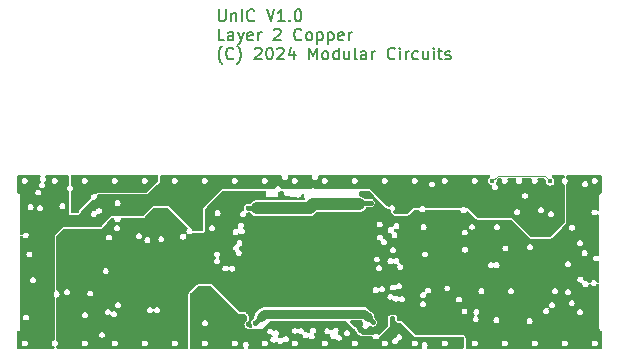
<source format=gbr>
%TF.GenerationSoftware,KiCad,Pcbnew,8.0.1-8.0.1-1~ubuntu22.04.1*%
%TF.CreationDate,2024-05-05T11:37:54-07:00*%
%TF.ProjectId,unic_gw1,756e6963-5f67-4773-912e-6b696361645f,1.0*%
%TF.SameCoordinates,Original*%
%TF.FileFunction,Copper,L2,Inr*%
%TF.FilePolarity,Positive*%
%FSLAX46Y46*%
G04 Gerber Fmt 4.6, Leading zero omitted, Abs format (unit mm)*
G04 Created by KiCad (PCBNEW 8.0.1-8.0.1-1~ubuntu22.04.1) date 2024-05-05 11:37:54*
%MOMM*%
%LPD*%
G01*
G04 APERTURE LIST*
%ADD10C,0.150000*%
%TA.AperFunction,NonConductor*%
%ADD11C,0.150000*%
%TD*%
%TA.AperFunction,ViaPad*%
%ADD12C,0.400000*%
%TD*%
%TA.AperFunction,Conductor*%
%ADD13C,0.100000*%
%TD*%
%TA.AperFunction,Conductor*%
%ADD14C,0.400000*%
%TD*%
%TA.AperFunction,Conductor*%
%ADD15C,0.800000*%
%TD*%
%TA.AperFunction,Conductor*%
%ADD16C,1.000000*%
%TD*%
G04 APERTURE END LIST*
D10*
D11*
X55609279Y-41319931D02*
X55609279Y-42129454D01*
X55609279Y-42129454D02*
X55656898Y-42224692D01*
X55656898Y-42224692D02*
X55704517Y-42272312D01*
X55704517Y-42272312D02*
X55799755Y-42319931D01*
X55799755Y-42319931D02*
X55990231Y-42319931D01*
X55990231Y-42319931D02*
X56085469Y-42272312D01*
X56085469Y-42272312D02*
X56133088Y-42224692D01*
X56133088Y-42224692D02*
X56180707Y-42129454D01*
X56180707Y-42129454D02*
X56180707Y-41319931D01*
X56656898Y-41653264D02*
X56656898Y-42319931D01*
X56656898Y-41748502D02*
X56704517Y-41700883D01*
X56704517Y-41700883D02*
X56799755Y-41653264D01*
X56799755Y-41653264D02*
X56942612Y-41653264D01*
X56942612Y-41653264D02*
X57037850Y-41700883D01*
X57037850Y-41700883D02*
X57085469Y-41796121D01*
X57085469Y-41796121D02*
X57085469Y-42319931D01*
X57561660Y-42319931D02*
X57561660Y-41319931D01*
X58609278Y-42224692D02*
X58561659Y-42272312D01*
X58561659Y-42272312D02*
X58418802Y-42319931D01*
X58418802Y-42319931D02*
X58323564Y-42319931D01*
X58323564Y-42319931D02*
X58180707Y-42272312D01*
X58180707Y-42272312D02*
X58085469Y-42177073D01*
X58085469Y-42177073D02*
X58037850Y-42081835D01*
X58037850Y-42081835D02*
X57990231Y-41891359D01*
X57990231Y-41891359D02*
X57990231Y-41748502D01*
X57990231Y-41748502D02*
X58037850Y-41558026D01*
X58037850Y-41558026D02*
X58085469Y-41462788D01*
X58085469Y-41462788D02*
X58180707Y-41367550D01*
X58180707Y-41367550D02*
X58323564Y-41319931D01*
X58323564Y-41319931D02*
X58418802Y-41319931D01*
X58418802Y-41319931D02*
X58561659Y-41367550D01*
X58561659Y-41367550D02*
X58609278Y-41415169D01*
X59656898Y-41319931D02*
X59990231Y-42319931D01*
X59990231Y-42319931D02*
X60323564Y-41319931D01*
X61180707Y-42319931D02*
X60609279Y-42319931D01*
X60894993Y-42319931D02*
X60894993Y-41319931D01*
X60894993Y-41319931D02*
X60799755Y-41462788D01*
X60799755Y-41462788D02*
X60704517Y-41558026D01*
X60704517Y-41558026D02*
X60609279Y-41605645D01*
X61609279Y-42224692D02*
X61656898Y-42272312D01*
X61656898Y-42272312D02*
X61609279Y-42319931D01*
X61609279Y-42319931D02*
X61561660Y-42272312D01*
X61561660Y-42272312D02*
X61609279Y-42224692D01*
X61609279Y-42224692D02*
X61609279Y-42319931D01*
X62275945Y-41319931D02*
X62371183Y-41319931D01*
X62371183Y-41319931D02*
X62466421Y-41367550D01*
X62466421Y-41367550D02*
X62514040Y-41415169D01*
X62514040Y-41415169D02*
X62561659Y-41510407D01*
X62561659Y-41510407D02*
X62609278Y-41700883D01*
X62609278Y-41700883D02*
X62609278Y-41938978D01*
X62609278Y-41938978D02*
X62561659Y-42129454D01*
X62561659Y-42129454D02*
X62514040Y-42224692D01*
X62514040Y-42224692D02*
X62466421Y-42272312D01*
X62466421Y-42272312D02*
X62371183Y-42319931D01*
X62371183Y-42319931D02*
X62275945Y-42319931D01*
X62275945Y-42319931D02*
X62180707Y-42272312D01*
X62180707Y-42272312D02*
X62133088Y-42224692D01*
X62133088Y-42224692D02*
X62085469Y-42129454D01*
X62085469Y-42129454D02*
X62037850Y-41938978D01*
X62037850Y-41938978D02*
X62037850Y-41700883D01*
X62037850Y-41700883D02*
X62085469Y-41510407D01*
X62085469Y-41510407D02*
X62133088Y-41415169D01*
X62133088Y-41415169D02*
X62180707Y-41367550D01*
X62180707Y-41367550D02*
X62275945Y-41319931D01*
X56085469Y-43929875D02*
X55609279Y-43929875D01*
X55609279Y-43929875D02*
X55609279Y-42929875D01*
X56847374Y-43929875D02*
X56847374Y-43406065D01*
X56847374Y-43406065D02*
X56799755Y-43310827D01*
X56799755Y-43310827D02*
X56704517Y-43263208D01*
X56704517Y-43263208D02*
X56514041Y-43263208D01*
X56514041Y-43263208D02*
X56418803Y-43310827D01*
X56847374Y-43882256D02*
X56752136Y-43929875D01*
X56752136Y-43929875D02*
X56514041Y-43929875D01*
X56514041Y-43929875D02*
X56418803Y-43882256D01*
X56418803Y-43882256D02*
X56371184Y-43787017D01*
X56371184Y-43787017D02*
X56371184Y-43691779D01*
X56371184Y-43691779D02*
X56418803Y-43596541D01*
X56418803Y-43596541D02*
X56514041Y-43548922D01*
X56514041Y-43548922D02*
X56752136Y-43548922D01*
X56752136Y-43548922D02*
X56847374Y-43501303D01*
X57228327Y-43263208D02*
X57466422Y-43929875D01*
X57704517Y-43263208D02*
X57466422Y-43929875D01*
X57466422Y-43929875D02*
X57371184Y-44167970D01*
X57371184Y-44167970D02*
X57323565Y-44215589D01*
X57323565Y-44215589D02*
X57228327Y-44263208D01*
X58466422Y-43882256D02*
X58371184Y-43929875D01*
X58371184Y-43929875D02*
X58180708Y-43929875D01*
X58180708Y-43929875D02*
X58085470Y-43882256D01*
X58085470Y-43882256D02*
X58037851Y-43787017D01*
X58037851Y-43787017D02*
X58037851Y-43406065D01*
X58037851Y-43406065D02*
X58085470Y-43310827D01*
X58085470Y-43310827D02*
X58180708Y-43263208D01*
X58180708Y-43263208D02*
X58371184Y-43263208D01*
X58371184Y-43263208D02*
X58466422Y-43310827D01*
X58466422Y-43310827D02*
X58514041Y-43406065D01*
X58514041Y-43406065D02*
X58514041Y-43501303D01*
X58514041Y-43501303D02*
X58037851Y-43596541D01*
X58942613Y-43929875D02*
X58942613Y-43263208D01*
X58942613Y-43453684D02*
X58990232Y-43358446D01*
X58990232Y-43358446D02*
X59037851Y-43310827D01*
X59037851Y-43310827D02*
X59133089Y-43263208D01*
X59133089Y-43263208D02*
X59228327Y-43263208D01*
X60275947Y-43025113D02*
X60323566Y-42977494D01*
X60323566Y-42977494D02*
X60418804Y-42929875D01*
X60418804Y-42929875D02*
X60656899Y-42929875D01*
X60656899Y-42929875D02*
X60752137Y-42977494D01*
X60752137Y-42977494D02*
X60799756Y-43025113D01*
X60799756Y-43025113D02*
X60847375Y-43120351D01*
X60847375Y-43120351D02*
X60847375Y-43215589D01*
X60847375Y-43215589D02*
X60799756Y-43358446D01*
X60799756Y-43358446D02*
X60228328Y-43929875D01*
X60228328Y-43929875D02*
X60847375Y-43929875D01*
X62609280Y-43834636D02*
X62561661Y-43882256D01*
X62561661Y-43882256D02*
X62418804Y-43929875D01*
X62418804Y-43929875D02*
X62323566Y-43929875D01*
X62323566Y-43929875D02*
X62180709Y-43882256D01*
X62180709Y-43882256D02*
X62085471Y-43787017D01*
X62085471Y-43787017D02*
X62037852Y-43691779D01*
X62037852Y-43691779D02*
X61990233Y-43501303D01*
X61990233Y-43501303D02*
X61990233Y-43358446D01*
X61990233Y-43358446D02*
X62037852Y-43167970D01*
X62037852Y-43167970D02*
X62085471Y-43072732D01*
X62085471Y-43072732D02*
X62180709Y-42977494D01*
X62180709Y-42977494D02*
X62323566Y-42929875D01*
X62323566Y-42929875D02*
X62418804Y-42929875D01*
X62418804Y-42929875D02*
X62561661Y-42977494D01*
X62561661Y-42977494D02*
X62609280Y-43025113D01*
X63180709Y-43929875D02*
X63085471Y-43882256D01*
X63085471Y-43882256D02*
X63037852Y-43834636D01*
X63037852Y-43834636D02*
X62990233Y-43739398D01*
X62990233Y-43739398D02*
X62990233Y-43453684D01*
X62990233Y-43453684D02*
X63037852Y-43358446D01*
X63037852Y-43358446D02*
X63085471Y-43310827D01*
X63085471Y-43310827D02*
X63180709Y-43263208D01*
X63180709Y-43263208D02*
X63323566Y-43263208D01*
X63323566Y-43263208D02*
X63418804Y-43310827D01*
X63418804Y-43310827D02*
X63466423Y-43358446D01*
X63466423Y-43358446D02*
X63514042Y-43453684D01*
X63514042Y-43453684D02*
X63514042Y-43739398D01*
X63514042Y-43739398D02*
X63466423Y-43834636D01*
X63466423Y-43834636D02*
X63418804Y-43882256D01*
X63418804Y-43882256D02*
X63323566Y-43929875D01*
X63323566Y-43929875D02*
X63180709Y-43929875D01*
X63942614Y-43263208D02*
X63942614Y-44263208D01*
X63942614Y-43310827D02*
X64037852Y-43263208D01*
X64037852Y-43263208D02*
X64228328Y-43263208D01*
X64228328Y-43263208D02*
X64323566Y-43310827D01*
X64323566Y-43310827D02*
X64371185Y-43358446D01*
X64371185Y-43358446D02*
X64418804Y-43453684D01*
X64418804Y-43453684D02*
X64418804Y-43739398D01*
X64418804Y-43739398D02*
X64371185Y-43834636D01*
X64371185Y-43834636D02*
X64323566Y-43882256D01*
X64323566Y-43882256D02*
X64228328Y-43929875D01*
X64228328Y-43929875D02*
X64037852Y-43929875D01*
X64037852Y-43929875D02*
X63942614Y-43882256D01*
X64847376Y-43263208D02*
X64847376Y-44263208D01*
X64847376Y-43310827D02*
X64942614Y-43263208D01*
X64942614Y-43263208D02*
X65133090Y-43263208D01*
X65133090Y-43263208D02*
X65228328Y-43310827D01*
X65228328Y-43310827D02*
X65275947Y-43358446D01*
X65275947Y-43358446D02*
X65323566Y-43453684D01*
X65323566Y-43453684D02*
X65323566Y-43739398D01*
X65323566Y-43739398D02*
X65275947Y-43834636D01*
X65275947Y-43834636D02*
X65228328Y-43882256D01*
X65228328Y-43882256D02*
X65133090Y-43929875D01*
X65133090Y-43929875D02*
X64942614Y-43929875D01*
X64942614Y-43929875D02*
X64847376Y-43882256D01*
X66133090Y-43882256D02*
X66037852Y-43929875D01*
X66037852Y-43929875D02*
X65847376Y-43929875D01*
X65847376Y-43929875D02*
X65752138Y-43882256D01*
X65752138Y-43882256D02*
X65704519Y-43787017D01*
X65704519Y-43787017D02*
X65704519Y-43406065D01*
X65704519Y-43406065D02*
X65752138Y-43310827D01*
X65752138Y-43310827D02*
X65847376Y-43263208D01*
X65847376Y-43263208D02*
X66037852Y-43263208D01*
X66037852Y-43263208D02*
X66133090Y-43310827D01*
X66133090Y-43310827D02*
X66180709Y-43406065D01*
X66180709Y-43406065D02*
X66180709Y-43501303D01*
X66180709Y-43501303D02*
X65704519Y-43596541D01*
X66609281Y-43929875D02*
X66609281Y-43263208D01*
X66609281Y-43453684D02*
X66656900Y-43358446D01*
X66656900Y-43358446D02*
X66704519Y-43310827D01*
X66704519Y-43310827D02*
X66799757Y-43263208D01*
X66799757Y-43263208D02*
X66894995Y-43263208D01*
X55894993Y-45920771D02*
X55847374Y-45873152D01*
X55847374Y-45873152D02*
X55752136Y-45730295D01*
X55752136Y-45730295D02*
X55704517Y-45635057D01*
X55704517Y-45635057D02*
X55656898Y-45492200D01*
X55656898Y-45492200D02*
X55609279Y-45254104D01*
X55609279Y-45254104D02*
X55609279Y-45063628D01*
X55609279Y-45063628D02*
X55656898Y-44825533D01*
X55656898Y-44825533D02*
X55704517Y-44682676D01*
X55704517Y-44682676D02*
X55752136Y-44587438D01*
X55752136Y-44587438D02*
X55847374Y-44444580D01*
X55847374Y-44444580D02*
X55894993Y-44396961D01*
X56847374Y-45444580D02*
X56799755Y-45492200D01*
X56799755Y-45492200D02*
X56656898Y-45539819D01*
X56656898Y-45539819D02*
X56561660Y-45539819D01*
X56561660Y-45539819D02*
X56418803Y-45492200D01*
X56418803Y-45492200D02*
X56323565Y-45396961D01*
X56323565Y-45396961D02*
X56275946Y-45301723D01*
X56275946Y-45301723D02*
X56228327Y-45111247D01*
X56228327Y-45111247D02*
X56228327Y-44968390D01*
X56228327Y-44968390D02*
X56275946Y-44777914D01*
X56275946Y-44777914D02*
X56323565Y-44682676D01*
X56323565Y-44682676D02*
X56418803Y-44587438D01*
X56418803Y-44587438D02*
X56561660Y-44539819D01*
X56561660Y-44539819D02*
X56656898Y-44539819D01*
X56656898Y-44539819D02*
X56799755Y-44587438D01*
X56799755Y-44587438D02*
X56847374Y-44635057D01*
X57180708Y-45920771D02*
X57228327Y-45873152D01*
X57228327Y-45873152D02*
X57323565Y-45730295D01*
X57323565Y-45730295D02*
X57371184Y-45635057D01*
X57371184Y-45635057D02*
X57418803Y-45492200D01*
X57418803Y-45492200D02*
X57466422Y-45254104D01*
X57466422Y-45254104D02*
X57466422Y-45063628D01*
X57466422Y-45063628D02*
X57418803Y-44825533D01*
X57418803Y-44825533D02*
X57371184Y-44682676D01*
X57371184Y-44682676D02*
X57323565Y-44587438D01*
X57323565Y-44587438D02*
X57228327Y-44444580D01*
X57228327Y-44444580D02*
X57180708Y-44396961D01*
X58656899Y-44635057D02*
X58704518Y-44587438D01*
X58704518Y-44587438D02*
X58799756Y-44539819D01*
X58799756Y-44539819D02*
X59037851Y-44539819D01*
X59037851Y-44539819D02*
X59133089Y-44587438D01*
X59133089Y-44587438D02*
X59180708Y-44635057D01*
X59180708Y-44635057D02*
X59228327Y-44730295D01*
X59228327Y-44730295D02*
X59228327Y-44825533D01*
X59228327Y-44825533D02*
X59180708Y-44968390D01*
X59180708Y-44968390D02*
X58609280Y-45539819D01*
X58609280Y-45539819D02*
X59228327Y-45539819D01*
X59847375Y-44539819D02*
X59942613Y-44539819D01*
X59942613Y-44539819D02*
X60037851Y-44587438D01*
X60037851Y-44587438D02*
X60085470Y-44635057D01*
X60085470Y-44635057D02*
X60133089Y-44730295D01*
X60133089Y-44730295D02*
X60180708Y-44920771D01*
X60180708Y-44920771D02*
X60180708Y-45158866D01*
X60180708Y-45158866D02*
X60133089Y-45349342D01*
X60133089Y-45349342D02*
X60085470Y-45444580D01*
X60085470Y-45444580D02*
X60037851Y-45492200D01*
X60037851Y-45492200D02*
X59942613Y-45539819D01*
X59942613Y-45539819D02*
X59847375Y-45539819D01*
X59847375Y-45539819D02*
X59752137Y-45492200D01*
X59752137Y-45492200D02*
X59704518Y-45444580D01*
X59704518Y-45444580D02*
X59656899Y-45349342D01*
X59656899Y-45349342D02*
X59609280Y-45158866D01*
X59609280Y-45158866D02*
X59609280Y-44920771D01*
X59609280Y-44920771D02*
X59656899Y-44730295D01*
X59656899Y-44730295D02*
X59704518Y-44635057D01*
X59704518Y-44635057D02*
X59752137Y-44587438D01*
X59752137Y-44587438D02*
X59847375Y-44539819D01*
X60561661Y-44635057D02*
X60609280Y-44587438D01*
X60609280Y-44587438D02*
X60704518Y-44539819D01*
X60704518Y-44539819D02*
X60942613Y-44539819D01*
X60942613Y-44539819D02*
X61037851Y-44587438D01*
X61037851Y-44587438D02*
X61085470Y-44635057D01*
X61085470Y-44635057D02*
X61133089Y-44730295D01*
X61133089Y-44730295D02*
X61133089Y-44825533D01*
X61133089Y-44825533D02*
X61085470Y-44968390D01*
X61085470Y-44968390D02*
X60514042Y-45539819D01*
X60514042Y-45539819D02*
X61133089Y-45539819D01*
X61990232Y-44873152D02*
X61990232Y-45539819D01*
X61752137Y-44492200D02*
X61514042Y-45206485D01*
X61514042Y-45206485D02*
X62133089Y-45206485D01*
X63275947Y-45539819D02*
X63275947Y-44539819D01*
X63275947Y-44539819D02*
X63609280Y-45254104D01*
X63609280Y-45254104D02*
X63942613Y-44539819D01*
X63942613Y-44539819D02*
X63942613Y-45539819D01*
X64561661Y-45539819D02*
X64466423Y-45492200D01*
X64466423Y-45492200D02*
X64418804Y-45444580D01*
X64418804Y-45444580D02*
X64371185Y-45349342D01*
X64371185Y-45349342D02*
X64371185Y-45063628D01*
X64371185Y-45063628D02*
X64418804Y-44968390D01*
X64418804Y-44968390D02*
X64466423Y-44920771D01*
X64466423Y-44920771D02*
X64561661Y-44873152D01*
X64561661Y-44873152D02*
X64704518Y-44873152D01*
X64704518Y-44873152D02*
X64799756Y-44920771D01*
X64799756Y-44920771D02*
X64847375Y-44968390D01*
X64847375Y-44968390D02*
X64894994Y-45063628D01*
X64894994Y-45063628D02*
X64894994Y-45349342D01*
X64894994Y-45349342D02*
X64847375Y-45444580D01*
X64847375Y-45444580D02*
X64799756Y-45492200D01*
X64799756Y-45492200D02*
X64704518Y-45539819D01*
X64704518Y-45539819D02*
X64561661Y-45539819D01*
X65752137Y-45539819D02*
X65752137Y-44539819D01*
X65752137Y-45492200D02*
X65656899Y-45539819D01*
X65656899Y-45539819D02*
X65466423Y-45539819D01*
X65466423Y-45539819D02*
X65371185Y-45492200D01*
X65371185Y-45492200D02*
X65323566Y-45444580D01*
X65323566Y-45444580D02*
X65275947Y-45349342D01*
X65275947Y-45349342D02*
X65275947Y-45063628D01*
X65275947Y-45063628D02*
X65323566Y-44968390D01*
X65323566Y-44968390D02*
X65371185Y-44920771D01*
X65371185Y-44920771D02*
X65466423Y-44873152D01*
X65466423Y-44873152D02*
X65656899Y-44873152D01*
X65656899Y-44873152D02*
X65752137Y-44920771D01*
X66656899Y-44873152D02*
X66656899Y-45539819D01*
X66228328Y-44873152D02*
X66228328Y-45396961D01*
X66228328Y-45396961D02*
X66275947Y-45492200D01*
X66275947Y-45492200D02*
X66371185Y-45539819D01*
X66371185Y-45539819D02*
X66514042Y-45539819D01*
X66514042Y-45539819D02*
X66609280Y-45492200D01*
X66609280Y-45492200D02*
X66656899Y-45444580D01*
X67275947Y-45539819D02*
X67180709Y-45492200D01*
X67180709Y-45492200D02*
X67133090Y-45396961D01*
X67133090Y-45396961D02*
X67133090Y-44539819D01*
X68085471Y-45539819D02*
X68085471Y-45016009D01*
X68085471Y-45016009D02*
X68037852Y-44920771D01*
X68037852Y-44920771D02*
X67942614Y-44873152D01*
X67942614Y-44873152D02*
X67752138Y-44873152D01*
X67752138Y-44873152D02*
X67656900Y-44920771D01*
X68085471Y-45492200D02*
X67990233Y-45539819D01*
X67990233Y-45539819D02*
X67752138Y-45539819D01*
X67752138Y-45539819D02*
X67656900Y-45492200D01*
X67656900Y-45492200D02*
X67609281Y-45396961D01*
X67609281Y-45396961D02*
X67609281Y-45301723D01*
X67609281Y-45301723D02*
X67656900Y-45206485D01*
X67656900Y-45206485D02*
X67752138Y-45158866D01*
X67752138Y-45158866D02*
X67990233Y-45158866D01*
X67990233Y-45158866D02*
X68085471Y-45111247D01*
X68561662Y-45539819D02*
X68561662Y-44873152D01*
X68561662Y-45063628D02*
X68609281Y-44968390D01*
X68609281Y-44968390D02*
X68656900Y-44920771D01*
X68656900Y-44920771D02*
X68752138Y-44873152D01*
X68752138Y-44873152D02*
X68847376Y-44873152D01*
X70514043Y-45444580D02*
X70466424Y-45492200D01*
X70466424Y-45492200D02*
X70323567Y-45539819D01*
X70323567Y-45539819D02*
X70228329Y-45539819D01*
X70228329Y-45539819D02*
X70085472Y-45492200D01*
X70085472Y-45492200D02*
X69990234Y-45396961D01*
X69990234Y-45396961D02*
X69942615Y-45301723D01*
X69942615Y-45301723D02*
X69894996Y-45111247D01*
X69894996Y-45111247D02*
X69894996Y-44968390D01*
X69894996Y-44968390D02*
X69942615Y-44777914D01*
X69942615Y-44777914D02*
X69990234Y-44682676D01*
X69990234Y-44682676D02*
X70085472Y-44587438D01*
X70085472Y-44587438D02*
X70228329Y-44539819D01*
X70228329Y-44539819D02*
X70323567Y-44539819D01*
X70323567Y-44539819D02*
X70466424Y-44587438D01*
X70466424Y-44587438D02*
X70514043Y-44635057D01*
X70942615Y-45539819D02*
X70942615Y-44873152D01*
X70942615Y-44539819D02*
X70894996Y-44587438D01*
X70894996Y-44587438D02*
X70942615Y-44635057D01*
X70942615Y-44635057D02*
X70990234Y-44587438D01*
X70990234Y-44587438D02*
X70942615Y-44539819D01*
X70942615Y-44539819D02*
X70942615Y-44635057D01*
X71418805Y-45539819D02*
X71418805Y-44873152D01*
X71418805Y-45063628D02*
X71466424Y-44968390D01*
X71466424Y-44968390D02*
X71514043Y-44920771D01*
X71514043Y-44920771D02*
X71609281Y-44873152D01*
X71609281Y-44873152D02*
X71704519Y-44873152D01*
X72466424Y-45492200D02*
X72371186Y-45539819D01*
X72371186Y-45539819D02*
X72180710Y-45539819D01*
X72180710Y-45539819D02*
X72085472Y-45492200D01*
X72085472Y-45492200D02*
X72037853Y-45444580D01*
X72037853Y-45444580D02*
X71990234Y-45349342D01*
X71990234Y-45349342D02*
X71990234Y-45063628D01*
X71990234Y-45063628D02*
X72037853Y-44968390D01*
X72037853Y-44968390D02*
X72085472Y-44920771D01*
X72085472Y-44920771D02*
X72180710Y-44873152D01*
X72180710Y-44873152D02*
X72371186Y-44873152D01*
X72371186Y-44873152D02*
X72466424Y-44920771D01*
X73323567Y-44873152D02*
X73323567Y-45539819D01*
X72894996Y-44873152D02*
X72894996Y-45396961D01*
X72894996Y-45396961D02*
X72942615Y-45492200D01*
X72942615Y-45492200D02*
X73037853Y-45539819D01*
X73037853Y-45539819D02*
X73180710Y-45539819D01*
X73180710Y-45539819D02*
X73275948Y-45492200D01*
X73275948Y-45492200D02*
X73323567Y-45444580D01*
X73799758Y-45539819D02*
X73799758Y-44873152D01*
X73799758Y-44539819D02*
X73752139Y-44587438D01*
X73752139Y-44587438D02*
X73799758Y-44635057D01*
X73799758Y-44635057D02*
X73847377Y-44587438D01*
X73847377Y-44587438D02*
X73799758Y-44539819D01*
X73799758Y-44539819D02*
X73799758Y-44635057D01*
X74133091Y-44873152D02*
X74514043Y-44873152D01*
X74275948Y-44539819D02*
X74275948Y-45396961D01*
X74275948Y-45396961D02*
X74323567Y-45492200D01*
X74323567Y-45492200D02*
X74418805Y-45539819D01*
X74418805Y-45539819D02*
X74514043Y-45539819D01*
X74799758Y-45492200D02*
X74894996Y-45539819D01*
X74894996Y-45539819D02*
X75085472Y-45539819D01*
X75085472Y-45539819D02*
X75180710Y-45492200D01*
X75180710Y-45492200D02*
X75228329Y-45396961D01*
X75228329Y-45396961D02*
X75228329Y-45349342D01*
X75228329Y-45349342D02*
X75180710Y-45254104D01*
X75180710Y-45254104D02*
X75085472Y-45206485D01*
X75085472Y-45206485D02*
X74942615Y-45206485D01*
X74942615Y-45206485D02*
X74847377Y-45158866D01*
X74847377Y-45158866D02*
X74799758Y-45063628D01*
X74799758Y-45063628D02*
X74799758Y-45016009D01*
X74799758Y-45016009D02*
X74847377Y-44920771D01*
X74847377Y-44920771D02*
X74942615Y-44873152D01*
X74942615Y-44873152D02*
X75085472Y-44873152D01*
X75085472Y-44873152D02*
X75180710Y-44920771D01*
D12*
%TO.N,GND*%
X86637500Y-69390000D03*
X80237500Y-60110000D03*
X68247500Y-58230000D03*
X67620500Y-68520498D03*
X66377500Y-63730000D03*
X46677500Y-61550000D03*
X61677500Y-62150000D03*
X74177500Y-60150000D03*
X72937500Y-64710000D03*
X59330494Y-57139500D03*
X43387500Y-68900000D03*
X57627000Y-66650500D03*
X52537500Y-64259020D03*
X75377500Y-61750000D03*
X52606340Y-68820011D03*
X84977500Y-63840500D03*
X75277500Y-65950000D03*
X80357500Y-67249500D03*
X74007500Y-68680000D03*
X51007500Y-68820000D03*
X79877500Y-62850000D03*
X76777500Y-62650000D03*
X86607500Y-60140000D03*
X44722000Y-67940000D03*
X61107500Y-65960000D03*
X51827500Y-60590000D03*
X48733000Y-65750000D03*
X56637500Y-59000000D03*
X58123916Y-67971352D03*
X73357500Y-60190000D03*
X67854103Y-56990871D03*
X48577500Y-68950000D03*
X73077500Y-62959500D03*
X50012002Y-58603540D03*
X42581988Y-60140488D03*
X65077500Y-65050000D03*
X70906951Y-67500498D03*
%TO.N,LINE*%
X50227500Y-55851460D03*
X43577500Y-58360500D03*
%TO.N,+5V*%
X83777500Y-59610000D03*
X53904500Y-59906000D03*
X77347500Y-58410000D03*
X71075366Y-58372134D03*
X82377500Y-60150000D03*
X42446973Y-56840127D03*
X41177500Y-65450000D03*
X46987500Y-58490000D03*
X40727500Y-68850000D03*
X40438591Y-64911091D03*
%TO.N,+3V3*%
X54077500Y-64960000D03*
X57687500Y-67440000D03*
X76047500Y-69460000D03*
X53637500Y-68850000D03*
X64261353Y-68527623D03*
X66985500Y-68520498D03*
X70267500Y-67500498D03*
%TO.N,+1V2*%
X78772500Y-55830000D03*
X68457500Y-57710000D03*
X58707500Y-67830000D03*
X68647500Y-67810000D03*
X58078065Y-58136297D03*
X83677500Y-55870000D03*
%TD*%
D13*
%TO.N,+1V2*%
X83187500Y-55380000D02*
X79222500Y-55380000D01*
X83677500Y-55870000D02*
X83187500Y-55380000D01*
X79222500Y-55380000D02*
X78772500Y-55830000D01*
D14*
X59157500Y-67380000D02*
X58707500Y-67830000D01*
X68647500Y-67810000D02*
X68217500Y-67380000D01*
D15*
X59457500Y-67080000D02*
X59157500Y-67380000D01*
D16*
X63613871Y-57820000D02*
X63297574Y-58136297D01*
X63297574Y-58136297D02*
X58817500Y-58136297D01*
D13*
X67607500Y-57710000D02*
X67497500Y-57820000D01*
D15*
X67917500Y-67080000D02*
X59457500Y-67080000D01*
D14*
X58078065Y-58136297D02*
X58817500Y-58136297D01*
D16*
X67497500Y-57820000D02*
X63613871Y-57820000D01*
D15*
X68217500Y-67380000D02*
X67917500Y-67080000D01*
D14*
X68457500Y-57710000D02*
X67607500Y-57710000D01*
%TD*%
%TA.AperFunction,Conductor*%
%TO.N,GND*%
G36*
X88000539Y-55350185D02*
G01*
X88046294Y-55402989D01*
X88057500Y-55454500D01*
X88057500Y-56762148D01*
X88037815Y-56829187D01*
X87985011Y-56874942D01*
X87980953Y-56876709D01*
X87943411Y-56892260D01*
X87925601Y-56899637D01*
X87855136Y-56970102D01*
X87817000Y-57062170D01*
X87817000Y-58238936D01*
X87797315Y-58305975D01*
X87744511Y-58351730D01*
X87675353Y-58361674D01*
X87611797Y-58332649D01*
X87605319Y-58326617D01*
X87598103Y-58319401D01*
X87598101Y-58319400D01*
X87598101Y-58319399D01*
X87515240Y-58264034D01*
X87515239Y-58264033D01*
X87515238Y-58264033D01*
X87417502Y-58244592D01*
X87417498Y-58244592D01*
X87319761Y-58264033D01*
X87236899Y-58319399D01*
X87181533Y-58402261D01*
X87162092Y-58499997D01*
X87162092Y-58500002D01*
X87181533Y-58597738D01*
X87181533Y-58597739D01*
X87181534Y-58597740D01*
X87236899Y-58680601D01*
X87319760Y-58735966D01*
X87352340Y-58742446D01*
X87417498Y-58755408D01*
X87417500Y-58755408D01*
X87417502Y-58755408D01*
X87471121Y-58744742D01*
X87515240Y-58735966D01*
X87598101Y-58680601D01*
X87598103Y-58680597D01*
X87605319Y-58673383D01*
X87666642Y-58639898D01*
X87736334Y-58644882D01*
X87792267Y-58686754D01*
X87816684Y-58752218D01*
X87817000Y-58761064D01*
X87817000Y-62043742D01*
X87797315Y-62110781D01*
X87744511Y-62156536D01*
X87675353Y-62166480D01*
X87645549Y-62158304D01*
X87635237Y-62154032D01*
X87537502Y-62134592D01*
X87537498Y-62134592D01*
X87439761Y-62154033D01*
X87356899Y-62209399D01*
X87301533Y-62292261D01*
X87282092Y-62389997D01*
X87282092Y-62390002D01*
X87301533Y-62487738D01*
X87301533Y-62487739D01*
X87301534Y-62487740D01*
X87356899Y-62570601D01*
X87439760Y-62625966D01*
X87472340Y-62632446D01*
X87537498Y-62645408D01*
X87537500Y-62645408D01*
X87537502Y-62645408D01*
X87603254Y-62632328D01*
X87635240Y-62625966D01*
X87635245Y-62625962D01*
X87645544Y-62621697D01*
X87715013Y-62614227D01*
X87777493Y-62645500D01*
X87813147Y-62705588D01*
X87817000Y-62736257D01*
X87817000Y-64342246D01*
X87797315Y-64409285D01*
X87744511Y-64455040D01*
X87675353Y-64464984D01*
X87611797Y-64435959D01*
X87589898Y-64411137D01*
X87528601Y-64319399D01*
X87505604Y-64304033D01*
X87445740Y-64264034D01*
X87445739Y-64264033D01*
X87445738Y-64264033D01*
X87348002Y-64244592D01*
X87347998Y-64244592D01*
X87250261Y-64264033D01*
X87167399Y-64319399D01*
X87112033Y-64402261D01*
X87111871Y-64403077D01*
X87111025Y-64404692D01*
X87107360Y-64413543D01*
X87106567Y-64413214D01*
X87079486Y-64464988D01*
X87018770Y-64499562D01*
X86949000Y-64495821D01*
X86892328Y-64454955D01*
X86887152Y-64447775D01*
X86828102Y-64359400D01*
X86802429Y-64342246D01*
X86745240Y-64304034D01*
X86745239Y-64304033D01*
X86745238Y-64304033D01*
X86647502Y-64284592D01*
X86647500Y-64284592D01*
X86628791Y-64288313D01*
X86559199Y-64282084D01*
X86504023Y-64239220D01*
X86482985Y-64190886D01*
X86463466Y-64092761D01*
X86463466Y-64092760D01*
X86408101Y-64009899D01*
X86325240Y-63954534D01*
X86325239Y-63954533D01*
X86325238Y-63954533D01*
X86227502Y-63935092D01*
X86227498Y-63935092D01*
X86129761Y-63954533D01*
X86046899Y-64009899D01*
X85991533Y-64092761D01*
X85972092Y-64190497D01*
X85972092Y-64190502D01*
X85991533Y-64288238D01*
X85991533Y-64288239D01*
X85991534Y-64288240D01*
X86046899Y-64371101D01*
X86129760Y-64426466D01*
X86162340Y-64432946D01*
X86227498Y-64445908D01*
X86227499Y-64445908D01*
X86227499Y-64445907D01*
X86227500Y-64445908D01*
X86246205Y-64442187D01*
X86315795Y-64448413D01*
X86370973Y-64491275D01*
X86392014Y-64539612D01*
X86411533Y-64637738D01*
X86411533Y-64637739D01*
X86411534Y-64637740D01*
X86466899Y-64720601D01*
X86549760Y-64775966D01*
X86582340Y-64782446D01*
X86647498Y-64795408D01*
X86647500Y-64795408D01*
X86647502Y-64795408D01*
X86696370Y-64785687D01*
X86745240Y-64775966D01*
X86828101Y-64720601D01*
X86883466Y-64637740D01*
X86883626Y-64636931D01*
X86884466Y-64635326D01*
X86888140Y-64626457D01*
X86888932Y-64626785D01*
X86916006Y-64575019D01*
X86976719Y-64540440D01*
X87046488Y-64544174D01*
X87103164Y-64585036D01*
X87108347Y-64592223D01*
X87159914Y-64669399D01*
X87167399Y-64680601D01*
X87250260Y-64735966D01*
X87273039Y-64740497D01*
X87347998Y-64755408D01*
X87348000Y-64755408D01*
X87348002Y-64755408D01*
X87396870Y-64745687D01*
X87445740Y-64735966D01*
X87528601Y-64680601D01*
X87583966Y-64597740D01*
X87583966Y-64597739D01*
X87589897Y-64588863D01*
X87643509Y-64544057D01*
X87712834Y-64535350D01*
X87775862Y-64565504D01*
X87812582Y-64624947D01*
X87817000Y-64657753D01*
X87817000Y-68337829D01*
X87847241Y-68410837D01*
X87855136Y-68429897D01*
X87925603Y-68500364D01*
X87980952Y-68523290D01*
X88035356Y-68567131D01*
X88057421Y-68633425D01*
X88057500Y-68637851D01*
X88057500Y-69945500D01*
X88037815Y-70012539D01*
X87985011Y-70058294D01*
X87933500Y-70069500D01*
X76627000Y-70069500D01*
X76559961Y-70049815D01*
X76514206Y-69997011D01*
X76503000Y-69945500D01*
X76503000Y-69619828D01*
X77022000Y-69619828D01*
X77060136Y-69711897D01*
X77130603Y-69782364D01*
X77222672Y-69820500D01*
X77222674Y-69820500D01*
X77322326Y-69820500D01*
X77322328Y-69820500D01*
X77414397Y-69782364D01*
X77484864Y-69711897D01*
X77523000Y-69619828D01*
X79562000Y-69619828D01*
X79600136Y-69711897D01*
X79670603Y-69782364D01*
X79762672Y-69820500D01*
X79762674Y-69820500D01*
X79862326Y-69820500D01*
X79862328Y-69820500D01*
X79954397Y-69782364D01*
X80024864Y-69711897D01*
X80063000Y-69619828D01*
X82102000Y-69619828D01*
X82140136Y-69711897D01*
X82210603Y-69782364D01*
X82302672Y-69820500D01*
X82302674Y-69820500D01*
X82402326Y-69820500D01*
X82402328Y-69820500D01*
X82494397Y-69782364D01*
X82564864Y-69711897D01*
X82603000Y-69619828D01*
X84642000Y-69619828D01*
X84680136Y-69711897D01*
X84750603Y-69782364D01*
X84842672Y-69820500D01*
X84842674Y-69820500D01*
X84942326Y-69820500D01*
X84942328Y-69820500D01*
X85034397Y-69782364D01*
X85104864Y-69711897D01*
X85143000Y-69619828D01*
X87182000Y-69619828D01*
X87220136Y-69711897D01*
X87290603Y-69782364D01*
X87382672Y-69820500D01*
X87382674Y-69820500D01*
X87482326Y-69820500D01*
X87482328Y-69820500D01*
X87574397Y-69782364D01*
X87644864Y-69711897D01*
X87683000Y-69619828D01*
X87683000Y-69520172D01*
X87644864Y-69428103D01*
X87574397Y-69357636D01*
X87482329Y-69319500D01*
X87482328Y-69319500D01*
X87382672Y-69319500D01*
X87382670Y-69319500D01*
X87290602Y-69357636D01*
X87220136Y-69428102D01*
X87182000Y-69520170D01*
X87182000Y-69520172D01*
X87182000Y-69619828D01*
X85143000Y-69619828D01*
X85143000Y-69520172D01*
X85104864Y-69428103D01*
X85034397Y-69357636D01*
X84942329Y-69319500D01*
X84942328Y-69319500D01*
X84842672Y-69319500D01*
X84842670Y-69319500D01*
X84750602Y-69357636D01*
X84680136Y-69428102D01*
X84642000Y-69520170D01*
X84642000Y-69520172D01*
X84642000Y-69619828D01*
X82603000Y-69619828D01*
X82603000Y-69520172D01*
X82564864Y-69428103D01*
X82494397Y-69357636D01*
X82402329Y-69319500D01*
X82402328Y-69319500D01*
X82302672Y-69319500D01*
X82302670Y-69319500D01*
X82210602Y-69357636D01*
X82140136Y-69428102D01*
X82102000Y-69520170D01*
X82102000Y-69520172D01*
X82102000Y-69619828D01*
X80063000Y-69619828D01*
X80063000Y-69520172D01*
X80024864Y-69428103D01*
X79954397Y-69357636D01*
X79862329Y-69319500D01*
X79862328Y-69319500D01*
X79762672Y-69319500D01*
X79762670Y-69319500D01*
X79670602Y-69357636D01*
X79600136Y-69428102D01*
X79562000Y-69520170D01*
X79562000Y-69520172D01*
X79562000Y-69619828D01*
X77523000Y-69619828D01*
X77523000Y-69520172D01*
X77484864Y-69428103D01*
X77414397Y-69357636D01*
X77322329Y-69319500D01*
X77322328Y-69319500D01*
X77222672Y-69319500D01*
X77222670Y-69319500D01*
X77130602Y-69357636D01*
X77060136Y-69428102D01*
X77022000Y-69520170D01*
X77022000Y-69520172D01*
X77022000Y-69619828D01*
X76503000Y-69619828D01*
X76503000Y-69134008D01*
X76502999Y-69133991D01*
X76502288Y-69127381D01*
X76499446Y-69100945D01*
X76488240Y-69049434D01*
X76461067Y-68995149D01*
X76453813Y-68980657D01*
X76408063Y-68927860D01*
X76405938Y-68925523D01*
X76403080Y-68922379D01*
X76403079Y-68922378D01*
X76403077Y-68922376D01*
X76334354Y-68880486D01*
X76334348Y-68880483D01*
X76267312Y-68860799D01*
X76267302Y-68860797D01*
X76223503Y-68854500D01*
X76223500Y-68854500D01*
X74159885Y-68854500D01*
X74159867Y-68854500D01*
X74135556Y-68856415D01*
X74097232Y-68862485D01*
X74092969Y-68863508D01*
X74083451Y-68865400D01*
X74026901Y-68874357D01*
X73988107Y-68874357D01*
X73931528Y-68865397D01*
X73922004Y-68863503D01*
X73917748Y-68862481D01*
X73879451Y-68856416D01*
X73879444Y-68856415D01*
X73855132Y-68854500D01*
X73855115Y-68854500D01*
X72313272Y-68854500D01*
X72246233Y-68834815D01*
X72225591Y-68818181D01*
X71178914Y-67771504D01*
X71156731Y-67753099D01*
X71156732Y-67753099D01*
X71118945Y-67727260D01*
X71051106Y-67701404D01*
X71051102Y-67701403D01*
X71051101Y-67701403D01*
X70981807Y-67692449D01*
X70981805Y-67692449D01*
X70981798Y-67692448D01*
X70937560Y-67693081D01*
X70937548Y-67693082D01*
X70926339Y-67694857D01*
X70887556Y-67694856D01*
X70865337Y-67691336D01*
X70828445Y-67679350D01*
X70819342Y-67674712D01*
X70808400Y-67669136D01*
X70777014Y-67646333D01*
X70761117Y-67630436D01*
X70738313Y-67599050D01*
X70728097Y-67579000D01*
X70716109Y-67542104D01*
X70712609Y-67520002D01*
X77102092Y-67520002D01*
X77121533Y-67617738D01*
X77121533Y-67617739D01*
X77121534Y-67617740D01*
X77176899Y-67700601D01*
X77259760Y-67755966D01*
X77292340Y-67762446D01*
X77357498Y-67775408D01*
X77357500Y-67775408D01*
X77357502Y-67775408D01*
X77406370Y-67765687D01*
X77455240Y-67755966D01*
X77538101Y-67700601D01*
X77593466Y-67617740D01*
X77596551Y-67602231D01*
X78866698Y-67602231D01*
X78886139Y-67699967D01*
X78886139Y-67699968D01*
X78886140Y-67699969D01*
X78941505Y-67782830D01*
X79024366Y-67838195D01*
X79035949Y-67840499D01*
X79122104Y-67857637D01*
X79122106Y-67857637D01*
X79122108Y-67857637D01*
X79173867Y-67847341D01*
X79219846Y-67838195D01*
X79302707Y-67782830D01*
X79358072Y-67699969D01*
X79361564Y-67682413D01*
X81672092Y-67682413D01*
X81691533Y-67780149D01*
X81691533Y-67780150D01*
X81691534Y-67780151D01*
X81746899Y-67863012D01*
X81829760Y-67918377D01*
X81861397Y-67924670D01*
X81927498Y-67937819D01*
X81927500Y-67937819D01*
X81927502Y-67937819D01*
X81993603Y-67924670D01*
X82025240Y-67918377D01*
X82108101Y-67863012D01*
X82163466Y-67780151D01*
X82177188Y-67711166D01*
X82182908Y-67682413D01*
X82182908Y-67682408D01*
X82163466Y-67584672D01*
X82163466Y-67584671D01*
X82108101Y-67501810D01*
X82025240Y-67446445D01*
X82025239Y-67446444D01*
X82025238Y-67446444D01*
X81927502Y-67427003D01*
X81927498Y-67427003D01*
X81829761Y-67446444D01*
X81746899Y-67501810D01*
X81691533Y-67584672D01*
X81672092Y-67682408D01*
X81672092Y-67682413D01*
X79361564Y-67682413D01*
X79371828Y-67630816D01*
X79377514Y-67602231D01*
X79377514Y-67602226D01*
X79358072Y-67504490D01*
X79358072Y-67504489D01*
X79302707Y-67421628D01*
X79219846Y-67366263D01*
X79219845Y-67366262D01*
X79219844Y-67366262D01*
X79122108Y-67346821D01*
X79122104Y-67346821D01*
X79024367Y-67366262D01*
X78941505Y-67421628D01*
X78886139Y-67504490D01*
X78866698Y-67602226D01*
X78866698Y-67602231D01*
X77596551Y-67602231D01*
X77608511Y-67542104D01*
X77612908Y-67520002D01*
X77612908Y-67519997D01*
X77593466Y-67422261D01*
X77593466Y-67422260D01*
X77538101Y-67339399D01*
X77538099Y-67339397D01*
X77538098Y-67339396D01*
X77530824Y-67332122D01*
X77497339Y-67270799D01*
X77502323Y-67201107D01*
X77544195Y-67145174D01*
X77549600Y-67141348D01*
X77603101Y-67105601D01*
X77658466Y-67022740D01*
X77671223Y-66958607D01*
X77677908Y-66925002D01*
X77677908Y-66924997D01*
X77661684Y-66843440D01*
X77661000Y-66840002D01*
X83062092Y-66840002D01*
X83081533Y-66937738D01*
X83081533Y-66937739D01*
X83081534Y-66937740D01*
X83136899Y-67020601D01*
X83219760Y-67075966D01*
X83251402Y-67082260D01*
X83317498Y-67095408D01*
X83317500Y-67095408D01*
X83317502Y-67095408D01*
X83383598Y-67082260D01*
X83415240Y-67075966D01*
X83498101Y-67020601D01*
X83553466Y-66937740D01*
X83558983Y-66910002D01*
X85955428Y-66910002D01*
X85974869Y-67007738D01*
X85974869Y-67007739D01*
X85974870Y-67007740D01*
X86030235Y-67090601D01*
X86113096Y-67145966D01*
X86137795Y-67150879D01*
X86210834Y-67165408D01*
X86210836Y-67165408D01*
X86210838Y-67165408D01*
X86261109Y-67155408D01*
X86308576Y-67145966D01*
X86391437Y-67090601D01*
X86446802Y-67007740D01*
X86460726Y-66937740D01*
X86466244Y-66910002D01*
X86466244Y-66909997D01*
X86448424Y-66820413D01*
X86446802Y-66812260D01*
X86391437Y-66729399D01*
X86308576Y-66674034D01*
X86308575Y-66674033D01*
X86308574Y-66674033D01*
X86210838Y-66654592D01*
X86210834Y-66654592D01*
X86113097Y-66674033D01*
X86030235Y-66729399D01*
X85974869Y-66812261D01*
X85955428Y-66909997D01*
X85955428Y-66910002D01*
X83558983Y-66910002D01*
X83566670Y-66871359D01*
X83572908Y-66840002D01*
X83572908Y-66839997D01*
X83554151Y-66745704D01*
X83553466Y-66742260D01*
X83545233Y-66729939D01*
X83524356Y-66663262D01*
X83540076Y-66605960D01*
X83534680Y-66610807D01*
X83465710Y-66621983D01*
X83427003Y-66607546D01*
X83426523Y-66608707D01*
X83415239Y-66604033D01*
X83317502Y-66584592D01*
X83317498Y-66584592D01*
X83219761Y-66604033D01*
X83136899Y-66659399D01*
X83081533Y-66742261D01*
X83062092Y-66839997D01*
X83062092Y-66840002D01*
X77661000Y-66840002D01*
X77658466Y-66827260D01*
X77603101Y-66744399D01*
X77520240Y-66689034D01*
X77520239Y-66689033D01*
X77520238Y-66689033D01*
X77422502Y-66669592D01*
X77422498Y-66669592D01*
X77324761Y-66689033D01*
X77241899Y-66744399D01*
X77186533Y-66827261D01*
X77167092Y-66924997D01*
X77167092Y-66925002D01*
X77186533Y-67022738D01*
X77186533Y-67022739D01*
X77186534Y-67022740D01*
X77241899Y-67105601D01*
X77241900Y-67105601D01*
X77241901Y-67105603D01*
X77249175Y-67112877D01*
X77282660Y-67174200D01*
X77277676Y-67243892D01*
X77235804Y-67299825D01*
X77230386Y-67303659D01*
X77176900Y-67339397D01*
X77121533Y-67422261D01*
X77102092Y-67519997D01*
X77102092Y-67520002D01*
X70712609Y-67520002D01*
X70712592Y-67519895D01*
X70712592Y-67481097D01*
X70714368Y-67469891D01*
X70716219Y-67441124D01*
X70714911Y-67395369D01*
X70695953Y-67325289D01*
X70662468Y-67263966D01*
X70658287Y-67258381D01*
X70635950Y-67228541D01*
X70635934Y-67228523D01*
X70634262Y-67226851D01*
X70634234Y-67226824D01*
X70621322Y-67215279D01*
X70621311Y-67215270D01*
X70621307Y-67215266D01*
X70599710Y-67198024D01*
X70545138Y-67169952D01*
X70545135Y-67169951D01*
X70545136Y-67169951D01*
X70477918Y-67150879D01*
X70434058Y-67144981D01*
X70434056Y-67144981D01*
X70430616Y-67145012D01*
X70283032Y-67146359D01*
X70273172Y-67145629D01*
X70264600Y-67145629D01*
X70252469Y-67146638D01*
X70236759Y-67146782D01*
X70218903Y-67146946D01*
X70186607Y-67150640D01*
X70186603Y-67150640D01*
X70186602Y-67150641D01*
X70136260Y-67161825D01*
X70136258Y-67161825D01*
X70136257Y-67161826D01*
X70068187Y-67196074D01*
X70015399Y-67241785D01*
X70009896Y-67246784D01*
X69993148Y-67274240D01*
X69985708Y-67283699D01*
X69986141Y-67284014D01*
X69980405Y-67291909D01*
X69972585Y-67307254D01*
X69967989Y-67315483D01*
X69967984Y-67315490D01*
X69966659Y-67318484D01*
X69963760Y-67324577D01*
X69929999Y-67390836D01*
X69912631Y-67500495D01*
X69912631Y-67500500D01*
X69929998Y-67610156D01*
X69933015Y-67619438D01*
X69931480Y-67619936D01*
X69941881Y-67663287D01*
X69941749Y-68064518D01*
X69922042Y-68131551D01*
X69905430Y-68152158D01*
X69242397Y-68815191D01*
X69181074Y-68848676D01*
X69111382Y-68843692D01*
X69085826Y-68830613D01*
X69052254Y-68808181D01*
X69001132Y-68774023D01*
X69001131Y-68774022D01*
X69001130Y-68774022D01*
X68903394Y-68754581D01*
X68903390Y-68754581D01*
X68805653Y-68774022D01*
X68712636Y-68836173D01*
X68710943Y-68833639D01*
X68666339Y-68857988D01*
X68605065Y-68855796D01*
X68588049Y-68850800D01*
X68588035Y-68850797D01*
X68544236Y-68844500D01*
X68544233Y-68844500D01*
X67793273Y-68844500D01*
X67726234Y-68824815D01*
X67705592Y-68808181D01*
X67678382Y-68780971D01*
X67678376Y-68780966D01*
X67678372Y-68780962D01*
X67655190Y-68762687D01*
X67649670Y-68758335D01*
X67649667Y-68758333D01*
X67649664Y-68758331D01*
X67614601Y-68736845D01*
X67600305Y-68728084D01*
X67600301Y-68728082D01*
X67600296Y-68728079D01*
X67582342Y-68719802D01*
X67577971Y-68717681D01*
X67521951Y-68689138D01*
X67490564Y-68666334D01*
X67474664Y-68650434D01*
X67451865Y-68619055D01*
X67423293Y-68562984D01*
X67421180Y-68558626D01*
X67412917Y-68540697D01*
X67382667Y-68491333D01*
X67360036Y-68462626D01*
X67351152Y-68453742D01*
X67329533Y-68418461D01*
X67327431Y-68419533D01*
X67321105Y-68407118D01*
X67272595Y-68311911D01*
X67272591Y-68311907D01*
X67272590Y-68311905D01*
X67194092Y-68233407D01*
X67194089Y-68233405D01*
X67194087Y-68233403D01*
X67095161Y-68182998D01*
X67095159Y-68182997D01*
X67086466Y-68178568D01*
X67087535Y-68176468D01*
X67052256Y-68154846D01*
X66739591Y-67842181D01*
X66706106Y-67780858D01*
X66711090Y-67711166D01*
X66752962Y-67655233D01*
X66818426Y-67630816D01*
X66827272Y-67630500D01*
X67638113Y-67630500D01*
X67705152Y-67650185D01*
X67725794Y-67666819D01*
X67818619Y-67759644D01*
X67852104Y-67820967D01*
X67847120Y-67890659D01*
X67834042Y-67916213D01*
X67825002Y-67929743D01*
X67783563Y-67991761D01*
X67764122Y-68089497D01*
X67764122Y-68089502D01*
X67783563Y-68187238D01*
X67783563Y-68187239D01*
X67783564Y-68187240D01*
X67838929Y-68270101D01*
X67921790Y-68325466D01*
X67954370Y-68331946D01*
X68019528Y-68344908D01*
X68019530Y-68344908D01*
X68019532Y-68344908D01*
X68068400Y-68335187D01*
X68117270Y-68325466D01*
X68200131Y-68270101D01*
X68255496Y-68187240D01*
X68256697Y-68181200D01*
X68289080Y-68119289D01*
X68349795Y-68084712D01*
X68419564Y-68088450D01*
X68434607Y-68094902D01*
X68477298Y-68116653D01*
X68482992Y-68119744D01*
X68512212Y-68136614D01*
X68512216Y-68136616D01*
X68519720Y-68139724D01*
X68519651Y-68139888D01*
X68532822Y-68144943D01*
X68537839Y-68147500D01*
X68568117Y-68152295D01*
X68580790Y-68154989D01*
X68601356Y-68160500D01*
X68610158Y-68160500D01*
X68629556Y-68162026D01*
X68647500Y-68164869D01*
X68665443Y-68162026D01*
X68684842Y-68160500D01*
X68693642Y-68160500D01*
X68693644Y-68160500D01*
X68714209Y-68154989D01*
X68726882Y-68152295D01*
X68757161Y-68147500D01*
X68762181Y-68144941D01*
X68775345Y-68139889D01*
X68775277Y-68139725D01*
X68782785Y-68136614D01*
X68782788Y-68136614D01*
X68812014Y-68119739D01*
X68817670Y-68116668D01*
X68856087Y-68097095D01*
X68934595Y-68018587D01*
X68954168Y-67980170D01*
X68957239Y-67974514D01*
X68974114Y-67945288D01*
X68974114Y-67945285D01*
X68977225Y-67937777D01*
X68977389Y-67937845D01*
X68982441Y-67924681D01*
X68985000Y-67919661D01*
X68989795Y-67889382D01*
X68992489Y-67876709D01*
X68998000Y-67856144D01*
X68998000Y-67847341D01*
X68999527Y-67827941D01*
X69002369Y-67809999D01*
X69002369Y-67809998D01*
X68999527Y-67792055D01*
X68998000Y-67772657D01*
X68998000Y-67763858D01*
X68998000Y-67763856D01*
X68992489Y-67743290D01*
X68989794Y-67730611D01*
X68985000Y-67700339D01*
X68982443Y-67695322D01*
X68977388Y-67682151D01*
X68977224Y-67682220D01*
X68974116Y-67674716D01*
X68968795Y-67665499D01*
X68957244Y-67645492D01*
X68954153Y-67639799D01*
X68949382Y-67630436D01*
X68934595Y-67601413D01*
X68856087Y-67522905D01*
X68804319Y-67471137D01*
X68770834Y-67409814D01*
X68768000Y-67383456D01*
X68768000Y-67307528D01*
X68768000Y-67307526D01*
X68730484Y-67167515D01*
X68658010Y-67041985D01*
X68516027Y-66900002D01*
X76162092Y-66900002D01*
X76181533Y-66997738D01*
X76181533Y-66997739D01*
X76181534Y-66997740D01*
X76236899Y-67080601D01*
X76319760Y-67135966D01*
X76350100Y-67142001D01*
X76417498Y-67155408D01*
X76417500Y-67155408D01*
X76417502Y-67155408D01*
X76484900Y-67142001D01*
X76515240Y-67135966D01*
X76598101Y-67080601D01*
X76653466Y-66997740D01*
X76665672Y-66936376D01*
X76672908Y-66900002D01*
X76672908Y-66899997D01*
X76655455Y-66812260D01*
X76653466Y-66802260D01*
X76598101Y-66719399D01*
X76515240Y-66664034D01*
X76515239Y-66664033D01*
X76515238Y-66664033D01*
X76417502Y-66644592D01*
X76417498Y-66644592D01*
X76319761Y-66664033D01*
X76236899Y-66719399D01*
X76181533Y-66802261D01*
X76162092Y-66899997D01*
X76162092Y-66900002D01*
X68516027Y-66900002D01*
X68255515Y-66639490D01*
X68129985Y-66567016D01*
X68129980Y-66567014D01*
X68088747Y-66555965D01*
X68088747Y-66555966D01*
X68039360Y-66542733D01*
X67989975Y-66529500D01*
X59385025Y-66529500D01*
X59286253Y-66555966D01*
X59286252Y-66555965D01*
X59245019Y-66567014D01*
X59245014Y-66567016D01*
X59119486Y-66639489D01*
X59119483Y-66639491D01*
X58716991Y-67041983D01*
X58716989Y-67041986D01*
X58644516Y-67167514D01*
X58641170Y-67180002D01*
X58607000Y-67307526D01*
X58607000Y-67307528D01*
X58607000Y-67383456D01*
X58587315Y-67450495D01*
X58570681Y-67471137D01*
X58498913Y-67542905D01*
X58470324Y-67571494D01*
X58420404Y-67621413D01*
X58400845Y-67659800D01*
X58397750Y-67665499D01*
X58380890Y-67694703D01*
X58377779Y-67702215D01*
X58377616Y-67702147D01*
X58372567Y-67715299D01*
X58370001Y-67720335D01*
X58365204Y-67750616D01*
X58362507Y-67763300D01*
X58357002Y-67783847D01*
X58357001Y-67783858D01*
X58357001Y-67792651D01*
X58355474Y-67812050D01*
X58352631Y-67829999D01*
X58352631Y-67830000D01*
X58355474Y-67847948D01*
X58357001Y-67867348D01*
X58357001Y-67876142D01*
X58357002Y-67876151D01*
X58362507Y-67896699D01*
X58365204Y-67909384D01*
X58370000Y-67939662D01*
X58372562Y-67944689D01*
X58377615Y-67957852D01*
X58377778Y-67957785D01*
X58380884Y-67965285D01*
X58380886Y-67965288D01*
X58397755Y-67994508D01*
X58400836Y-68000183D01*
X58417231Y-68032358D01*
X58420407Y-68038591D01*
X58426141Y-68046483D01*
X58423245Y-68048586D01*
X58448121Y-68094142D01*
X58443137Y-68163834D01*
X58401265Y-68219767D01*
X58335801Y-68244184D01*
X58326955Y-68244500D01*
X58257808Y-68244500D01*
X58190769Y-68224815D01*
X58187818Y-68222859D01*
X58154212Y-68199880D01*
X58091078Y-68169955D01*
X58083695Y-68167673D01*
X58064026Y-68159690D01*
X58040100Y-68147499D01*
X58025364Y-68139990D01*
X57993979Y-68117187D01*
X57978082Y-68101290D01*
X57955278Y-68069904D01*
X57945062Y-68049854D01*
X57933074Y-68012957D01*
X57930595Y-67997304D01*
X57929556Y-67990748D01*
X57929556Y-67951961D01*
X57930613Y-67945287D01*
X57933074Y-67929739D01*
X57945064Y-67892841D01*
X57955273Y-67872805D01*
X57978076Y-67841419D01*
X58009947Y-67809548D01*
X58021184Y-67800198D01*
X58020901Y-67799840D01*
X58024116Y-67797295D01*
X58024115Y-67797295D01*
X58024122Y-67797291D01*
X58072141Y-67753846D01*
X58075121Y-67751077D01*
X58117016Y-67682347D01*
X58136701Y-67615308D01*
X58143000Y-67571497D01*
X58143000Y-67301362D01*
X58142109Y-67284739D01*
X58139943Y-67264592D01*
X58139275Y-67258380D01*
X58139274Y-67258378D01*
X58129929Y-67228534D01*
X58121145Y-67200481D01*
X58119803Y-67198024D01*
X58087663Y-67139163D01*
X58087658Y-67139155D01*
X58061142Y-67103733D01*
X58061133Y-67103723D01*
X58033376Y-67075966D01*
X57943774Y-66986364D01*
X57943759Y-66986350D01*
X57943748Y-66986340D01*
X57931410Y-66975257D01*
X57931383Y-66975234D01*
X57910750Y-66958607D01*
X57910745Y-66958604D01*
X57856988Y-66930484D01*
X57856987Y-66930483D01*
X57856982Y-66930481D01*
X57789954Y-66910800D01*
X57789940Y-66910797D01*
X57746141Y-66904500D01*
X57746138Y-66904500D01*
X57403272Y-66904500D01*
X57336233Y-66884815D01*
X57315591Y-66868181D01*
X56697412Y-66250002D01*
X72632092Y-66250002D01*
X72651533Y-66347738D01*
X72651533Y-66347739D01*
X72651534Y-66347740D01*
X72706899Y-66430601D01*
X72789760Y-66485966D01*
X72811518Y-66490294D01*
X72887498Y-66505408D01*
X72887500Y-66505408D01*
X72887502Y-66505408D01*
X72936370Y-66495687D01*
X72985240Y-66485966D01*
X73068101Y-66430601D01*
X73123466Y-66347740D01*
X73128984Y-66320002D01*
X83556594Y-66320002D01*
X83576035Y-66417738D01*
X83576035Y-66417739D01*
X83576036Y-66417740D01*
X83582718Y-66427740D01*
X83584268Y-66430060D01*
X83605145Y-66496738D01*
X83589425Y-66554036D01*
X83594819Y-66549192D01*
X83663789Y-66538016D01*
X83702498Y-66552453D01*
X83702979Y-66551293D01*
X83714262Y-66555966D01*
X83812000Y-66575408D01*
X83812002Y-66575408D01*
X83812004Y-66575408D01*
X83863818Y-66565101D01*
X83909742Y-66555966D01*
X83992603Y-66500601D01*
X84047968Y-66417740D01*
X84061892Y-66347740D01*
X84067410Y-66320002D01*
X84067410Y-66319997D01*
X84047968Y-66222261D01*
X84047968Y-66222260D01*
X84006369Y-66160002D01*
X85232092Y-66160002D01*
X85251533Y-66257738D01*
X85251533Y-66257739D01*
X85251534Y-66257740D01*
X85306899Y-66340601D01*
X85389760Y-66395966D01*
X85422340Y-66402446D01*
X85487498Y-66415408D01*
X85487500Y-66415408D01*
X85487502Y-66415408D01*
X85536370Y-66405687D01*
X85585240Y-66395966D01*
X85668101Y-66340601D01*
X85723466Y-66257740D01*
X85742908Y-66160000D01*
X85742908Y-66159997D01*
X85723466Y-66062261D01*
X85723466Y-66062260D01*
X85668101Y-65979399D01*
X85585240Y-65924034D01*
X85585239Y-65924033D01*
X85585238Y-65924033D01*
X85487502Y-65904592D01*
X85487498Y-65904592D01*
X85389761Y-65924033D01*
X85306899Y-65979399D01*
X85251533Y-66062261D01*
X85232092Y-66159997D01*
X85232092Y-66160002D01*
X84006369Y-66160002D01*
X83992603Y-66139399D01*
X83909742Y-66084034D01*
X83909741Y-66084033D01*
X83909740Y-66084033D01*
X83812004Y-66064592D01*
X83812000Y-66064592D01*
X83714263Y-66084033D01*
X83631401Y-66139399D01*
X83576035Y-66222261D01*
X83556594Y-66319997D01*
X83556594Y-66320002D01*
X73128984Y-66320002D01*
X73133187Y-66298870D01*
X73142908Y-66250002D01*
X73142908Y-66249997D01*
X73125006Y-66160002D01*
X73123466Y-66152260D01*
X73068101Y-66069399D01*
X72985240Y-66014034D01*
X72985239Y-66014033D01*
X72985238Y-66014033D01*
X72887455Y-65994582D01*
X72887386Y-65994614D01*
X72789761Y-66014033D01*
X72706899Y-66069399D01*
X72651533Y-66152261D01*
X72632092Y-66249997D01*
X72632092Y-66250002D01*
X56697412Y-66250002D01*
X56082865Y-65635455D01*
X69880056Y-65635455D01*
X69899497Y-65733191D01*
X69899497Y-65733192D01*
X69899498Y-65733193D01*
X69954863Y-65816054D01*
X70037724Y-65871419D01*
X70070304Y-65877899D01*
X70135462Y-65890861D01*
X70135464Y-65890861D01*
X70135466Y-65890861D01*
X70233200Y-65871420D01*
X70233200Y-65871419D01*
X70233204Y-65871419D01*
X70233206Y-65871417D01*
X70234377Y-65870933D01*
X70237148Y-65870634D01*
X70245182Y-65869037D01*
X70245324Y-65869755D01*
X70303846Y-65863463D01*
X70366326Y-65894736D01*
X70384934Y-65916603D01*
X70426897Y-65979406D01*
X70426898Y-65979406D01*
X70426899Y-65979408D01*
X70509760Y-66034773D01*
X70542340Y-66041253D01*
X70607498Y-66054215D01*
X70607500Y-66054215D01*
X70607502Y-66054215D01*
X70656370Y-66044494D01*
X70705240Y-66034773D01*
X70779619Y-65985074D01*
X70846293Y-65964198D01*
X70913673Y-65982682D01*
X70951609Y-66019287D01*
X70962265Y-66035235D01*
X71045126Y-66090600D01*
X71062385Y-66094033D01*
X71142864Y-66110042D01*
X71142866Y-66110042D01*
X71142868Y-66110042D01*
X71191736Y-66100321D01*
X71240606Y-66090600D01*
X71323467Y-66035235D01*
X71378832Y-65952374D01*
X71395032Y-65870933D01*
X71395221Y-65869982D01*
X75702092Y-65869982D01*
X75721533Y-65967718D01*
X75721533Y-65967719D01*
X75721534Y-65967720D01*
X75776899Y-66050581D01*
X75859760Y-66105946D01*
X75880352Y-66110042D01*
X75957498Y-66125388D01*
X75957500Y-66125388D01*
X75957502Y-66125388D01*
X76006370Y-66115667D01*
X76055240Y-66105946D01*
X76138101Y-66050581D01*
X76193466Y-65967720D01*
X76206023Y-65904592D01*
X76212908Y-65869982D01*
X76212908Y-65869977D01*
X76193466Y-65772241D01*
X76193466Y-65772240D01*
X76138101Y-65689379D01*
X76055240Y-65634014D01*
X76055239Y-65634013D01*
X76055238Y-65634013D01*
X75957502Y-65614572D01*
X75957498Y-65614572D01*
X75859761Y-65634013D01*
X75776899Y-65689379D01*
X75721533Y-65772241D01*
X75702092Y-65869977D01*
X75702092Y-65869982D01*
X71395221Y-65869982D01*
X71398274Y-65854636D01*
X71398274Y-65854631D01*
X71381885Y-65772241D01*
X71378832Y-65756894D01*
X71323467Y-65674033D01*
X71240606Y-65618668D01*
X71240605Y-65618667D01*
X71240604Y-65618667D01*
X71142868Y-65599226D01*
X71142864Y-65599226D01*
X71045127Y-65618667D01*
X70970748Y-65668365D01*
X70904070Y-65689242D01*
X70836690Y-65670757D01*
X70798756Y-65634152D01*
X70788102Y-65618207D01*
X70768604Y-65605179D01*
X70705240Y-65562841D01*
X70705239Y-65562840D01*
X70705238Y-65562840D01*
X70607502Y-65543399D01*
X70607498Y-65543399D01*
X70509759Y-65562840D01*
X70508575Y-65563331D01*
X70505789Y-65563630D01*
X70497782Y-65565223D01*
X70497639Y-65564505D01*
X70439105Y-65570794D01*
X70376628Y-65539515D01*
X70358030Y-65517659D01*
X70342892Y-65495002D01*
X72627092Y-65495002D01*
X72646533Y-65592738D01*
X72646533Y-65592739D01*
X72646534Y-65592740D01*
X72701899Y-65675601D01*
X72784760Y-65730966D01*
X72882500Y-65750408D01*
X72882500Y-65750407D01*
X72882542Y-65750416D01*
X72882608Y-65750386D01*
X72980240Y-65730966D01*
X73063101Y-65675601D01*
X73118466Y-65592740D01*
X73129412Y-65537713D01*
X73137908Y-65495002D01*
X73137908Y-65482787D01*
X73142461Y-65482787D01*
X73146467Y-65437487D01*
X73189272Y-65382265D01*
X73255137Y-65358952D01*
X73286091Y-65361149D01*
X73307500Y-65365408D01*
X73405240Y-65345966D01*
X73488101Y-65290601D01*
X73543466Y-65207740D01*
X73558284Y-65133246D01*
X73562908Y-65110002D01*
X73562908Y-65109997D01*
X73548326Y-65036695D01*
X73543466Y-65012260D01*
X73488504Y-64930002D01*
X74702092Y-64930002D01*
X74721533Y-65027738D01*
X74721533Y-65027739D01*
X74721534Y-65027740D01*
X74776899Y-65110601D01*
X74859760Y-65165966D01*
X74880025Y-65169997D01*
X74957498Y-65185408D01*
X74957500Y-65185408D01*
X74957502Y-65185408D01*
X75007184Y-65175525D01*
X75030023Y-65170982D01*
X77592092Y-65170982D01*
X77611533Y-65268718D01*
X77611533Y-65268719D01*
X77611534Y-65268720D01*
X77666899Y-65351581D01*
X77749760Y-65406946D01*
X77782340Y-65413426D01*
X77847498Y-65426388D01*
X77847500Y-65426388D01*
X77847502Y-65426388D01*
X77896370Y-65416667D01*
X77945240Y-65406946D01*
X78028101Y-65351581D01*
X78083466Y-65268720D01*
X78100038Y-65185408D01*
X78102908Y-65170982D01*
X78102908Y-65170977D01*
X78094757Y-65130002D01*
X80102092Y-65130002D01*
X80121533Y-65227738D01*
X80121533Y-65227739D01*
X80121534Y-65227740D01*
X80176899Y-65310601D01*
X80259760Y-65365966D01*
X80276084Y-65369213D01*
X80357498Y-65385408D01*
X80357500Y-65385408D01*
X80357502Y-65385408D01*
X80406370Y-65375687D01*
X80455240Y-65365966D01*
X80538101Y-65310601D01*
X80593466Y-65227740D01*
X80604756Y-65170982D01*
X80604951Y-65170002D01*
X83842092Y-65170002D01*
X83861533Y-65267738D01*
X83861533Y-65267739D01*
X83861534Y-65267740D01*
X83916899Y-65350601D01*
X83999760Y-65405966D01*
X84032340Y-65412446D01*
X84097498Y-65425408D01*
X84097500Y-65425408D01*
X84097502Y-65425408D01*
X84146370Y-65415687D01*
X84195240Y-65405966D01*
X84278101Y-65350601D01*
X84333466Y-65267740D01*
X84335005Y-65260002D01*
X84942092Y-65260002D01*
X84961533Y-65357738D01*
X84961533Y-65357739D01*
X84961534Y-65357740D01*
X85016899Y-65440601D01*
X85099760Y-65495966D01*
X85132340Y-65502446D01*
X85197498Y-65515408D01*
X85197500Y-65515408D01*
X85197502Y-65515408D01*
X85246370Y-65505687D01*
X85295240Y-65495966D01*
X85378101Y-65440601D01*
X85433466Y-65357740D01*
X85450626Y-65271473D01*
X85452908Y-65260002D01*
X85452908Y-65259997D01*
X85435201Y-65170982D01*
X85433466Y-65162260D01*
X85378101Y-65079399D01*
X85295240Y-65024034D01*
X85295239Y-65024033D01*
X85295238Y-65024033D01*
X85197502Y-65004592D01*
X85197498Y-65004592D01*
X85099761Y-65024033D01*
X85016899Y-65079399D01*
X84961533Y-65162261D01*
X84942092Y-65259997D01*
X84942092Y-65260002D01*
X84335005Y-65260002D01*
X84349843Y-65185408D01*
X84352908Y-65170002D01*
X84352908Y-65169997D01*
X84333466Y-65072261D01*
X84333466Y-65072260D01*
X84278101Y-64989399D01*
X84195240Y-64934034D01*
X84195239Y-64934033D01*
X84195238Y-64934033D01*
X84097502Y-64914592D01*
X84097498Y-64914592D01*
X83999761Y-64934033D01*
X83916899Y-64989399D01*
X83861533Y-65072261D01*
X83842092Y-65169997D01*
X83842092Y-65170002D01*
X80604951Y-65170002D01*
X80612908Y-65130002D01*
X80612908Y-65129997D01*
X80593466Y-65032261D01*
X80593466Y-65032260D01*
X80538101Y-64949399D01*
X80455240Y-64894034D01*
X80455239Y-64894033D01*
X80455238Y-64894033D01*
X80357502Y-64874592D01*
X80357498Y-64874592D01*
X80259761Y-64894033D01*
X80176899Y-64949399D01*
X80121533Y-65032261D01*
X80102092Y-65129997D01*
X80102092Y-65130002D01*
X78094757Y-65130002D01*
X78083466Y-65073241D01*
X78083466Y-65073240D01*
X78028101Y-64990379D01*
X77945240Y-64935014D01*
X77945239Y-64935013D01*
X77945238Y-64935013D01*
X77847502Y-64915572D01*
X77847498Y-64915572D01*
X77749761Y-64935013D01*
X77666899Y-64990379D01*
X77611533Y-65073241D01*
X77592092Y-65170977D01*
X77592092Y-65170982D01*
X75030023Y-65170982D01*
X75055240Y-65165966D01*
X75138101Y-65110601D01*
X75193466Y-65027740D01*
X75209380Y-64947738D01*
X75212908Y-64930002D01*
X75212908Y-64929997D01*
X75195508Y-64842528D01*
X75193466Y-64832260D01*
X75138101Y-64749399D01*
X75055240Y-64694034D01*
X75055239Y-64694033D01*
X75055238Y-64694033D01*
X74957502Y-64674592D01*
X74957498Y-64674592D01*
X74859761Y-64694033D01*
X74776899Y-64749399D01*
X74721533Y-64832261D01*
X74702092Y-64929997D01*
X74702092Y-64930002D01*
X73488504Y-64930002D01*
X73488101Y-64929399D01*
X73405240Y-64874034D01*
X73405239Y-64874033D01*
X73405238Y-64874033D01*
X73307502Y-64854592D01*
X73307498Y-64854592D01*
X73209761Y-64874033D01*
X73126899Y-64929399D01*
X73071533Y-65012261D01*
X73052092Y-65109997D01*
X73052092Y-65122213D01*
X73048072Y-65122213D01*
X73041590Y-65172182D01*
X72996568Y-65225612D01*
X72929806Y-65246220D01*
X72903904Y-65243849D01*
X72882502Y-65239592D01*
X72882498Y-65239592D01*
X72784761Y-65259033D01*
X72701899Y-65314399D01*
X72646533Y-65397261D01*
X72627092Y-65494997D01*
X72627092Y-65495002D01*
X70342892Y-65495002D01*
X70316065Y-65454852D01*
X70233204Y-65399487D01*
X70233203Y-65399486D01*
X70233202Y-65399486D01*
X70135466Y-65380045D01*
X70135462Y-65380045D01*
X70037725Y-65399486D01*
X69954863Y-65454852D01*
X69899497Y-65537714D01*
X69880056Y-65635450D01*
X69880056Y-65635455D01*
X56082865Y-65635455D01*
X55507912Y-65060502D01*
X68632107Y-65060502D01*
X68651548Y-65158238D01*
X68651548Y-65158239D01*
X68651549Y-65158240D01*
X68706914Y-65241101D01*
X68789775Y-65296466D01*
X68822355Y-65302946D01*
X68887513Y-65315908D01*
X68887515Y-65315908D01*
X68887517Y-65315908D01*
X68936385Y-65306187D01*
X68985255Y-65296466D01*
X69068116Y-65241101D01*
X69081994Y-65220329D01*
X69135603Y-65175525D01*
X69204928Y-65166816D01*
X69253983Y-65186116D01*
X69332117Y-65238323D01*
X69338497Y-65239592D01*
X69429855Y-65257765D01*
X69429857Y-65257765D01*
X69429859Y-65257765D01*
X69478727Y-65248044D01*
X69527597Y-65238323D01*
X69610458Y-65182958D01*
X69665823Y-65100097D01*
X69680216Y-65027740D01*
X69685265Y-65002359D01*
X69685265Y-65002354D01*
X69665823Y-64904618D01*
X69665823Y-64904617D01*
X69629331Y-64850002D01*
X70122092Y-64850002D01*
X70141533Y-64947738D01*
X70141533Y-64947739D01*
X70141534Y-64947740D01*
X70196899Y-65030601D01*
X70279760Y-65085966D01*
X70312340Y-65092446D01*
X70377498Y-65105408D01*
X70377500Y-65105408D01*
X70377502Y-65105408D01*
X70426370Y-65095687D01*
X70475240Y-65085966D01*
X70558101Y-65030601D01*
X70582634Y-64993882D01*
X70636242Y-64949080D01*
X70705567Y-64940370D01*
X70754624Y-64959671D01*
X70779760Y-64976466D01*
X70812340Y-64982946D01*
X70877498Y-64995908D01*
X70877500Y-64995908D01*
X70877502Y-64995908D01*
X70926370Y-64986187D01*
X70975240Y-64976466D01*
X71058101Y-64921101D01*
X71113466Y-64838240D01*
X71131138Y-64749399D01*
X71132908Y-64740502D01*
X71132908Y-64740497D01*
X71116448Y-64657753D01*
X71113466Y-64642760D01*
X71058101Y-64559899D01*
X70975240Y-64504534D01*
X70975239Y-64504533D01*
X70975238Y-64504533D01*
X70877502Y-64485092D01*
X70877498Y-64485092D01*
X70779761Y-64504533D01*
X70696897Y-64559900D01*
X70672366Y-64596615D01*
X70618754Y-64641421D01*
X70549429Y-64650128D01*
X70500374Y-64630828D01*
X70475240Y-64614034D01*
X70475239Y-64614033D01*
X70475238Y-64614033D01*
X70377502Y-64594592D01*
X70377498Y-64594592D01*
X70279761Y-64614033D01*
X70196899Y-64669399D01*
X70141533Y-64752261D01*
X70122092Y-64849997D01*
X70122092Y-64850002D01*
X69629331Y-64850002D01*
X69610458Y-64821756D01*
X69527597Y-64766391D01*
X69527596Y-64766390D01*
X69527595Y-64766390D01*
X69429859Y-64746949D01*
X69429855Y-64746949D01*
X69332118Y-64766390D01*
X69249254Y-64821757D01*
X69235376Y-64842528D01*
X69181764Y-64887332D01*
X69112438Y-64896039D01*
X69063386Y-64876739D01*
X68985255Y-64824534D01*
X68985254Y-64824533D01*
X68985253Y-64824533D01*
X68887517Y-64805092D01*
X68887513Y-64805092D01*
X68789776Y-64824533D01*
X68706914Y-64879899D01*
X68651548Y-64962761D01*
X68632107Y-65060497D01*
X68632107Y-65060502D01*
X55507912Y-65060502D01*
X55083789Y-64636379D01*
X55083783Y-64636373D01*
X55083774Y-64636364D01*
X55083760Y-64636351D01*
X55083748Y-64636340D01*
X55071410Y-64625257D01*
X55071383Y-64625234D01*
X55050750Y-64608607D01*
X55050745Y-64608604D01*
X54996982Y-64580481D01*
X54929954Y-64560800D01*
X54929940Y-64560797D01*
X54886141Y-64554500D01*
X54886138Y-64554500D01*
X53908862Y-64554500D01*
X53892254Y-64555390D01*
X53892245Y-64555390D01*
X53892239Y-64555391D01*
X53892233Y-64555391D01*
X53892202Y-64555394D01*
X53865880Y-64558224D01*
X53865878Y-64558225D01*
X53807983Y-64576354D01*
X53807973Y-64576358D01*
X53746663Y-64609836D01*
X53746655Y-64609841D01*
X53711233Y-64636357D01*
X53711215Y-64636373D01*
X53113879Y-65233710D01*
X53113840Y-65233751D01*
X53102757Y-65246089D01*
X53102734Y-65246116D01*
X53086107Y-65266749D01*
X53086104Y-65266754D01*
X53057981Y-65320517D01*
X53038300Y-65387545D01*
X53038297Y-65387559D01*
X53032000Y-65431358D01*
X53032000Y-69945500D01*
X53012315Y-70012539D01*
X52959511Y-70058294D01*
X52908000Y-70069500D01*
X41992000Y-70069500D01*
X41924961Y-70049815D01*
X41879206Y-69997011D01*
X41868000Y-69945500D01*
X41868000Y-69923997D01*
X41868000Y-69923993D01*
X41867975Y-69921218D01*
X41867896Y-69916792D01*
X41859963Y-69870460D01*
X41859960Y-69870453D01*
X41858819Y-69865895D01*
X41860503Y-69865473D01*
X41858264Y-69803058D01*
X41890735Y-69746025D01*
X41924864Y-69711897D01*
X41963000Y-69619828D01*
X44002000Y-69619828D01*
X44040136Y-69711897D01*
X44110603Y-69782364D01*
X44202672Y-69820500D01*
X44202674Y-69820500D01*
X44302326Y-69820500D01*
X44302328Y-69820500D01*
X44394397Y-69782364D01*
X44464864Y-69711897D01*
X44503000Y-69619828D01*
X46542000Y-69619828D01*
X46580136Y-69711897D01*
X46650603Y-69782364D01*
X46742672Y-69820500D01*
X46742674Y-69820500D01*
X46842326Y-69820500D01*
X46842328Y-69820500D01*
X46934397Y-69782364D01*
X47004864Y-69711897D01*
X47043000Y-69619828D01*
X49082000Y-69619828D01*
X49120136Y-69711897D01*
X49190603Y-69782364D01*
X49282672Y-69820500D01*
X49282674Y-69820500D01*
X49382326Y-69820500D01*
X49382328Y-69820500D01*
X49474397Y-69782364D01*
X49544864Y-69711897D01*
X49583000Y-69619828D01*
X51622000Y-69619828D01*
X51660136Y-69711897D01*
X51730603Y-69782364D01*
X51822672Y-69820500D01*
X51822674Y-69820500D01*
X51922326Y-69820500D01*
X51922328Y-69820500D01*
X52014397Y-69782364D01*
X52084864Y-69711897D01*
X52123000Y-69619828D01*
X52123000Y-69520172D01*
X52084864Y-69428103D01*
X52014397Y-69357636D01*
X51922329Y-69319500D01*
X51922328Y-69319500D01*
X51822672Y-69319500D01*
X51822670Y-69319500D01*
X51730602Y-69357636D01*
X51660136Y-69428102D01*
X51622000Y-69520170D01*
X51622000Y-69520172D01*
X51622000Y-69619828D01*
X49583000Y-69619828D01*
X49583000Y-69520172D01*
X49544864Y-69428103D01*
X49474397Y-69357636D01*
X49382329Y-69319500D01*
X49382328Y-69319500D01*
X49282672Y-69319500D01*
X49282670Y-69319500D01*
X49190602Y-69357636D01*
X49120136Y-69428102D01*
X49082000Y-69520170D01*
X49082000Y-69520172D01*
X49082000Y-69619828D01*
X47043000Y-69619828D01*
X47043000Y-69520172D01*
X47004864Y-69428103D01*
X46934397Y-69357636D01*
X46842329Y-69319500D01*
X46842328Y-69319500D01*
X46742672Y-69319500D01*
X46742670Y-69319500D01*
X46650602Y-69357636D01*
X46580136Y-69428102D01*
X46542000Y-69520170D01*
X46542000Y-69520172D01*
X46542000Y-69619828D01*
X44503000Y-69619828D01*
X44503000Y-69520172D01*
X44464864Y-69428103D01*
X44394397Y-69357636D01*
X44302329Y-69319500D01*
X44302328Y-69319500D01*
X44202672Y-69319500D01*
X44202670Y-69319500D01*
X44110602Y-69357636D01*
X44040136Y-69428102D01*
X44002000Y-69520170D01*
X44002000Y-69520172D01*
X44002000Y-69619828D01*
X41963000Y-69619828D01*
X41963000Y-69520172D01*
X41924864Y-69428103D01*
X41924862Y-69428101D01*
X41889863Y-69393101D01*
X41856378Y-69331778D01*
X41858568Y-69270483D01*
X41861701Y-69259817D01*
X41868000Y-69216006D01*
X41868000Y-68850002D01*
X45472092Y-68850002D01*
X45491533Y-68947738D01*
X45491533Y-68947739D01*
X45491534Y-68947740D01*
X45546899Y-69030601D01*
X45629760Y-69085966D01*
X45647019Y-69089399D01*
X45727498Y-69105408D01*
X45727500Y-69105408D01*
X45727502Y-69105408D01*
X45776370Y-69095687D01*
X45825240Y-69085966D01*
X45908101Y-69030601D01*
X45963466Y-68947740D01*
X45976844Y-68880484D01*
X45982908Y-68850002D01*
X45982908Y-68849997D01*
X45964674Y-68758333D01*
X45963466Y-68752260D01*
X45908101Y-68669399D01*
X45825240Y-68614034D01*
X45825239Y-68614033D01*
X45825238Y-68614033D01*
X45727502Y-68594592D01*
X45727498Y-68594592D01*
X45629761Y-68614033D01*
X45546899Y-68669399D01*
X45491533Y-68752261D01*
X45472092Y-68849997D01*
X45472092Y-68850002D01*
X41868000Y-68850002D01*
X41868000Y-67180002D01*
X44042092Y-67180002D01*
X44061533Y-67277738D01*
X44061533Y-67277739D01*
X44061534Y-67277740D01*
X44116899Y-67360601D01*
X44199760Y-67415966D01*
X44228224Y-67421628D01*
X44297498Y-67435408D01*
X44297500Y-67435408D01*
X44297502Y-67435408D01*
X44363598Y-67422260D01*
X44395240Y-67415966D01*
X44478101Y-67360601D01*
X44533466Y-67277740D01*
X44543594Y-67226824D01*
X44552908Y-67180002D01*
X44552908Y-67179997D01*
X44533466Y-67082261D01*
X44533466Y-67082260D01*
X44478101Y-66999399D01*
X44395240Y-66944034D01*
X44395239Y-66944033D01*
X44395238Y-66944033D01*
X44297502Y-66924592D01*
X44297498Y-66924592D01*
X44199761Y-66944033D01*
X44116899Y-66999399D01*
X44061533Y-67082261D01*
X44042092Y-67179997D01*
X44042092Y-67180002D01*
X41868000Y-67180002D01*
X41868000Y-66909063D01*
X45963031Y-66909063D01*
X45982472Y-67006799D01*
X45982472Y-67006800D01*
X45982473Y-67006801D01*
X46037838Y-67089662D01*
X46120699Y-67145027D01*
X46148917Y-67150640D01*
X46218437Y-67164469D01*
X46218439Y-67164469D01*
X46218441Y-67164469D01*
X46287961Y-67150640D01*
X46316179Y-67145027D01*
X46316180Y-67145025D01*
X46327462Y-67140354D01*
X46328144Y-67142001D01*
X46380818Y-67125503D01*
X46448199Y-67143982D01*
X46494894Y-67195957D01*
X46497604Y-67202032D01*
X46498859Y-67205063D01*
X46498860Y-67205065D01*
X46554225Y-67287926D01*
X46637086Y-67343291D01*
X46669666Y-67349771D01*
X46734824Y-67362733D01*
X46734826Y-67362733D01*
X46734828Y-67362733D01*
X46783696Y-67353012D01*
X46832566Y-67343291D01*
X46915427Y-67287926D01*
X46970792Y-67205065D01*
X46982705Y-67145174D01*
X46990234Y-67107327D01*
X46990234Y-67107322D01*
X46970792Y-67009586D01*
X46970792Y-67009585D01*
X46915427Y-66926724D01*
X46832566Y-66871359D01*
X46832565Y-66871358D01*
X46832564Y-66871358D01*
X46734828Y-66851917D01*
X46734824Y-66851917D01*
X46637086Y-66871358D01*
X46625803Y-66876032D01*
X46625121Y-66874386D01*
X46572429Y-66890882D01*
X46505050Y-66872394D01*
X46458362Y-66820413D01*
X46455658Y-66814349D01*
X46454406Y-66811327D01*
X46454405Y-66811321D01*
X46417292Y-66755777D01*
X49522092Y-66755777D01*
X49541533Y-66853513D01*
X49541533Y-66853514D01*
X49541534Y-66853515D01*
X49596899Y-66936376D01*
X49679760Y-66991741D01*
X49709919Y-66997740D01*
X49777498Y-67011183D01*
X49777500Y-67011183D01*
X49777502Y-67011183D01*
X49845081Y-66997740D01*
X49875240Y-66991741D01*
X49958101Y-66936376D01*
X49975615Y-66910162D01*
X50029224Y-66865360D01*
X50098549Y-66856651D01*
X50161577Y-66886805D01*
X50181815Y-66910160D01*
X50192601Y-66926303D01*
X50275462Y-66981668D01*
X50299055Y-66986361D01*
X50373200Y-67001110D01*
X50373202Y-67001110D01*
X50373204Y-67001110D01*
X50422072Y-66991389D01*
X50470942Y-66981668D01*
X50553803Y-66926303D01*
X50609168Y-66843442D01*
X50626606Y-66755777D01*
X50628610Y-66745704D01*
X50628610Y-66745699D01*
X50609168Y-66647963D01*
X50609168Y-66647962D01*
X50553803Y-66565101D01*
X50470942Y-66509736D01*
X50470941Y-66509735D01*
X50470940Y-66509735D01*
X50373204Y-66490294D01*
X50373200Y-66490294D01*
X50275463Y-66509735D01*
X50192599Y-66565102D01*
X50175086Y-66591313D01*
X50121474Y-66636117D01*
X50052148Y-66644824D01*
X49989121Y-66614669D01*
X49968887Y-66591317D01*
X49958101Y-66575174D01*
X49875240Y-66519809D01*
X49875239Y-66519808D01*
X49875238Y-66519808D01*
X49777502Y-66500367D01*
X49777498Y-66500367D01*
X49679761Y-66519808D01*
X49596899Y-66575174D01*
X49541533Y-66658036D01*
X49522092Y-66755772D01*
X49522092Y-66755777D01*
X46417292Y-66755777D01*
X46399040Y-66728460D01*
X46316179Y-66673095D01*
X46316178Y-66673094D01*
X46316177Y-66673094D01*
X46218441Y-66653653D01*
X46218437Y-66653653D01*
X46120700Y-66673094D01*
X46037838Y-66728460D01*
X45982472Y-66811322D01*
X45963031Y-66909058D01*
X45963031Y-66909063D01*
X41868000Y-66909063D01*
X41868000Y-66330002D01*
X46796594Y-66330002D01*
X46816035Y-66427738D01*
X46816035Y-66427739D01*
X46816036Y-66427740D01*
X46871401Y-66510601D01*
X46954262Y-66565966D01*
X46959531Y-66567014D01*
X47052000Y-66585408D01*
X47052002Y-66585408D01*
X47052004Y-66585408D01*
X47103456Y-66575173D01*
X47149742Y-66565966D01*
X47232603Y-66510601D01*
X47287968Y-66427740D01*
X47303882Y-66347738D01*
X47307410Y-66330002D01*
X47307410Y-66329997D01*
X47287968Y-66232261D01*
X47287968Y-66232260D01*
X47232603Y-66149399D01*
X47149742Y-66094034D01*
X47149741Y-66094033D01*
X47149740Y-66094033D01*
X47052004Y-66074592D01*
X47052000Y-66074592D01*
X46954263Y-66094033D01*
X46871401Y-66149399D01*
X46816035Y-66232261D01*
X46796594Y-66329997D01*
X46796594Y-66330002D01*
X41868000Y-66330002D01*
X41868000Y-65758561D01*
X41887685Y-65691522D01*
X41940489Y-65645767D01*
X41967810Y-65636943D01*
X41975240Y-65635466D01*
X42058101Y-65580101D01*
X42113466Y-65497240D01*
X42127560Y-65426388D01*
X42132908Y-65399502D01*
X42132908Y-65399497D01*
X42115980Y-65314399D01*
X42113466Y-65301760D01*
X42064137Y-65227933D01*
X42480715Y-65227933D01*
X42500156Y-65325669D01*
X42500156Y-65325670D01*
X42500157Y-65325671D01*
X42555522Y-65408532D01*
X42638383Y-65463897D01*
X42670963Y-65470377D01*
X42736121Y-65483339D01*
X42736123Y-65483339D01*
X42736125Y-65483339D01*
X42784993Y-65473618D01*
X42833863Y-65463897D01*
X42916724Y-65408532D01*
X42942994Y-65369215D01*
X44475769Y-65369215D01*
X44495210Y-65466951D01*
X44495210Y-65466952D01*
X44495211Y-65466953D01*
X44550576Y-65549814D01*
X44633437Y-65605179D01*
X44666017Y-65611659D01*
X44731175Y-65624621D01*
X44731177Y-65624621D01*
X44731179Y-65624621D01*
X44781696Y-65614572D01*
X44828917Y-65605179D01*
X44911778Y-65549814D01*
X44967143Y-65466953D01*
X44980560Y-65399502D01*
X44986585Y-65369215D01*
X44986585Y-65369210D01*
X44967143Y-65271474D01*
X44967143Y-65271473D01*
X44911778Y-65188612D01*
X44828917Y-65133247D01*
X44828916Y-65133246D01*
X44828915Y-65133246D01*
X44731179Y-65113805D01*
X44731175Y-65113805D01*
X44633438Y-65133246D01*
X44550576Y-65188612D01*
X44495210Y-65271474D01*
X44475769Y-65369210D01*
X44475769Y-65369215D01*
X42942994Y-65369215D01*
X42972089Y-65325671D01*
X42982870Y-65271473D01*
X42991531Y-65227933D01*
X42991531Y-65227928D01*
X42972089Y-65130192D01*
X42972089Y-65130191D01*
X42916724Y-65047330D01*
X42833863Y-64991965D01*
X42833862Y-64991964D01*
X42833861Y-64991964D01*
X42736125Y-64972523D01*
X42736121Y-64972523D01*
X42638384Y-64991964D01*
X42555522Y-65047330D01*
X42500156Y-65130192D01*
X42480715Y-65227928D01*
X42480715Y-65227933D01*
X42064137Y-65227933D01*
X42058101Y-65218899D01*
X41975240Y-65163534D01*
X41975239Y-65163533D01*
X41975238Y-65163533D01*
X41967807Y-65162055D01*
X41905896Y-65129669D01*
X41871323Y-65068953D01*
X41868000Y-65040438D01*
X41868000Y-63462002D01*
X45775092Y-63462002D01*
X45794533Y-63559738D01*
X45794533Y-63559739D01*
X45794534Y-63559740D01*
X45849899Y-63642601D01*
X45932760Y-63697966D01*
X45965340Y-63704446D01*
X46030498Y-63717408D01*
X46030500Y-63717408D01*
X46030502Y-63717408D01*
X46079370Y-63707687D01*
X46128240Y-63697966D01*
X46211101Y-63642601D01*
X46266466Y-63559740D01*
X46276187Y-63510870D01*
X46285908Y-63462002D01*
X46285908Y-63461997D01*
X46266466Y-63364261D01*
X46266466Y-63364260D01*
X46211101Y-63281399D01*
X46164111Y-63250002D01*
X55912092Y-63250002D01*
X55931533Y-63347738D01*
X55931533Y-63347739D01*
X55931534Y-63347740D01*
X55986899Y-63430601D01*
X56069760Y-63485966D01*
X56102340Y-63492446D01*
X56167498Y-63505408D01*
X56167500Y-63505408D01*
X56167502Y-63505408D01*
X56216370Y-63495687D01*
X56265240Y-63485966D01*
X56348101Y-63430601D01*
X56351056Y-63426177D01*
X56404667Y-63381372D01*
X56473992Y-63372663D01*
X56537020Y-63402817D01*
X56557259Y-63426173D01*
X56566899Y-63440601D01*
X56649760Y-63495966D01*
X56682340Y-63502446D01*
X56747498Y-63515408D01*
X56747500Y-63515408D01*
X56747502Y-63515408D01*
X56797773Y-63505408D01*
X56845240Y-63495966D01*
X56928101Y-63440601D01*
X56983466Y-63357740D01*
X56993187Y-63308870D01*
X57002908Y-63260002D01*
X57002908Y-63259997D01*
X56988326Y-63186695D01*
X56987480Y-63182442D01*
X68929812Y-63182442D01*
X68949253Y-63280178D01*
X68949253Y-63280179D01*
X68949254Y-63280180D01*
X69004619Y-63363041D01*
X69087480Y-63418406D01*
X69120060Y-63424886D01*
X69185218Y-63437848D01*
X69185220Y-63437848D01*
X69185222Y-63437848D01*
X69243893Y-63426177D01*
X69282960Y-63418406D01*
X69365821Y-63363041D01*
X69421186Y-63280180D01*
X69430907Y-63231310D01*
X69440628Y-63182442D01*
X69440628Y-63182437D01*
X69421186Y-63084701D01*
X69421186Y-63084700D01*
X69365821Y-63001839D01*
X69282960Y-62946474D01*
X69282959Y-62946473D01*
X69282958Y-62946473D01*
X69185222Y-62927032D01*
X69185218Y-62927032D01*
X69177299Y-62928607D01*
X69107707Y-62922378D01*
X69107017Y-62921842D01*
X69078499Y-62952474D01*
X69004619Y-63001838D01*
X68949253Y-63084701D01*
X68929812Y-63182437D01*
X68929812Y-63182442D01*
X56987480Y-63182442D01*
X56983466Y-63162260D01*
X56928101Y-63079399D01*
X56845240Y-63024034D01*
X56845239Y-63024033D01*
X56845238Y-63024033D01*
X56747502Y-63004592D01*
X56747498Y-63004592D01*
X56649761Y-63024033D01*
X56566897Y-63079400D01*
X56563938Y-63083829D01*
X56510323Y-63128631D01*
X56440998Y-63137334D01*
X56377972Y-63107176D01*
X56357737Y-63083821D01*
X56354783Y-63079400D01*
X56348101Y-63069399D01*
X56265240Y-63014034D01*
X56265239Y-63014033D01*
X56265238Y-63014033D01*
X56167502Y-62994592D01*
X56167498Y-62994592D01*
X56069761Y-63014033D01*
X55986899Y-63069399D01*
X55931533Y-63152261D01*
X55912092Y-63249997D01*
X55912092Y-63250002D01*
X46164111Y-63250002D01*
X46128240Y-63226034D01*
X46128239Y-63226033D01*
X46128238Y-63226033D01*
X46030502Y-63206592D01*
X46030498Y-63206592D01*
X45932761Y-63226033D01*
X45849899Y-63281399D01*
X45794533Y-63364261D01*
X45775092Y-63461997D01*
X45775092Y-63462002D01*
X41868000Y-63462002D01*
X41868000Y-62630010D01*
X55202100Y-62630010D01*
X55221541Y-62727746D01*
X55221541Y-62727747D01*
X55221542Y-62727748D01*
X55276907Y-62810609D01*
X55359768Y-62865974D01*
X55392348Y-62872454D01*
X55457506Y-62885416D01*
X55457508Y-62885416D01*
X55457510Y-62885416D01*
X55506378Y-62875695D01*
X55555248Y-62865974D01*
X55638109Y-62810609D01*
X55693474Y-62727748D01*
X55708040Y-62654522D01*
X55712916Y-62630010D01*
X55712916Y-62630005D01*
X55693474Y-62532269D01*
X55693474Y-62532268D01*
X55654490Y-62473924D01*
X68722092Y-62473924D01*
X68741533Y-62571660D01*
X68741533Y-62571661D01*
X68741534Y-62571662D01*
X68796899Y-62654523D01*
X68879760Y-62709888D01*
X68977500Y-62729330D01*
X68985416Y-62727755D01*
X69055005Y-62733981D01*
X69055699Y-62734520D01*
X69084218Y-62703889D01*
X69158101Y-62654523D01*
X69182633Y-62617807D01*
X69889897Y-62617807D01*
X69909338Y-62715543D01*
X69909338Y-62715544D01*
X69909339Y-62715545D01*
X69964704Y-62798406D01*
X70047565Y-62853771D01*
X70080145Y-62860251D01*
X70145303Y-62873213D01*
X70145305Y-62873213D01*
X70145307Y-62873213D01*
X70194175Y-62863492D01*
X70243045Y-62853771D01*
X70325906Y-62798406D01*
X70325906Y-62798404D01*
X70336061Y-62791620D01*
X70336747Y-62792647D01*
X70386867Y-62765276D01*
X70456559Y-62770257D01*
X70482120Y-62783337D01*
X70560138Y-62835466D01*
X70647246Y-62852793D01*
X70709157Y-62885177D01*
X70743731Y-62945893D01*
X70744673Y-62998601D01*
X70739614Y-63024034D01*
X70728602Y-63079399D01*
X70724603Y-63099502D01*
X70744044Y-63197238D01*
X70744044Y-63197239D01*
X70744045Y-63197240D01*
X70799410Y-63280101D01*
X70882271Y-63335466D01*
X70914851Y-63341946D01*
X70980009Y-63354908D01*
X70980011Y-63354908D01*
X70980013Y-63354908D01*
X71028881Y-63345187D01*
X71077751Y-63335466D01*
X71160612Y-63280101D01*
X71215977Y-63197240D01*
X71227893Y-63137334D01*
X71235419Y-63099502D01*
X71235419Y-63099497D01*
X71215993Y-63001839D01*
X71215977Y-63001760D01*
X71178037Y-62944978D01*
X78372089Y-62944978D01*
X78391530Y-63042714D01*
X78391530Y-63042715D01*
X78391531Y-63042716D01*
X78446896Y-63125577D01*
X78529757Y-63180942D01*
X78562337Y-63187422D01*
X78627495Y-63200384D01*
X78627497Y-63200384D01*
X78627499Y-63200384D01*
X78676367Y-63190663D01*
X78725237Y-63180942D01*
X78808098Y-63125577D01*
X78808099Y-63125575D01*
X78808607Y-63125236D01*
X78875285Y-63104358D01*
X78942665Y-63122843D01*
X78946388Y-63125235D01*
X78946898Y-63125575D01*
X78946899Y-63125577D01*
X79029760Y-63180942D01*
X79062340Y-63187422D01*
X79127498Y-63200384D01*
X79127500Y-63200384D01*
X79127502Y-63200384D01*
X79176370Y-63190663D01*
X79225240Y-63180942D01*
X79308101Y-63125577D01*
X79363466Y-63042716D01*
X79381417Y-62952474D01*
X79382908Y-62944978D01*
X79382908Y-62944973D01*
X79364016Y-62850002D01*
X84922092Y-62850002D01*
X84941533Y-62947738D01*
X84941533Y-62947739D01*
X84941534Y-62947740D01*
X84996899Y-63030601D01*
X85079760Y-63085966D01*
X85112340Y-63092446D01*
X85177498Y-63105408D01*
X85177500Y-63105408D01*
X85177502Y-63105408D01*
X85226370Y-63095687D01*
X85275240Y-63085966D01*
X85358101Y-63030601D01*
X85413466Y-62947740D01*
X85432158Y-62853771D01*
X85432908Y-62850002D01*
X85432908Y-62849997D01*
X85413466Y-62752261D01*
X85413466Y-62752260D01*
X85358101Y-62669399D01*
X85275240Y-62614034D01*
X85275239Y-62614033D01*
X85275238Y-62614033D01*
X85177502Y-62594592D01*
X85177498Y-62594592D01*
X85079761Y-62614033D01*
X84996899Y-62669399D01*
X84941533Y-62752261D01*
X84922092Y-62849997D01*
X84922092Y-62850002D01*
X79364016Y-62850002D01*
X79363466Y-62847237D01*
X79363466Y-62847236D01*
X79308101Y-62764375D01*
X79225240Y-62709010D01*
X79225239Y-62709009D01*
X79225238Y-62709009D01*
X79127502Y-62689568D01*
X79127498Y-62689568D01*
X79029760Y-62709009D01*
X79029759Y-62709009D01*
X78946387Y-62764716D01*
X78879710Y-62785593D01*
X78812330Y-62767108D01*
X78808608Y-62764716D01*
X78791231Y-62753105D01*
X78725237Y-62709010D01*
X78725236Y-62709009D01*
X78725235Y-62709009D01*
X78627499Y-62689568D01*
X78627495Y-62689568D01*
X78529758Y-62709009D01*
X78446896Y-62764375D01*
X78391530Y-62847237D01*
X78372089Y-62944973D01*
X78372089Y-62944978D01*
X71178037Y-62944978D01*
X71160612Y-62918899D01*
X71077751Y-62863534D01*
X71077750Y-62863533D01*
X71077749Y-62863533D01*
X70990641Y-62846206D01*
X70928730Y-62813821D01*
X70894156Y-62753105D01*
X70893216Y-62700397D01*
X70908022Y-62625966D01*
X70913286Y-62599500D01*
X70913286Y-62599497D01*
X70893844Y-62501761D01*
X70893844Y-62501760D01*
X70838479Y-62418899D01*
X70755618Y-62363534D01*
X70755617Y-62363533D01*
X70755616Y-62363533D01*
X70657880Y-62344092D01*
X70657876Y-62344092D01*
X70560139Y-62363533D01*
X70541207Y-62376183D01*
X70477277Y-62418899D01*
X70477276Y-62418900D01*
X70467122Y-62425685D01*
X70466436Y-62424659D01*
X70416301Y-62452031D01*
X70346609Y-62447042D01*
X70321060Y-62433966D01*
X70255259Y-62390000D01*
X70243045Y-62381839D01*
X70243044Y-62381838D01*
X70243043Y-62381838D01*
X70145307Y-62362397D01*
X70145303Y-62362397D01*
X70047566Y-62381838D01*
X69964704Y-62437204D01*
X69909338Y-62520066D01*
X69889897Y-62617802D01*
X69889897Y-62617807D01*
X69182633Y-62617807D01*
X69213466Y-62571662D01*
X69223729Y-62520065D01*
X69232908Y-62473924D01*
X69232908Y-62473919D01*
X69213466Y-62376183D01*
X69213466Y-62376182D01*
X69158101Y-62293321D01*
X69075240Y-62237956D01*
X69075239Y-62237955D01*
X69075238Y-62237955D01*
X68977502Y-62218514D01*
X68977498Y-62218514D01*
X68879761Y-62237955D01*
X68796899Y-62293321D01*
X68741533Y-62376183D01*
X68722092Y-62473919D01*
X68722092Y-62473924D01*
X55654490Y-62473924D01*
X55638109Y-62449407D01*
X55638107Y-62449405D01*
X55638106Y-62449404D01*
X55629473Y-62440771D01*
X55630382Y-62439861D01*
X55593870Y-62396174D01*
X55585161Y-62326849D01*
X55615315Y-62263822D01*
X55638670Y-62243583D01*
X55658101Y-62230601D01*
X55713466Y-62147740D01*
X55732908Y-62050000D01*
X55732908Y-62049997D01*
X55713466Y-61952261D01*
X55713466Y-61952260D01*
X55658101Y-61869399D01*
X55575240Y-61814034D01*
X55575239Y-61814033D01*
X55575238Y-61814033D01*
X55477502Y-61794592D01*
X55477498Y-61794592D01*
X55379761Y-61814033D01*
X55296899Y-61869399D01*
X55241533Y-61952261D01*
X55222092Y-62049997D01*
X55222092Y-62050002D01*
X55241533Y-62147738D01*
X55241533Y-62147739D01*
X55241534Y-62147740D01*
X55296899Y-62230601D01*
X55296900Y-62230601D01*
X55296901Y-62230603D01*
X55305535Y-62239237D01*
X55304625Y-62240146D01*
X55341136Y-62283830D01*
X55349846Y-62353155D01*
X55319694Y-62416183D01*
X55296336Y-62436424D01*
X55276908Y-62449405D01*
X55221541Y-62532269D01*
X55202100Y-62630005D01*
X55202100Y-62630010D01*
X41868000Y-62630010D01*
X41868000Y-61485305D01*
X56808117Y-61485305D01*
X56827558Y-61583041D01*
X56827558Y-61583042D01*
X56827559Y-61583043D01*
X56882924Y-61665904D01*
X56965785Y-61721269D01*
X56965787Y-61721269D01*
X56965788Y-61721270D01*
X56977068Y-61725943D01*
X56975743Y-61729140D01*
X57019480Y-61752011D01*
X57054062Y-61812722D01*
X57055006Y-61865445D01*
X57042592Y-61927855D01*
X57042592Y-61927860D01*
X57062033Y-62025596D01*
X57062033Y-62025597D01*
X57062034Y-62025598D01*
X57117399Y-62108459D01*
X57200260Y-62163824D01*
X57232840Y-62170304D01*
X57297998Y-62183266D01*
X57298000Y-62183266D01*
X57298002Y-62183266D01*
X57346870Y-62173545D01*
X57395740Y-62163824D01*
X57478601Y-62108459D01*
X57517660Y-62050002D01*
X72822092Y-62050002D01*
X72841533Y-62147738D01*
X72841533Y-62147739D01*
X72841534Y-62147740D01*
X72896899Y-62230601D01*
X72979760Y-62285966D01*
X73011402Y-62292260D01*
X73077498Y-62305408D01*
X73077500Y-62305408D01*
X73077502Y-62305408D01*
X73143598Y-62292260D01*
X73175240Y-62285966D01*
X73258101Y-62230601D01*
X73313466Y-62147740D01*
X73332908Y-62050000D01*
X73332908Y-62049997D01*
X73313466Y-61952261D01*
X73313466Y-61952260D01*
X73311957Y-61950002D01*
X86322092Y-61950002D01*
X86341533Y-62047738D01*
X86341533Y-62047739D01*
X86341534Y-62047740D01*
X86396899Y-62130601D01*
X86479760Y-62185966D01*
X86512340Y-62192446D01*
X86577498Y-62205408D01*
X86577500Y-62205408D01*
X86577502Y-62205408D01*
X86626370Y-62195687D01*
X86675240Y-62185966D01*
X86758101Y-62130601D01*
X86813466Y-62047740D01*
X86823187Y-61998870D01*
X86832908Y-61950002D01*
X86832908Y-61949997D01*
X86813466Y-61852261D01*
X86813466Y-61852260D01*
X86758101Y-61769399D01*
X86675240Y-61714034D01*
X86675239Y-61714033D01*
X86675238Y-61714033D01*
X86577502Y-61694592D01*
X86577498Y-61694592D01*
X86479761Y-61714033D01*
X86396899Y-61769399D01*
X86341533Y-61852261D01*
X86322092Y-61949997D01*
X86322092Y-61950002D01*
X73311957Y-61950002D01*
X73258101Y-61869399D01*
X73175240Y-61814034D01*
X73175239Y-61814033D01*
X73175238Y-61814033D01*
X73077502Y-61794592D01*
X73077498Y-61794592D01*
X72979761Y-61814033D01*
X72896899Y-61869399D01*
X72841533Y-61952261D01*
X72822092Y-62049997D01*
X72822092Y-62050002D01*
X57517660Y-62050002D01*
X57533966Y-62025598D01*
X57549004Y-61949997D01*
X57553408Y-61927860D01*
X57553408Y-61927855D01*
X57533966Y-61830119D01*
X57533966Y-61830118D01*
X57478601Y-61747257D01*
X57395740Y-61691892D01*
X57395738Y-61691891D01*
X57395736Y-61691890D01*
X57387653Y-61688542D01*
X70122092Y-61688542D01*
X70141533Y-61786278D01*
X70141533Y-61786279D01*
X70141534Y-61786280D01*
X70196899Y-61869141D01*
X70279760Y-61924506D01*
X70312340Y-61930986D01*
X70377498Y-61943948D01*
X70377500Y-61943948D01*
X70377502Y-61943948D01*
X70426370Y-61934227D01*
X70475240Y-61924506D01*
X70558101Y-61869141D01*
X70613466Y-61786280D01*
X70626118Y-61722677D01*
X70632908Y-61688542D01*
X70632908Y-61688537D01*
X70625242Y-61650002D01*
X76222092Y-61650002D01*
X76241533Y-61747738D01*
X76241533Y-61747739D01*
X76241534Y-61747740D01*
X76296899Y-61830601D01*
X76379760Y-61885966D01*
X76412340Y-61892446D01*
X76477498Y-61905408D01*
X76477500Y-61905408D01*
X76477502Y-61905408D01*
X76526370Y-61895687D01*
X76575240Y-61885966D01*
X76658101Y-61830601D01*
X76713466Y-61747740D01*
X76726140Y-61684023D01*
X76732908Y-61650002D01*
X76732908Y-61649997D01*
X76713466Y-61552261D01*
X76713466Y-61552260D01*
X76711957Y-61550002D01*
X79622092Y-61550002D01*
X79641533Y-61647738D01*
X79641533Y-61647739D01*
X79641534Y-61647740D01*
X79696899Y-61730601D01*
X79779760Y-61785966D01*
X79812340Y-61792446D01*
X79877498Y-61805408D01*
X79877500Y-61805408D01*
X79877502Y-61805408D01*
X79931875Y-61794592D01*
X79975240Y-61785966D01*
X80058101Y-61730601D01*
X80113466Y-61647740D01*
X80126336Y-61583041D01*
X80132908Y-61550002D01*
X80132908Y-61549997D01*
X80113466Y-61452261D01*
X80113466Y-61452260D01*
X80111957Y-61450002D01*
X81722092Y-61450002D01*
X81741533Y-61547738D01*
X81741533Y-61547739D01*
X81741534Y-61547740D01*
X81796899Y-61630601D01*
X81879760Y-61685966D01*
X81909552Y-61691892D01*
X81977498Y-61705408D01*
X81977500Y-61705408D01*
X81977502Y-61705408D01*
X82045448Y-61691892D01*
X82075240Y-61685966D01*
X82158101Y-61630601D01*
X82213466Y-61547740D01*
X82225886Y-61485300D01*
X82232908Y-61450002D01*
X82232908Y-61449997D01*
X82213466Y-61352261D01*
X82213466Y-61352260D01*
X82158101Y-61269399D01*
X82075240Y-61214034D01*
X82075239Y-61214033D01*
X82075238Y-61214033D01*
X81977502Y-61194592D01*
X81977498Y-61194592D01*
X81879761Y-61214033D01*
X81796899Y-61269399D01*
X81741533Y-61352261D01*
X81722092Y-61449997D01*
X81722092Y-61450002D01*
X80111957Y-61450002D01*
X80058101Y-61369399D01*
X79975240Y-61314034D01*
X79975239Y-61314033D01*
X79975238Y-61314033D01*
X79877502Y-61294592D01*
X79877498Y-61294592D01*
X79779761Y-61314033D01*
X79696899Y-61369399D01*
X79641533Y-61452261D01*
X79622092Y-61549997D01*
X79622092Y-61550002D01*
X76711957Y-61550002D01*
X76658101Y-61469399D01*
X76575240Y-61414034D01*
X76575239Y-61414033D01*
X76575238Y-61414033D01*
X76477502Y-61394592D01*
X76477498Y-61394592D01*
X76379761Y-61414033D01*
X76296899Y-61469399D01*
X76241533Y-61552261D01*
X76222092Y-61649997D01*
X76222092Y-61650002D01*
X70625242Y-61650002D01*
X70613466Y-61590801D01*
X70613466Y-61590800D01*
X70558101Y-61507939D01*
X70475240Y-61452574D01*
X70475239Y-61452573D01*
X70475238Y-61452573D01*
X70377502Y-61433132D01*
X70377498Y-61433132D01*
X70279761Y-61452573D01*
X70196899Y-61507939D01*
X70141533Y-61590801D01*
X70122092Y-61688537D01*
X70122092Y-61688542D01*
X57387653Y-61688542D01*
X57384457Y-61687218D01*
X57385780Y-61684023D01*
X57342026Y-61661132D01*
X57307456Y-61600413D01*
X57306518Y-61547716D01*
X57318933Y-61485303D01*
X57317201Y-61476596D01*
X57323428Y-61407005D01*
X57366290Y-61351827D01*
X57414623Y-61330787D01*
X57460864Y-61321590D01*
X57543725Y-61266225D01*
X57599090Y-61183364D01*
X57616668Y-61094997D01*
X57618532Y-61085626D01*
X57618532Y-61085621D01*
X57599090Y-60987885D01*
X57599090Y-60987884D01*
X57543725Y-60905023D01*
X57460864Y-60849658D01*
X57460863Y-60849657D01*
X57460862Y-60849657D01*
X57363126Y-60830216D01*
X57363122Y-60830216D01*
X57265385Y-60849657D01*
X57182523Y-60905023D01*
X57127157Y-60987885D01*
X57107716Y-61085621D01*
X57107716Y-61085625D01*
X57109448Y-61094334D01*
X57103219Y-61163925D01*
X57060354Y-61219101D01*
X57012022Y-61240139D01*
X56965786Y-61249336D01*
X56882924Y-61304702D01*
X56827558Y-61387564D01*
X56808117Y-61485300D01*
X56808117Y-61485305D01*
X41868000Y-61485305D01*
X41868000Y-60621264D01*
X46050830Y-60621264D01*
X46070271Y-60719000D01*
X46070271Y-60719001D01*
X46070272Y-60719002D01*
X46125637Y-60801863D01*
X46208498Y-60857228D01*
X46241078Y-60863708D01*
X46306236Y-60876670D01*
X46306238Y-60876670D01*
X46306240Y-60876670D01*
X46355108Y-60866949D01*
X46403978Y-60857228D01*
X46415541Y-60849502D01*
X49309476Y-60849502D01*
X49328917Y-60947238D01*
X49328917Y-60947239D01*
X49328918Y-60947240D01*
X49384283Y-61030101D01*
X49467144Y-61085466D01*
X49498097Y-61091623D01*
X49564882Y-61104908D01*
X49564884Y-61104908D01*
X49564886Y-61104908D01*
X49618042Y-61094334D01*
X49662624Y-61085466D01*
X49745485Y-61030101D01*
X49800850Y-60947240D01*
X49811014Y-60896145D01*
X49820292Y-60849502D01*
X49820292Y-60849497D01*
X49800850Y-60751761D01*
X49800850Y-60751760D01*
X49790370Y-60736075D01*
X50486018Y-60736075D01*
X50505459Y-60833811D01*
X50505459Y-60833812D01*
X50505460Y-60833813D01*
X50560825Y-60916674D01*
X50643686Y-60972039D01*
X50676266Y-60978519D01*
X50741424Y-60991481D01*
X50741426Y-60991481D01*
X50741428Y-60991481D01*
X50790296Y-60981760D01*
X50839166Y-60972039D01*
X50922027Y-60916674D01*
X50977392Y-60833813D01*
X50990999Y-60765408D01*
X50996834Y-60736075D01*
X50996834Y-60736070D01*
X50980433Y-60653620D01*
X50977392Y-60638333D01*
X50922027Y-60555472D01*
X50839166Y-60500107D01*
X50839165Y-60500106D01*
X50839164Y-60500106D01*
X50741428Y-60480665D01*
X50741424Y-60480665D01*
X50643687Y-60500106D01*
X50560825Y-60555472D01*
X50505459Y-60638334D01*
X50486018Y-60736070D01*
X50486018Y-60736075D01*
X49790370Y-60736075D01*
X49745485Y-60668899D01*
X49662624Y-60613534D01*
X49662623Y-60613533D01*
X49662622Y-60613533D01*
X49564886Y-60594092D01*
X49564882Y-60594092D01*
X49467145Y-60613533D01*
X49384283Y-60668899D01*
X49328917Y-60751761D01*
X49309476Y-60849497D01*
X49309476Y-60849502D01*
X46415541Y-60849502D01*
X46486839Y-60801863D01*
X46542204Y-60719002D01*
X46555208Y-60653626D01*
X46561646Y-60621264D01*
X46561646Y-60621259D01*
X46542204Y-60523523D01*
X46542204Y-60523522D01*
X46533170Y-60510002D01*
X48582092Y-60510002D01*
X48601533Y-60607738D01*
X48601533Y-60607739D01*
X48601534Y-60607740D01*
X48656899Y-60690601D01*
X48739760Y-60745966D01*
X48768888Y-60751760D01*
X48837498Y-60765408D01*
X48837500Y-60765408D01*
X48837502Y-60765408D01*
X48886370Y-60755687D01*
X48935240Y-60745966D01*
X49018101Y-60690601D01*
X49073466Y-60607740D01*
X49084952Y-60549997D01*
X49092908Y-60510002D01*
X49092908Y-60509997D01*
X49073466Y-60412261D01*
X49073466Y-60412260D01*
X49018101Y-60329399D01*
X48935240Y-60274034D01*
X48935239Y-60274033D01*
X48935238Y-60274033D01*
X48837502Y-60254592D01*
X48837498Y-60254592D01*
X48739761Y-60274033D01*
X48656899Y-60329399D01*
X48601533Y-60412261D01*
X48582092Y-60509997D01*
X48582092Y-60510002D01*
X46533170Y-60510002D01*
X46486839Y-60440661D01*
X46403978Y-60385296D01*
X46403977Y-60385295D01*
X46403976Y-60385295D01*
X46306240Y-60365854D01*
X46306236Y-60365854D01*
X46208499Y-60385295D01*
X46125637Y-60440661D01*
X46070271Y-60523523D01*
X46050830Y-60621259D01*
X46050830Y-60621264D01*
X41868000Y-60621264D01*
X41868000Y-60528689D01*
X41887685Y-60461650D01*
X41903737Y-60441592D01*
X42416099Y-59922400D01*
X42477199Y-59888511D01*
X42504359Y-59885500D01*
X45594202Y-59885500D01*
X45596088Y-59885373D01*
X45614961Y-59884108D01*
X45647772Y-59879688D01*
X45708740Y-59857871D01*
X45768181Y-59821149D01*
X45769553Y-59820002D01*
X46722092Y-59820002D01*
X46741533Y-59917738D01*
X46741533Y-59917739D01*
X46741534Y-59917740D01*
X46796899Y-60000601D01*
X46879760Y-60055966D01*
X46911402Y-60062260D01*
X46977498Y-60075408D01*
X46977500Y-60075408D01*
X46977502Y-60075408D01*
X47043598Y-60062260D01*
X47075240Y-60055966D01*
X47158101Y-60000601D01*
X47213466Y-59917740D01*
X47231311Y-59828028D01*
X47232908Y-59820002D01*
X47232908Y-59819997D01*
X47215976Y-59734879D01*
X47213466Y-59722260D01*
X47158101Y-59639399D01*
X47075240Y-59584034D01*
X47075239Y-59584033D01*
X47075238Y-59584033D01*
X47027750Y-59574587D01*
X46995374Y-59557651D01*
X46982250Y-59563646D01*
X46879761Y-59584033D01*
X46796899Y-59639399D01*
X46741533Y-59722261D01*
X46722092Y-59819997D01*
X46722092Y-59820002D01*
X45769553Y-59820002D01*
X45802140Y-59792765D01*
X46503506Y-59011879D01*
X46562943Y-58975161D01*
X46595572Y-58970741D01*
X46654400Y-58970658D01*
X46721465Y-58990248D01*
X46767295Y-59042987D01*
X46776190Y-59070467D01*
X46796533Y-59172738D01*
X46796533Y-59172739D01*
X46796534Y-59172740D01*
X46851899Y-59255601D01*
X46934760Y-59310966D01*
X46982251Y-59320412D01*
X47014624Y-59337346D01*
X47027750Y-59331353D01*
X47056004Y-59325732D01*
X47130240Y-59310966D01*
X47213101Y-59255601D01*
X47268466Y-59172740D01*
X47287908Y-59075000D01*
X47287907Y-59074999D01*
X47289022Y-59069398D01*
X47321406Y-59007487D01*
X47382122Y-58972913D01*
X47410462Y-58969589D01*
X49164923Y-58967109D01*
X49181436Y-58966206D01*
X49207619Y-58963372D01*
X49265409Y-58945254D01*
X49326732Y-58911769D01*
X49362164Y-58885245D01*
X50080989Y-58166418D01*
X50142310Y-58132935D01*
X50169522Y-58130104D01*
X51250871Y-58137603D01*
X51317772Y-58157752D01*
X51337733Y-58173960D01*
X52133475Y-58970451D01*
X52916674Y-59754388D01*
X52928964Y-59766689D01*
X52962421Y-59828028D01*
X52957403Y-59897717D01*
X52944346Y-59923217D01*
X52891533Y-60002260D01*
X52872092Y-60099997D01*
X52872092Y-60100002D01*
X52892962Y-60204925D01*
X52886735Y-60274517D01*
X52843871Y-60329694D01*
X52777982Y-60352938D01*
X52709985Y-60336870D01*
X52702463Y-60332224D01*
X52675240Y-60314034D01*
X52675239Y-60314033D01*
X52675238Y-60314033D01*
X52577502Y-60294592D01*
X52577498Y-60294592D01*
X52479761Y-60314033D01*
X52396899Y-60369399D01*
X52341533Y-60452261D01*
X52322092Y-60549997D01*
X52322092Y-60550002D01*
X52341533Y-60647738D01*
X52341533Y-60647739D01*
X52341534Y-60647740D01*
X52396899Y-60730601D01*
X52479760Y-60785966D01*
X52512340Y-60792446D01*
X52577498Y-60805408D01*
X52577500Y-60805408D01*
X52577502Y-60805408D01*
X52626370Y-60795687D01*
X52675240Y-60785966D01*
X52758101Y-60730601D01*
X52813466Y-60647740D01*
X52819170Y-60619067D01*
X69024226Y-60619067D01*
X69043667Y-60716803D01*
X69043667Y-60716804D01*
X69043668Y-60716805D01*
X69099033Y-60799666D01*
X69181894Y-60855031D01*
X69215120Y-60861640D01*
X69254587Y-60869491D01*
X69316498Y-60901876D01*
X69351072Y-60962591D01*
X69354396Y-60991108D01*
X69354396Y-60993887D01*
X69373837Y-61091623D01*
X69373837Y-61091624D01*
X69373838Y-61091625D01*
X69429203Y-61174486D01*
X69512064Y-61229851D01*
X69544644Y-61236331D01*
X69609802Y-61249293D01*
X69609804Y-61249293D01*
X69609806Y-61249293D01*
X69658674Y-61239572D01*
X69707544Y-61229851D01*
X69790405Y-61174486D01*
X69843514Y-61095002D01*
X85922092Y-61095002D01*
X85941533Y-61192738D01*
X85941533Y-61192739D01*
X85941534Y-61192740D01*
X85996899Y-61275601D01*
X86079760Y-61330966D01*
X86112340Y-61337446D01*
X86177498Y-61350408D01*
X86177500Y-61350408D01*
X86177502Y-61350408D01*
X86226370Y-61340687D01*
X86275240Y-61330966D01*
X86358101Y-61275601D01*
X86413466Y-61192740D01*
X86432908Y-61095000D01*
X86432908Y-61094997D01*
X86413466Y-60997261D01*
X86413466Y-60997260D01*
X86358101Y-60914399D01*
X86275240Y-60859034D01*
X86275239Y-60859033D01*
X86275238Y-60859033D01*
X86177502Y-60839592D01*
X86177498Y-60839592D01*
X86079761Y-60859033D01*
X85996899Y-60914399D01*
X85941533Y-60997261D01*
X85922092Y-61094997D01*
X85922092Y-61095002D01*
X69843514Y-61095002D01*
X69845770Y-61091625D01*
X69858008Y-61030100D01*
X69865212Y-60993887D01*
X69865212Y-60993882D01*
X69845770Y-60896146D01*
X69845770Y-60896145D01*
X69790405Y-60813284D01*
X69707544Y-60757919D01*
X69707543Y-60757918D01*
X69707542Y-60757918D01*
X69634850Y-60743458D01*
X69572939Y-60711072D01*
X69538365Y-60650356D01*
X69535042Y-60621841D01*
X69535042Y-60619062D01*
X69515782Y-60522240D01*
X69515600Y-60521325D01*
X69460235Y-60438464D01*
X69377374Y-60383099D01*
X69377373Y-60383098D01*
X69377372Y-60383098D01*
X69279636Y-60363657D01*
X69279632Y-60363657D01*
X69181895Y-60383098D01*
X69099033Y-60438464D01*
X69043667Y-60521326D01*
X69024226Y-60619062D01*
X69024226Y-60619067D01*
X52819170Y-60619067D01*
X52832908Y-60550000D01*
X52832908Y-60549999D01*
X52812037Y-60445075D01*
X52818264Y-60375483D01*
X52861127Y-60320306D01*
X52927017Y-60297061D01*
X52995014Y-60313129D01*
X53002516Y-60317762D01*
X53029760Y-60335966D01*
X53029762Y-60335966D01*
X53029763Y-60335967D01*
X53127498Y-60355408D01*
X53127500Y-60355408D01*
X53127502Y-60355408D01*
X53176370Y-60345687D01*
X53225240Y-60335966D01*
X53308101Y-60280601D01*
X53308105Y-60280594D01*
X53316740Y-60271962D01*
X53319801Y-60275023D01*
X53355229Y-60245333D01*
X53424542Y-60236529D01*
X53440258Y-60240115D01*
X53495984Y-60256709D01*
X53539770Y-60263175D01*
X54147766Y-60265491D01*
X54152434Y-60265509D01*
X54152434Y-60265508D01*
X54152436Y-60265509D01*
X54185794Y-60262019D01*
X54237777Y-60250814D01*
X54237781Y-60250811D01*
X54237784Y-60250811D01*
X54306834Y-60216328D01*
X54306840Y-60216325D01*
X54306840Y-60216324D01*
X54306842Y-60216324D01*
X54359646Y-60170569D01*
X54365121Y-60165591D01*
X54368528Y-60160002D01*
X56772092Y-60160002D01*
X56791533Y-60257738D01*
X56791533Y-60257739D01*
X56791534Y-60257740D01*
X56846899Y-60340601D01*
X56929760Y-60395966D01*
X56962340Y-60402446D01*
X57027498Y-60415408D01*
X57027500Y-60415408D01*
X57027502Y-60415408D01*
X57076370Y-60405687D01*
X57125240Y-60395966D01*
X57208101Y-60340601D01*
X57220998Y-60321298D01*
X57274605Y-60276495D01*
X57343930Y-60267785D01*
X57392986Y-60287085D01*
X57467640Y-60336966D01*
X57500220Y-60343446D01*
X57565378Y-60356408D01*
X57565380Y-60356408D01*
X57565382Y-60356408D01*
X57614250Y-60346687D01*
X57663120Y-60336966D01*
X57745981Y-60281601D01*
X57801346Y-60198740D01*
X57813133Y-60139483D01*
X57820788Y-60101002D01*
X57820788Y-60100997D01*
X57801346Y-60003261D01*
X57801346Y-60003260D01*
X57792153Y-59989502D01*
X69902092Y-59989502D01*
X69921533Y-60087238D01*
X69921533Y-60087239D01*
X69921534Y-60087240D01*
X69976899Y-60170101D01*
X70059760Y-60225466D01*
X70085377Y-60230561D01*
X70143532Y-60242130D01*
X70205443Y-60274515D01*
X70240017Y-60335231D01*
X70240958Y-60387938D01*
X70233686Y-60424497D01*
X70233686Y-60424502D01*
X70253127Y-60522238D01*
X70253127Y-60522239D01*
X70253128Y-60522240D01*
X70308493Y-60605101D01*
X70391354Y-60660466D01*
X70423934Y-60666946D01*
X70489092Y-60679908D01*
X70489094Y-60679908D01*
X70489096Y-60679908D01*
X70544439Y-60668899D01*
X70586834Y-60660466D01*
X70669695Y-60605101D01*
X70725060Y-60522240D01*
X70738980Y-60452260D01*
X70744502Y-60424502D01*
X70744502Y-60424497D01*
X70726146Y-60332218D01*
X70725060Y-60326760D01*
X70669695Y-60243899D01*
X70603997Y-60200002D01*
X76172092Y-60200002D01*
X76191533Y-60297738D01*
X76191533Y-60297739D01*
X76191534Y-60297740D01*
X76246899Y-60380601D01*
X76329760Y-60435966D01*
X76353363Y-60440661D01*
X76427498Y-60455408D01*
X76427500Y-60455408D01*
X76427502Y-60455408D01*
X76479447Y-60445075D01*
X76525240Y-60435966D01*
X76608101Y-60380601D01*
X76663466Y-60297740D01*
X76675642Y-60236529D01*
X76682908Y-60200002D01*
X76682908Y-60199997D01*
X76663466Y-60102261D01*
X76663466Y-60102260D01*
X76608101Y-60019399D01*
X76525240Y-59964034D01*
X76525239Y-59964033D01*
X76525238Y-59964033D01*
X76427502Y-59944592D01*
X76427498Y-59944592D01*
X76329761Y-59964033D01*
X76246899Y-60019399D01*
X76191533Y-60102261D01*
X76172092Y-60199997D01*
X76172092Y-60200002D01*
X70603997Y-60200002D01*
X70586834Y-60188534D01*
X70586833Y-60188533D01*
X70586832Y-60188533D01*
X70503060Y-60171869D01*
X70441149Y-60139483D01*
X70406575Y-60078767D01*
X70405635Y-60026062D01*
X70412908Y-59989500D01*
X70412907Y-59989498D01*
X70415291Y-59977519D01*
X70418679Y-59978193D01*
X70432593Y-59930810D01*
X70485397Y-59885055D01*
X70554555Y-59875111D01*
X70561080Y-59876228D01*
X70622827Y-59888511D01*
X70657499Y-59895408D01*
X70657500Y-59895408D01*
X70657502Y-59895408D01*
X70721195Y-59882738D01*
X70755240Y-59875966D01*
X70838101Y-59820601D01*
X70881932Y-59755002D01*
X72697092Y-59755002D01*
X72716533Y-59852738D01*
X72716533Y-59852739D01*
X72716534Y-59852740D01*
X72771899Y-59935601D01*
X72854760Y-59990966D01*
X72887340Y-59997446D01*
X72952498Y-60010408D01*
X72952500Y-60010408D01*
X72952502Y-60010408D01*
X73002773Y-60000408D01*
X73050240Y-59990966D01*
X73133101Y-59935601D01*
X73188466Y-59852740D01*
X73205583Y-59766689D01*
X73207908Y-59755002D01*
X73207908Y-59754997D01*
X73199080Y-59710618D01*
X76776976Y-59710618D01*
X76796417Y-59808354D01*
X76796417Y-59808355D01*
X76796418Y-59808356D01*
X76851783Y-59891217D01*
X76934644Y-59946582D01*
X76967224Y-59953062D01*
X77032382Y-59966024D01*
X77032384Y-59966024D01*
X77032386Y-59966024D01*
X77081254Y-59956303D01*
X77130124Y-59946582D01*
X77212985Y-59891217D01*
X77268350Y-59808356D01*
X77278071Y-59759486D01*
X77280952Y-59745002D01*
X78927092Y-59745002D01*
X78946533Y-59842738D01*
X78946533Y-59842739D01*
X78946534Y-59842740D01*
X79001899Y-59925601D01*
X79084760Y-59980966D01*
X79110123Y-59986011D01*
X79182498Y-60000408D01*
X79182500Y-60000408D01*
X79182502Y-60000408D01*
X79237352Y-59989497D01*
X79280240Y-59980966D01*
X79363101Y-59925601D01*
X79418466Y-59842740D01*
X79435525Y-59756980D01*
X79437908Y-59745002D01*
X79437908Y-59744997D01*
X79418466Y-59647261D01*
X79418466Y-59647260D01*
X79363101Y-59564399D01*
X79280240Y-59509034D01*
X79280239Y-59509033D01*
X79280238Y-59509033D01*
X79182502Y-59489592D01*
X79182498Y-59489592D01*
X79084761Y-59509033D01*
X79001899Y-59564399D01*
X78946533Y-59647261D01*
X78927092Y-59744997D01*
X78927092Y-59745002D01*
X77280952Y-59745002D01*
X77287792Y-59710618D01*
X77287792Y-59710613D01*
X77268350Y-59612877D01*
X77268350Y-59612876D01*
X77212985Y-59530015D01*
X77130124Y-59474650D01*
X77130123Y-59474649D01*
X77130122Y-59474649D01*
X77032386Y-59455208D01*
X77032382Y-59455208D01*
X76934645Y-59474649D01*
X76851783Y-59530015D01*
X76796417Y-59612877D01*
X76776976Y-59710613D01*
X76776976Y-59710618D01*
X73199080Y-59710618D01*
X73188466Y-59657261D01*
X73188466Y-59657260D01*
X73133101Y-59574399D01*
X73050240Y-59519034D01*
X73050239Y-59519033D01*
X73050238Y-59519033D01*
X72952502Y-59499592D01*
X72952498Y-59499592D01*
X72854761Y-59519033D01*
X72771899Y-59574399D01*
X72716533Y-59657261D01*
X72697092Y-59754997D01*
X72697092Y-59755002D01*
X70881932Y-59755002D01*
X70893466Y-59737740D01*
X70909475Y-59657260D01*
X70912908Y-59640002D01*
X70912908Y-59639997D01*
X70897720Y-59563646D01*
X70893466Y-59542260D01*
X70838101Y-59459399D01*
X70755240Y-59404034D01*
X70755239Y-59404033D01*
X70755238Y-59404033D01*
X70657502Y-59384592D01*
X70657498Y-59384592D01*
X70559761Y-59404033D01*
X70476899Y-59459399D01*
X70421533Y-59542261D01*
X70399709Y-59651978D01*
X70396320Y-59651304D01*
X70382407Y-59698689D01*
X70329603Y-59744444D01*
X70260445Y-59754388D01*
X70253901Y-59753267D01*
X70157502Y-59734092D01*
X70157498Y-59734092D01*
X70059761Y-59753533D01*
X69976899Y-59808899D01*
X69921533Y-59891761D01*
X69902092Y-59989497D01*
X69902092Y-59989502D01*
X57792153Y-59989502D01*
X57745981Y-59920399D01*
X57744484Y-59919399D01*
X57725739Y-59906874D01*
X57680934Y-59853262D01*
X57672227Y-59783937D01*
X57691526Y-59734885D01*
X57709677Y-59707721D01*
X57719715Y-59657261D01*
X57729119Y-59609983D01*
X57729119Y-59609978D01*
X57714537Y-59536676D01*
X57711422Y-59521016D01*
X68968109Y-59521016D01*
X68987550Y-59618752D01*
X68987550Y-59618753D01*
X68987551Y-59618754D01*
X69042916Y-59701615D01*
X69125777Y-59756980D01*
X69158357Y-59763460D01*
X69223515Y-59776422D01*
X69223517Y-59776422D01*
X69223519Y-59776422D01*
X69272447Y-59766689D01*
X69321257Y-59756980D01*
X69404118Y-59701615D01*
X69459483Y-59618754D01*
X69471929Y-59556183D01*
X69478925Y-59521016D01*
X69478925Y-59521011D01*
X69464343Y-59447709D01*
X69459483Y-59423274D01*
X69404118Y-59340413D01*
X69321257Y-59285048D01*
X69321256Y-59285047D01*
X69321255Y-59285047D01*
X69223519Y-59265606D01*
X69223515Y-59265606D01*
X69125778Y-59285047D01*
X69042916Y-59340413D01*
X68987550Y-59423275D01*
X68968109Y-59521011D01*
X68968109Y-59521016D01*
X57711422Y-59521016D01*
X57709677Y-59512241D01*
X57654312Y-59429380D01*
X57571451Y-59374015D01*
X57571450Y-59374014D01*
X57571449Y-59374014D01*
X57473713Y-59354573D01*
X57473709Y-59354573D01*
X57375972Y-59374014D01*
X57293110Y-59429380D01*
X57237744Y-59512242D01*
X57218303Y-59609978D01*
X57218303Y-59609983D01*
X57237744Y-59707720D01*
X57237744Y-59707721D01*
X57255363Y-59734090D01*
X57276240Y-59800768D01*
X57257754Y-59868148D01*
X57205775Y-59914837D01*
X57136804Y-59926012D01*
X57128069Y-59924596D01*
X57027502Y-59904592D01*
X57027498Y-59904592D01*
X56929761Y-59924033D01*
X56846899Y-59979399D01*
X56791533Y-60062261D01*
X56772092Y-60159997D01*
X56772092Y-60160002D01*
X54368528Y-60160002D01*
X54407016Y-60096861D01*
X54426701Y-60029822D01*
X54433000Y-59986011D01*
X54433000Y-59811593D01*
X54772952Y-59811593D01*
X54792393Y-59909329D01*
X54792393Y-59909330D01*
X54792394Y-59909331D01*
X54847759Y-59992192D01*
X54930620Y-60047557D01*
X54963200Y-60054037D01*
X55028358Y-60066999D01*
X55028360Y-60066999D01*
X55028362Y-60066999D01*
X55077230Y-60057278D01*
X55126100Y-60047557D01*
X55208961Y-59992192D01*
X55264326Y-59909331D01*
X55277572Y-59842740D01*
X55283768Y-59811593D01*
X55283768Y-59811588D01*
X55264326Y-59713852D01*
X55264326Y-59713851D01*
X55208961Y-59630990D01*
X55126100Y-59575625D01*
X55126099Y-59575624D01*
X55126098Y-59575624D01*
X55028362Y-59556183D01*
X55028358Y-59556183D01*
X54930621Y-59575624D01*
X54847759Y-59630990D01*
X54792393Y-59713852D01*
X54772952Y-59811588D01*
X54772952Y-59811593D01*
X54433000Y-59811593D01*
X54433000Y-58527102D01*
X55252592Y-58527102D01*
X55272033Y-58624838D01*
X55272033Y-58624839D01*
X55272034Y-58624840D01*
X55327399Y-58707701D01*
X55410260Y-58763066D01*
X55442840Y-58769546D01*
X55507998Y-58782508D01*
X55508000Y-58782508D01*
X55508002Y-58782508D01*
X55556870Y-58772787D01*
X55605740Y-58763066D01*
X55688601Y-58707701D01*
X55743966Y-58624840D01*
X55760463Y-58541906D01*
X55763408Y-58527102D01*
X55763408Y-58527097D01*
X55745125Y-58435188D01*
X55743966Y-58429360D01*
X55688601Y-58346499D01*
X55605740Y-58291134D01*
X55605739Y-58291133D01*
X55605738Y-58291133D01*
X55508002Y-58271692D01*
X55507998Y-58271692D01*
X55410261Y-58291133D01*
X55327399Y-58346499D01*
X55272033Y-58429361D01*
X55252592Y-58527097D01*
X55252592Y-58527102D01*
X54433000Y-58527102D01*
X54433000Y-58281378D01*
X54452685Y-58214339D01*
X54468382Y-58194643D01*
X54596914Y-58063321D01*
X55913370Y-56718289D01*
X55974329Y-56684150D01*
X56001923Y-56681026D01*
X59524337Y-56679458D01*
X59591385Y-56699113D01*
X59637163Y-56751896D01*
X59647138Y-56821050D01*
X59627495Y-56872346D01*
X59624581Y-56876709D01*
X59617530Y-56887261D01*
X59598089Y-56984997D01*
X59598089Y-56985002D01*
X59617530Y-57082738D01*
X59617530Y-57082739D01*
X59617531Y-57082740D01*
X59672896Y-57165601D01*
X59755757Y-57220966D01*
X59770487Y-57223896D01*
X59852349Y-57240180D01*
X59853082Y-57240563D01*
X59854645Y-57240180D01*
X59900191Y-57231119D01*
X59951237Y-57220966D01*
X60034098Y-57165601D01*
X60034099Y-57165599D01*
X60034357Y-57165427D01*
X60101035Y-57144549D01*
X60168415Y-57163034D01*
X60172138Y-57165426D01*
X60172398Y-57165599D01*
X60172399Y-57165601D01*
X60255260Y-57220966D01*
X60269990Y-57223896D01*
X60351852Y-57240180D01*
X60352585Y-57240563D01*
X60354148Y-57240180D01*
X60399694Y-57231119D01*
X60450740Y-57220966D01*
X60533601Y-57165601D01*
X60588966Y-57082740D01*
X60607213Y-56991009D01*
X60608408Y-56985002D01*
X60608408Y-56984999D01*
X60589961Y-56892261D01*
X60589868Y-56891794D01*
X60596095Y-56822203D01*
X60638958Y-56767026D01*
X60687291Y-56745986D01*
X60739020Y-56735697D01*
X60821881Y-56680332D01*
X60821882Y-56680329D01*
X60823783Y-56679060D01*
X60890461Y-56658182D01*
X60927554Y-56663169D01*
X60959451Y-56672520D01*
X61003264Y-56678800D01*
X61003269Y-56678799D01*
X61004839Y-56679025D01*
X61068407Y-56708023D01*
X61106207Y-56766784D01*
X61108862Y-56825962D01*
X61102092Y-56859997D01*
X61102092Y-56860002D01*
X61121533Y-56957738D01*
X61121533Y-56957739D01*
X61121534Y-56957740D01*
X61176899Y-57040601D01*
X61259760Y-57095966D01*
X61291402Y-57102260D01*
X61357498Y-57115408D01*
X61357500Y-57115408D01*
X61357502Y-57115408D01*
X61423598Y-57102260D01*
X61455240Y-57095966D01*
X61468018Y-57087427D01*
X61534696Y-57066550D01*
X61602076Y-57085035D01*
X61640011Y-57121639D01*
X61669377Y-57165590D01*
X61669385Y-57165601D01*
X61752246Y-57220966D01*
X61766976Y-57223896D01*
X61848838Y-57240180D01*
X61849571Y-57240563D01*
X61851134Y-57240180D01*
X61896680Y-57231119D01*
X61947726Y-57220966D01*
X62030587Y-57165601D01*
X62030588Y-57165599D01*
X62030846Y-57165427D01*
X62097524Y-57144549D01*
X62164904Y-57163034D01*
X62168627Y-57165426D01*
X62168887Y-57165599D01*
X62168888Y-57165601D01*
X62251749Y-57220966D01*
X62266479Y-57223896D01*
X62348341Y-57240180D01*
X62349074Y-57240563D01*
X62350637Y-57240180D01*
X62396183Y-57231119D01*
X62447229Y-57220966D01*
X62530090Y-57165601D01*
X62585455Y-57082740D01*
X62592088Y-57049392D01*
X62624471Y-56987483D01*
X62685187Y-56952908D01*
X62754956Y-56956647D01*
X62782594Y-56970481D01*
X62808591Y-56987851D01*
X62806480Y-56991009D01*
X62843997Y-57021233D01*
X62866071Y-57087524D01*
X62863769Y-57116158D01*
X62847092Y-57200001D01*
X62847092Y-57200002D01*
X62866533Y-57297739D01*
X62871207Y-57309023D01*
X62868678Y-57310070D01*
X62884182Y-57359584D01*
X62865697Y-57426964D01*
X62813718Y-57473654D01*
X62760202Y-57485797D01*
X62374828Y-57485797D01*
X62351417Y-57478922D01*
X62335202Y-57485303D01*
X62324150Y-57485797D01*
X61875325Y-57485797D01*
X61851914Y-57478922D01*
X61835699Y-57485303D01*
X61824647Y-57485797D01*
X60378339Y-57485797D01*
X60354928Y-57478922D01*
X60338713Y-57485303D01*
X60327661Y-57485797D01*
X59878836Y-57485797D01*
X59855425Y-57478922D01*
X59839210Y-57485303D01*
X59828158Y-57485797D01*
X58753429Y-57485797D01*
X58627761Y-57510794D01*
X58627755Y-57510796D01*
X58509375Y-57559830D01*
X58509366Y-57559835D01*
X58402831Y-57631020D01*
X58402827Y-57631023D01*
X58312223Y-57721627D01*
X58306170Y-57730688D01*
X58252558Y-57775493D01*
X58203068Y-57785797D01*
X58115407Y-57785797D01*
X58096008Y-57784270D01*
X58078065Y-57781428D01*
X58060122Y-57784270D01*
X58040723Y-57785797D01*
X58031916Y-57785797D01*
X58011364Y-57791304D01*
X57998679Y-57794000D01*
X57968406Y-57798796D01*
X57968400Y-57798798D01*
X57963372Y-57801360D01*
X57950215Y-57806411D01*
X57950283Y-57806574D01*
X57942774Y-57809684D01*
X57913566Y-57826546D01*
X57907869Y-57829639D01*
X57869477Y-57849201D01*
X57869477Y-57849202D01*
X57790970Y-57927709D01*
X57790969Y-57927709D01*
X57771407Y-57966101D01*
X57768314Y-57971798D01*
X57751452Y-58001006D01*
X57748342Y-58008515D01*
X57748179Y-58008447D01*
X57743128Y-58021604D01*
X57740566Y-58026632D01*
X57740564Y-58026638D01*
X57735768Y-58056911D01*
X57733072Y-58069596D01*
X57727565Y-58090148D01*
X57727565Y-58098954D01*
X57726038Y-58118352D01*
X57723196Y-58136295D01*
X57723196Y-58136296D01*
X57726038Y-58154238D01*
X57727565Y-58173638D01*
X57727565Y-58182443D01*
X57733072Y-58202995D01*
X57735770Y-58215687D01*
X57739076Y-58236560D01*
X57742092Y-58255595D01*
X57739517Y-58256002D01*
X57741092Y-58311303D01*
X57705006Y-58371132D01*
X57645361Y-58401385D01*
X57579261Y-58414533D01*
X57496399Y-58469899D01*
X57441033Y-58552761D01*
X57421592Y-58650497D01*
X57421592Y-58650502D01*
X57441033Y-58748238D01*
X57441033Y-58748239D01*
X57441034Y-58748240D01*
X57496399Y-58831101D01*
X57579260Y-58886466D01*
X57611840Y-58892946D01*
X57676998Y-58905908D01*
X57677000Y-58905908D01*
X57677002Y-58905908D01*
X57725870Y-58896187D01*
X57774740Y-58886466D01*
X57857601Y-58831101D01*
X57912966Y-58748240D01*
X57925197Y-58686754D01*
X57932408Y-58650502D01*
X57932408Y-58650499D01*
X57929655Y-58636659D01*
X57935882Y-58567067D01*
X57978745Y-58511890D01*
X58044635Y-58488645D01*
X58070669Y-58489994D01*
X58078065Y-58491166D01*
X58096008Y-58488323D01*
X58115407Y-58486797D01*
X58203068Y-58486797D01*
X58270107Y-58506482D01*
X58306170Y-58541906D01*
X58312223Y-58550966D01*
X58402827Y-58641570D01*
X58402831Y-58641573D01*
X58509366Y-58712758D01*
X58509372Y-58712761D01*
X58509373Y-58712762D01*
X58627756Y-58761798D01*
X58627760Y-58761798D01*
X58627761Y-58761799D01*
X58753428Y-58786797D01*
X58753431Y-58786797D01*
X63361645Y-58786797D01*
X63446189Y-58769979D01*
X63487318Y-58761798D01*
X63605701Y-58712762D01*
X63609306Y-58710353D01*
X63616705Y-58705410D01*
X63616707Y-58705409D01*
X63698884Y-58650500D01*
X63712243Y-58641574D01*
X63846999Y-58506817D01*
X63908320Y-58473334D01*
X63934679Y-58470500D01*
X67561571Y-58470500D01*
X67646115Y-58453682D01*
X67687244Y-58445501D01*
X67805627Y-58396465D01*
X67912169Y-58325276D01*
X68002776Y-58234669D01*
X68073965Y-58128127D01*
X68073969Y-58128116D01*
X68075072Y-58126055D01*
X68075942Y-58125169D01*
X68077350Y-58123062D01*
X68077749Y-58123328D01*
X68124031Y-58076207D01*
X68184435Y-58060500D01*
X68420158Y-58060500D01*
X68439556Y-58062026D01*
X68457500Y-58064869D01*
X68475443Y-58062026D01*
X68494842Y-58060500D01*
X68503642Y-58060500D01*
X68503644Y-58060500D01*
X68524209Y-58054989D01*
X68536882Y-58052295D01*
X68567161Y-58047500D01*
X68572181Y-58044941D01*
X68585341Y-58039891D01*
X68585273Y-58039727D01*
X68592780Y-58036617D01*
X68592782Y-58036615D01*
X68592788Y-58036614D01*
X68622016Y-58019737D01*
X68627685Y-58016661D01*
X68666087Y-57997095D01*
X68744595Y-57918587D01*
X68764161Y-57880185D01*
X68767237Y-57874516D01*
X68784114Y-57845288D01*
X68784115Y-57845282D01*
X68784117Y-57845280D01*
X68787227Y-57837773D01*
X68787391Y-57837841D01*
X68792441Y-57824681D01*
X68795000Y-57819661D01*
X68799795Y-57789382D01*
X68802489Y-57776709D01*
X68808000Y-57756144D01*
X68808000Y-57747341D01*
X68809527Y-57727941D01*
X68812369Y-57709999D01*
X68812369Y-57709998D01*
X68809527Y-57692055D01*
X68808000Y-57672657D01*
X68808000Y-57663858D01*
X68808000Y-57663856D01*
X68802489Y-57643290D01*
X68799794Y-57630611D01*
X68795000Y-57600339D01*
X68792443Y-57595322D01*
X68787390Y-57582155D01*
X68787225Y-57582224D01*
X68784115Y-57574717D01*
X68784114Y-57574712D01*
X68775522Y-57559830D01*
X68767251Y-57545504D01*
X68764152Y-57539797D01*
X68744596Y-57501415D01*
X68744595Y-57501413D01*
X68666087Y-57422905D01*
X68666084Y-57422903D01*
X68666082Y-57422902D01*
X68627684Y-57403336D01*
X68621981Y-57400240D01*
X68592791Y-57383387D01*
X68585282Y-57380277D01*
X68585349Y-57380113D01*
X68572191Y-57375062D01*
X68567163Y-57372500D01*
X68567164Y-57372500D01*
X68536890Y-57367705D01*
X68524198Y-57365007D01*
X68503646Y-57359500D01*
X68503644Y-57359500D01*
X68494842Y-57359500D01*
X68475443Y-57357973D01*
X68457500Y-57355131D01*
X68439557Y-57357973D01*
X68420158Y-57359500D01*
X68008308Y-57359500D01*
X67941269Y-57339815D01*
X67920627Y-57323181D01*
X67912172Y-57314726D01*
X67912168Y-57314723D01*
X67805633Y-57243538D01*
X67805624Y-57243533D01*
X67687244Y-57194499D01*
X67687239Y-57194497D01*
X67611171Y-57179366D01*
X67549261Y-57146980D01*
X67514687Y-57086264D01*
X67513747Y-57033557D01*
X67522411Y-56990000D01*
X67522411Y-56989997D01*
X67502969Y-56892261D01*
X67502969Y-56892260D01*
X67487263Y-56868754D01*
X67466387Y-56802079D01*
X67484872Y-56734699D01*
X67536851Y-56688009D01*
X67590308Y-56675866D01*
X68301725Y-56675549D01*
X68368770Y-56695204D01*
X68389458Y-56711868D01*
X68758595Y-57081005D01*
X69779941Y-58102351D01*
X69782920Y-58105251D01*
X69782951Y-58105280D01*
X69782965Y-58105294D01*
X69787723Y-58109805D01*
X69787731Y-58109812D01*
X69787738Y-58109818D01*
X69827602Y-58137235D01*
X69890630Y-58167390D01*
X69897380Y-58170424D01*
X69977120Y-58181406D01*
X69977127Y-58181405D01*
X69985109Y-58181453D01*
X70052030Y-58201537D01*
X70087472Y-58236560D01*
X70115673Y-58278767D01*
X70116899Y-58280601D01*
X70162587Y-58311128D01*
X70207392Y-58364739D01*
X70217380Y-58423070D01*
X70216516Y-58435149D01*
X70216514Y-58435182D01*
X70216514Y-58435188D01*
X70216162Y-58442580D01*
X70235139Y-58520803D01*
X70235139Y-58520804D01*
X70235140Y-58520805D01*
X70268620Y-58582121D01*
X70268625Y-58582128D01*
X70295141Y-58617550D01*
X70295147Y-58617556D01*
X70295148Y-58617558D01*
X70411226Y-58733636D01*
X70411233Y-58733642D01*
X70411251Y-58733659D01*
X70423589Y-58744742D01*
X70423605Y-58744755D01*
X70423611Y-58744761D01*
X70444253Y-58761395D01*
X70498012Y-58789516D01*
X70498014Y-58789516D01*
X70498017Y-58789518D01*
X70544311Y-58803111D01*
X70565051Y-58809201D01*
X70608862Y-58815500D01*
X70608865Y-58815500D01*
X71506138Y-58815500D01*
X71522761Y-58814609D01*
X71549119Y-58811775D01*
X71607019Y-58793645D01*
X71668342Y-58760160D01*
X71703774Y-58733636D01*
X72105590Y-58331818D01*
X72166913Y-58298334D01*
X72193271Y-58295500D01*
X72520030Y-58295500D01*
X72520037Y-58295500D01*
X72529931Y-58294480D01*
X72598633Y-58307189D01*
X72645741Y-58348936D01*
X72656806Y-58365496D01*
X72666899Y-58380601D01*
X72749760Y-58435966D01*
X72782340Y-58442446D01*
X72847498Y-58455408D01*
X72847500Y-58455408D01*
X72847502Y-58455408D01*
X72902694Y-58444429D01*
X72945240Y-58435966D01*
X73028101Y-58380601D01*
X73049442Y-58348660D01*
X73103052Y-58303856D01*
X73170194Y-58294814D01*
X73174963Y-58295500D01*
X75972281Y-58295500D01*
X76039320Y-58315185D01*
X76085075Y-58367989D01*
X76093898Y-58395308D01*
X76095089Y-58401295D01*
X76150454Y-58484156D01*
X76233315Y-58539521D01*
X76265895Y-58546001D01*
X76331053Y-58558963D01*
X76331055Y-58558963D01*
X76331057Y-58558963D01*
X76379925Y-58549242D01*
X76428795Y-58539521D01*
X76511656Y-58484156D01*
X76543906Y-58435888D01*
X76597517Y-58391085D01*
X76666842Y-58382377D01*
X76729870Y-58412531D01*
X76734689Y-58417099D01*
X76767589Y-58449999D01*
X76937589Y-58619999D01*
X77341226Y-59023636D01*
X77341240Y-59023649D01*
X77341251Y-59023659D01*
X77353589Y-59034742D01*
X77353605Y-59034755D01*
X77353611Y-59034761D01*
X77374253Y-59051395D01*
X77428012Y-59079516D01*
X77428014Y-59079516D01*
X77428017Y-59079518D01*
X77474311Y-59093111D01*
X77495051Y-59099201D01*
X77538862Y-59105500D01*
X80341728Y-59105500D01*
X80408767Y-59125185D01*
X80429409Y-59141819D01*
X81941226Y-60653636D01*
X81941233Y-60653642D01*
X81941251Y-60653659D01*
X81953589Y-60664742D01*
X81953616Y-60664765D01*
X81972407Y-60679908D01*
X81974253Y-60681395D01*
X82028012Y-60709516D01*
X82028014Y-60709516D01*
X82028017Y-60709518D01*
X82060317Y-60719002D01*
X82095051Y-60729201D01*
X82138862Y-60735500D01*
X82138865Y-60735500D01*
X83616138Y-60735500D01*
X83632761Y-60734609D01*
X83659119Y-60731775D01*
X83717019Y-60713645D01*
X83778342Y-60680160D01*
X83813774Y-60653636D01*
X84682408Y-59785002D01*
X85267092Y-59785002D01*
X85286533Y-59882738D01*
X85286533Y-59882739D01*
X85286534Y-59882740D01*
X85341899Y-59965601D01*
X85424760Y-60020966D01*
X85450359Y-60026058D01*
X85522498Y-60040408D01*
X85522500Y-60040408D01*
X85522502Y-60040408D01*
X85571370Y-60030687D01*
X85620240Y-60020966D01*
X85703101Y-59965601D01*
X85758466Y-59882740D01*
X85769349Y-59828028D01*
X85777908Y-59785002D01*
X85777908Y-59784997D01*
X85758466Y-59687261D01*
X85758466Y-59687260D01*
X85703101Y-59604399D01*
X85620240Y-59549034D01*
X85620239Y-59549033D01*
X85620238Y-59549033D01*
X85522502Y-59529592D01*
X85522498Y-59529592D01*
X85424761Y-59549033D01*
X85341899Y-59604399D01*
X85286533Y-59687261D01*
X85267092Y-59784997D01*
X85267092Y-59785002D01*
X84682408Y-59785002D01*
X84961136Y-59506274D01*
X84972261Y-59493889D01*
X84988895Y-59473247D01*
X85017016Y-59419488D01*
X85036701Y-59352449D01*
X85043000Y-59308638D01*
X85043000Y-56181922D01*
X85042975Y-56179147D01*
X85042896Y-56174721D01*
X85034963Y-56128389D01*
X85034961Y-56128385D01*
X85034688Y-56127292D01*
X85034704Y-56126879D01*
X85034169Y-56123752D01*
X85034834Y-56123638D01*
X85036584Y-56080002D01*
X86362092Y-56080002D01*
X86381533Y-56177738D01*
X86381533Y-56177739D01*
X86381534Y-56177740D01*
X86436899Y-56260601D01*
X86519760Y-56315966D01*
X86552340Y-56322446D01*
X86617498Y-56335408D01*
X86617500Y-56335408D01*
X86617502Y-56335408D01*
X86666370Y-56325687D01*
X86715240Y-56315966D01*
X86798101Y-56260601D01*
X86853466Y-56177740D01*
X86872908Y-56080000D01*
X86872908Y-56079997D01*
X86853466Y-55982261D01*
X86853466Y-55982260D01*
X86798101Y-55899399D01*
X86768812Y-55879829D01*
X87182000Y-55879829D01*
X87220136Y-55971897D01*
X87290603Y-56042364D01*
X87382672Y-56080500D01*
X87382674Y-56080500D01*
X87482326Y-56080500D01*
X87482328Y-56080500D01*
X87574397Y-56042364D01*
X87644864Y-55971897D01*
X87683000Y-55879828D01*
X87683000Y-55780172D01*
X87644864Y-55688103D01*
X87574397Y-55617636D01*
X87562903Y-55612875D01*
X87482329Y-55579500D01*
X87482328Y-55579500D01*
X87382672Y-55579500D01*
X87382670Y-55579500D01*
X87290602Y-55617636D01*
X87220136Y-55688102D01*
X87182000Y-55780170D01*
X87182000Y-55879829D01*
X86768812Y-55879829D01*
X86715240Y-55844034D01*
X86715239Y-55844033D01*
X86715238Y-55844033D01*
X86617502Y-55824592D01*
X86617498Y-55824592D01*
X86519761Y-55844033D01*
X86436899Y-55899399D01*
X86381533Y-55982261D01*
X86362092Y-56079997D01*
X86362092Y-56080002D01*
X85036584Y-56080002D01*
X85037487Y-56057479D01*
X85067287Y-56009473D01*
X85104864Y-55971897D01*
X85143000Y-55879828D01*
X85143000Y-55780172D01*
X85104864Y-55688103D01*
X85066469Y-55649708D01*
X85032984Y-55588385D01*
X85035174Y-55527088D01*
X85035822Y-55524882D01*
X85036701Y-55521888D01*
X85043000Y-55478077D01*
X85043000Y-55454500D01*
X85062685Y-55387461D01*
X85115489Y-55341706D01*
X85167000Y-55330500D01*
X87933500Y-55330500D01*
X88000539Y-55350185D01*
G37*
%TD.AperFunction*%
%TD*%
%TA.AperFunction,Conductor*%
%TO.N,LINE*%
G36*
X50425039Y-55350185D02*
G01*
X50470794Y-55402989D01*
X50482000Y-55454500D01*
X50482000Y-55794227D01*
X50462315Y-55861266D01*
X50448131Y-55878866D01*
X50448149Y-55878882D01*
X50448304Y-55879015D01*
X50448298Y-55879021D01*
X50448369Y-55879086D01*
X50446720Y-55880869D01*
X50430867Y-55899431D01*
X50408072Y-55930807D01*
X50395313Y-55951628D01*
X50394134Y-55953735D01*
X50393657Y-55953468D01*
X50373339Y-55981391D01*
X50357440Y-55997291D01*
X50329500Y-56017607D01*
X50329773Y-56018094D01*
X50327666Y-56019273D01*
X50306846Y-56032032D01*
X50306841Y-56032035D01*
X50275460Y-56054835D01*
X50256917Y-56070672D01*
X50256905Y-56070683D01*
X50228070Y-56099519D01*
X50207590Y-56119999D01*
X49856266Y-56471324D01*
X49539409Y-56788181D01*
X49478086Y-56821666D01*
X49451728Y-56824500D01*
X45418863Y-56824500D01*
X45402242Y-56825391D01*
X45375889Y-56828223D01*
X45317989Y-56846351D01*
X45256670Y-56879831D01*
X45256660Y-56879838D01*
X45219023Y-56908010D01*
X45153557Y-56932424D01*
X45120527Y-56930356D01*
X45017002Y-56909764D01*
X45016998Y-56909764D01*
X44919261Y-56929205D01*
X44836399Y-56984571D01*
X44781033Y-57067433D01*
X44761592Y-57165169D01*
X44761592Y-57165174D01*
X44781980Y-57267672D01*
X44775753Y-57337263D01*
X44748044Y-57379544D01*
X44407590Y-57719999D01*
X43840599Y-58286988D01*
X43837509Y-58290169D01*
X43832651Y-58295312D01*
X43805199Y-58335465D01*
X43775270Y-58398601D01*
X43773667Y-58402720D01*
X43773455Y-58402637D01*
X43767863Y-58416411D01*
X43754549Y-58442543D01*
X43754548Y-58442545D01*
X43750751Y-58449998D01*
X43746136Y-58459054D01*
X43723334Y-58490436D01*
X43707435Y-58506335D01*
X43676051Y-58529138D01*
X43656008Y-58539351D01*
X43619110Y-58551340D01*
X43596900Y-58554857D01*
X43558106Y-58554857D01*
X43503138Y-58546151D01*
X43493598Y-58544254D01*
X43486233Y-58542486D01*
X43447904Y-58536414D01*
X43423584Y-58534500D01*
X43423579Y-58534500D01*
X43187000Y-58534500D01*
X43119961Y-58514815D01*
X43074206Y-58462011D01*
X43063000Y-58410500D01*
X43063000Y-56760458D01*
X43082685Y-56693419D01*
X43118108Y-56657357D01*
X43188101Y-56610590D01*
X43243466Y-56527729D01*
X43255582Y-56466819D01*
X43262908Y-56429991D01*
X43262908Y-56429986D01*
X43246997Y-56350000D01*
X43243466Y-56332249D01*
X43188101Y-56249388D01*
X43188100Y-56249387D01*
X43118109Y-56202621D01*
X43073304Y-56149009D01*
X43063000Y-56099519D01*
X43063000Y-55879829D01*
X44002000Y-55879829D01*
X44032613Y-55953735D01*
X44040136Y-55971897D01*
X44110603Y-56042364D01*
X44202672Y-56080500D01*
X44202674Y-56080500D01*
X44302326Y-56080500D01*
X44302328Y-56080500D01*
X44394397Y-56042364D01*
X44464864Y-55971897D01*
X44503000Y-55879829D01*
X46542000Y-55879829D01*
X46572613Y-55953735D01*
X46580136Y-55971897D01*
X46650603Y-56042364D01*
X46742672Y-56080500D01*
X46742674Y-56080500D01*
X46842326Y-56080500D01*
X46842328Y-56080500D01*
X46934397Y-56042364D01*
X47004864Y-55971897D01*
X47043000Y-55879829D01*
X49082000Y-55879829D01*
X49112613Y-55953735D01*
X49120136Y-55971897D01*
X49190603Y-56042364D01*
X49282672Y-56080500D01*
X49282674Y-56080500D01*
X49382326Y-56080500D01*
X49382328Y-56080500D01*
X49474397Y-56042364D01*
X49544864Y-55971897D01*
X49583000Y-55879828D01*
X49583000Y-55780172D01*
X49544864Y-55688103D01*
X49474397Y-55617636D01*
X49382329Y-55579500D01*
X49382328Y-55579500D01*
X49282672Y-55579500D01*
X49282670Y-55579500D01*
X49190602Y-55617636D01*
X49120136Y-55688102D01*
X49082000Y-55780170D01*
X49082000Y-55879829D01*
X47043000Y-55879829D01*
X47043000Y-55879828D01*
X47043000Y-55780172D01*
X47004864Y-55688103D01*
X46934397Y-55617636D01*
X46842329Y-55579500D01*
X46842328Y-55579500D01*
X46742672Y-55579500D01*
X46742670Y-55579500D01*
X46650602Y-55617636D01*
X46580136Y-55688102D01*
X46542000Y-55780170D01*
X46542000Y-55879829D01*
X44503000Y-55879829D01*
X44503000Y-55879828D01*
X44503000Y-55780172D01*
X44464864Y-55688103D01*
X44394397Y-55617636D01*
X44302329Y-55579500D01*
X44302328Y-55579500D01*
X44202672Y-55579500D01*
X44202670Y-55579500D01*
X44110602Y-55617636D01*
X44040136Y-55688102D01*
X44002000Y-55780170D01*
X44002000Y-55879829D01*
X43063000Y-55879829D01*
X43063000Y-55454500D01*
X43082685Y-55387461D01*
X43135489Y-55341706D01*
X43187000Y-55330500D01*
X50358000Y-55330500D01*
X50425039Y-55350185D01*
G37*
%TD.AperFunction*%
%TD*%
%TA.AperFunction,Conductor*%
%TO.N,+3V3*%
G36*
X54953177Y-64729685D02*
G01*
X54973819Y-64746319D01*
X57287500Y-67060000D01*
X57746138Y-67060000D01*
X57813177Y-67079685D01*
X57833819Y-67096319D01*
X57951181Y-67213681D01*
X57984666Y-67275004D01*
X57987500Y-67301362D01*
X57987500Y-67571497D01*
X57967815Y-67638536D01*
X57919796Y-67681981D01*
X57915330Y-67684256D01*
X57915323Y-67684261D01*
X57836825Y-67762759D01*
X57836820Y-67762766D01*
X57786414Y-67861693D01*
X57769047Y-67971349D01*
X57769047Y-67971354D01*
X57786414Y-68081010D01*
X57836820Y-68179937D01*
X57836825Y-68179944D01*
X57915323Y-68258442D01*
X57915326Y-68258444D01*
X57915329Y-68258447D01*
X58014255Y-68308852D01*
X58024475Y-68310470D01*
X58087610Y-68340396D01*
X58092763Y-68345263D01*
X58147500Y-68400000D01*
X59277500Y-68400000D01*
X59971181Y-67706319D01*
X60032504Y-67672834D01*
X60058862Y-67670000D01*
X66296138Y-67670000D01*
X66363177Y-67689685D01*
X66383819Y-67706319D01*
X67250081Y-68572581D01*
X67280331Y-68621945D01*
X67282998Y-68630156D01*
X67297153Y-68657936D01*
X67333405Y-68729085D01*
X67333407Y-68729087D01*
X67333409Y-68729090D01*
X67411907Y-68807588D01*
X67411909Y-68807589D01*
X67411913Y-68807593D01*
X67510839Y-68857998D01*
X67510841Y-68857998D01*
X67519049Y-68860665D01*
X67568417Y-68890917D01*
X67677500Y-69000000D01*
X68544233Y-69000000D01*
X68611272Y-69019685D01*
X68657027Y-69072489D01*
X68665850Y-69099809D01*
X68667425Y-69107727D01*
X68667425Y-69107728D01*
X68667426Y-69107729D01*
X68722791Y-69190590D01*
X68805652Y-69245955D01*
X68827360Y-69250273D01*
X68903390Y-69265397D01*
X68903392Y-69265397D01*
X68903394Y-69265397D01*
X68952262Y-69255676D01*
X69001132Y-69245955D01*
X69083993Y-69190590D01*
X69139358Y-69107729D01*
X69139993Y-69104535D01*
X69140934Y-69099809D01*
X69173319Y-69037898D01*
X69234035Y-69003323D01*
X69262551Y-69000000D01*
X69277500Y-69000000D01*
X70097212Y-68180288D01*
X70097459Y-67426391D01*
X70117166Y-67359361D01*
X70169984Y-67313624D01*
X70220326Y-67302440D01*
X70435476Y-67300475D01*
X70502692Y-67319547D01*
X70524289Y-67336789D01*
X70525989Y-67338489D01*
X70559474Y-67399812D01*
X70560782Y-67445567D01*
X70552082Y-67500500D01*
X70569449Y-67610156D01*
X70619855Y-67709083D01*
X70619860Y-67709090D01*
X70698358Y-67787588D01*
X70698361Y-67787590D01*
X70698364Y-67787593D01*
X70797290Y-67837998D01*
X70797292Y-67837999D01*
X70906949Y-67855367D01*
X70906951Y-67855367D01*
X70906952Y-67855367D01*
X70961879Y-67846667D01*
X71031173Y-67855621D01*
X71068959Y-67881459D01*
X72197500Y-69010000D01*
X73855115Y-69010000D01*
X73893432Y-69016069D01*
X73897837Y-69017500D01*
X74007498Y-69034869D01*
X74007500Y-69034869D01*
X74007502Y-69034869D01*
X74117162Y-69017500D01*
X74121568Y-69016069D01*
X74159885Y-69010000D01*
X76223500Y-69010000D01*
X76290539Y-69029685D01*
X76336294Y-69082489D01*
X76347500Y-69134000D01*
X76347500Y-69945500D01*
X76327815Y-70012539D01*
X76275011Y-70058294D01*
X76223500Y-70069500D01*
X73343915Y-70069500D01*
X73276876Y-70049815D01*
X73231121Y-69997011D01*
X73221177Y-69927853D01*
X73240813Y-69876610D01*
X73273466Y-69827740D01*
X73273466Y-69827739D01*
X73292908Y-69730002D01*
X73292908Y-69729997D01*
X73273466Y-69632261D01*
X73273466Y-69632260D01*
X73265160Y-69619829D01*
X74482000Y-69619829D01*
X74508994Y-69684997D01*
X74520136Y-69711897D01*
X74590603Y-69782364D01*
X74682672Y-69820500D01*
X74682674Y-69820500D01*
X74782326Y-69820500D01*
X74782328Y-69820500D01*
X74874397Y-69782364D01*
X74944864Y-69711897D01*
X74983000Y-69619828D01*
X74983000Y-69520172D01*
X74944864Y-69428103D01*
X74874397Y-69357636D01*
X74782329Y-69319500D01*
X74782328Y-69319500D01*
X74682672Y-69319500D01*
X74682670Y-69319500D01*
X74590602Y-69357636D01*
X74520136Y-69428102D01*
X74482000Y-69520170D01*
X74482000Y-69619829D01*
X73265160Y-69619829D01*
X73218101Y-69549399D01*
X73135240Y-69494034D01*
X73135239Y-69494033D01*
X73135238Y-69494033D01*
X73037502Y-69474592D01*
X73037498Y-69474592D01*
X72939761Y-69494033D01*
X72856899Y-69549399D01*
X72801533Y-69632261D01*
X72782092Y-69729997D01*
X72782092Y-69730002D01*
X72801533Y-69827739D01*
X72801533Y-69827740D01*
X72834187Y-69876610D01*
X72855065Y-69943287D01*
X72836580Y-70010667D01*
X72784601Y-70057357D01*
X72731085Y-70069500D01*
X58163564Y-70069500D01*
X58096525Y-70049815D01*
X58050770Y-69997011D01*
X58040826Y-69927853D01*
X58063845Y-69877446D01*
X58061315Y-69875756D01*
X58068099Y-69865601D01*
X58068101Y-69865601D01*
X58123466Y-69782740D01*
X58142908Y-69685000D01*
X58142908Y-69684997D01*
X58129945Y-69619829D01*
X59242000Y-69619829D01*
X59268994Y-69684997D01*
X59280136Y-69711897D01*
X59350603Y-69782364D01*
X59442672Y-69820500D01*
X59442674Y-69820500D01*
X59542326Y-69820500D01*
X59542328Y-69820500D01*
X59634397Y-69782364D01*
X59704864Y-69711897D01*
X59743000Y-69619828D01*
X59743000Y-69520172D01*
X59704864Y-69428103D01*
X59634397Y-69357636D01*
X59542329Y-69319500D01*
X59542328Y-69319500D01*
X59442672Y-69319500D01*
X59442670Y-69319500D01*
X59350602Y-69357636D01*
X59280136Y-69428102D01*
X59242000Y-69520170D01*
X59242000Y-69619829D01*
X58129945Y-69619829D01*
X58123466Y-69587261D01*
X58123466Y-69587260D01*
X58068101Y-69504399D01*
X57985240Y-69449034D01*
X57985239Y-69449033D01*
X57985238Y-69449033D01*
X57887502Y-69429592D01*
X57887498Y-69429592D01*
X57789761Y-69449033D01*
X57706899Y-69504399D01*
X57651533Y-69587261D01*
X57632092Y-69684997D01*
X57632092Y-69685002D01*
X57651533Y-69782738D01*
X57651533Y-69782739D01*
X57651534Y-69782740D01*
X57706899Y-69865601D01*
X57706900Y-69865601D01*
X57713685Y-69875756D01*
X57710187Y-69878092D01*
X57732602Y-69919142D01*
X57727618Y-69988834D01*
X57685746Y-70044767D01*
X57620282Y-70069184D01*
X57611436Y-70069500D01*
X53311500Y-70069500D01*
X53244461Y-70049815D01*
X53198706Y-69997011D01*
X53187500Y-69945500D01*
X53187500Y-69619829D01*
X54162000Y-69619829D01*
X54188994Y-69684997D01*
X54200136Y-69711897D01*
X54270603Y-69782364D01*
X54362672Y-69820500D01*
X54362674Y-69820500D01*
X54462326Y-69820500D01*
X54462328Y-69820500D01*
X54554397Y-69782364D01*
X54624864Y-69711897D01*
X54663000Y-69619829D01*
X56702000Y-69619829D01*
X56728994Y-69684997D01*
X56740136Y-69711897D01*
X56810603Y-69782364D01*
X56902672Y-69820500D01*
X56902674Y-69820500D01*
X57002326Y-69820500D01*
X57002328Y-69820500D01*
X57094397Y-69782364D01*
X57164864Y-69711897D01*
X57203000Y-69619828D01*
X57203000Y-69520172D01*
X57164864Y-69428103D01*
X57094397Y-69357636D01*
X57002329Y-69319500D01*
X57002328Y-69319500D01*
X56902672Y-69319500D01*
X56902670Y-69319500D01*
X56810602Y-69357636D01*
X56740136Y-69428102D01*
X56702000Y-69520170D01*
X56702000Y-69619829D01*
X54663000Y-69619829D01*
X54663000Y-69619828D01*
X54663000Y-69520172D01*
X54624864Y-69428103D01*
X54554397Y-69357636D01*
X54462329Y-69319500D01*
X54462328Y-69319500D01*
X54362672Y-69319500D01*
X54362670Y-69319500D01*
X54270602Y-69357636D01*
X54200136Y-69428102D01*
X54162000Y-69520170D01*
X54162000Y-69619829D01*
X53187500Y-69619829D01*
X53187500Y-68585319D01*
X59714665Y-68585319D01*
X59734106Y-68683055D01*
X59734106Y-68683056D01*
X59734107Y-68683057D01*
X59789472Y-68765918D01*
X59872333Y-68821283D01*
X59904913Y-68827763D01*
X59970071Y-68840725D01*
X59970073Y-68840725D01*
X59970074Y-68840725D01*
X59994837Y-68835799D01*
X60018620Y-68831068D01*
X60088211Y-68837295D01*
X60143389Y-68880157D01*
X60166634Y-68946047D01*
X60150567Y-69014044D01*
X60111703Y-69055787D01*
X60061399Y-69089398D01*
X60006033Y-69172261D01*
X59986592Y-69269997D01*
X59986592Y-69270002D01*
X60006033Y-69367738D01*
X60006033Y-69367739D01*
X60006034Y-69367740D01*
X60061399Y-69450601D01*
X60144260Y-69505966D01*
X60176840Y-69512446D01*
X60241998Y-69525408D01*
X60242000Y-69525408D01*
X60242002Y-69525408D01*
X60290870Y-69515687D01*
X60339740Y-69505966D01*
X60416799Y-69454477D01*
X60483475Y-69433600D01*
X60550855Y-69452085D01*
X60588790Y-69488689D01*
X60628272Y-69547779D01*
X60628273Y-69547780D01*
X60711134Y-69603145D01*
X60743714Y-69609625D01*
X60808872Y-69622587D01*
X60808874Y-69622587D01*
X60808876Y-69622587D01*
X60822741Y-69619829D01*
X61782000Y-69619829D01*
X61808994Y-69684997D01*
X61820136Y-69711897D01*
X61890603Y-69782364D01*
X61982672Y-69820500D01*
X61982674Y-69820500D01*
X62082326Y-69820500D01*
X62082328Y-69820500D01*
X62174397Y-69782364D01*
X62244864Y-69711897D01*
X62283000Y-69619829D01*
X64322000Y-69619829D01*
X64348994Y-69684997D01*
X64360136Y-69711897D01*
X64430603Y-69782364D01*
X64522672Y-69820500D01*
X64522674Y-69820500D01*
X64622326Y-69820500D01*
X64622328Y-69820500D01*
X64714397Y-69782364D01*
X64784864Y-69711897D01*
X64823000Y-69619829D01*
X66862000Y-69619829D01*
X66888994Y-69684997D01*
X66900136Y-69711897D01*
X66970603Y-69782364D01*
X67062672Y-69820500D01*
X67062674Y-69820500D01*
X67162326Y-69820500D01*
X67162328Y-69820500D01*
X67254397Y-69782364D01*
X67324864Y-69711897D01*
X67363000Y-69619829D01*
X69402000Y-69619829D01*
X69428994Y-69684997D01*
X69440136Y-69711897D01*
X69510603Y-69782364D01*
X69602672Y-69820500D01*
X69602674Y-69820500D01*
X69702326Y-69820500D01*
X69702328Y-69820500D01*
X69794397Y-69782364D01*
X69864864Y-69711897D01*
X69903000Y-69619828D01*
X69903000Y-69520172D01*
X69864864Y-69428103D01*
X69836763Y-69400002D01*
X70292092Y-69400002D01*
X70311533Y-69497738D01*
X70311533Y-69497739D01*
X70311534Y-69497740D01*
X70366899Y-69580601D01*
X70449760Y-69635966D01*
X70482340Y-69642446D01*
X70547498Y-69655408D01*
X70547500Y-69655408D01*
X70547502Y-69655408D01*
X70596370Y-69645687D01*
X70645240Y-69635966D01*
X70669391Y-69619829D01*
X71942000Y-69619829D01*
X71968994Y-69684997D01*
X71980136Y-69711897D01*
X72050603Y-69782364D01*
X72142672Y-69820500D01*
X72142674Y-69820500D01*
X72242326Y-69820500D01*
X72242328Y-69820500D01*
X72334397Y-69782364D01*
X72404864Y-69711897D01*
X72443000Y-69619828D01*
X72443000Y-69520172D01*
X72404864Y-69428103D01*
X72334397Y-69357636D01*
X72242329Y-69319500D01*
X72242328Y-69319500D01*
X72142672Y-69319500D01*
X72142670Y-69319500D01*
X72050602Y-69357636D01*
X71980136Y-69428102D01*
X71942000Y-69520170D01*
X71942000Y-69619829D01*
X70669391Y-69619829D01*
X70728101Y-69580601D01*
X70783466Y-69497740D01*
X70802908Y-69400000D01*
X70802907Y-69399999D01*
X70805082Y-69389070D01*
X70837466Y-69327159D01*
X70898182Y-69292585D01*
X70902493Y-69291647D01*
X70993367Y-69273571D01*
X71076228Y-69218206D01*
X71131593Y-69135345D01*
X71145897Y-69063434D01*
X71151035Y-69037607D01*
X71151035Y-69037602D01*
X71132274Y-68943288D01*
X71131593Y-68939865D01*
X71076228Y-68857004D01*
X70993367Y-68801639D01*
X70993366Y-68801638D01*
X70993365Y-68801638D01*
X70895629Y-68782197D01*
X70895625Y-68782197D01*
X70797888Y-68801638D01*
X70715026Y-68857004D01*
X70659660Y-68939866D01*
X70638044Y-69048535D01*
X70605659Y-69110446D01*
X70544943Y-69145020D01*
X70540619Y-69145960D01*
X70449761Y-69164033D01*
X70366899Y-69219399D01*
X70311533Y-69302261D01*
X70292092Y-69399997D01*
X70292092Y-69400002D01*
X69836763Y-69400002D01*
X69794397Y-69357636D01*
X69702329Y-69319500D01*
X69702328Y-69319500D01*
X69602672Y-69319500D01*
X69602670Y-69319500D01*
X69510602Y-69357636D01*
X69440136Y-69428102D01*
X69402000Y-69520170D01*
X69402000Y-69619829D01*
X67363000Y-69619829D01*
X67363000Y-69619828D01*
X67363000Y-69520172D01*
X67324864Y-69428103D01*
X67254397Y-69357636D01*
X67162329Y-69319500D01*
X67162328Y-69319500D01*
X67062672Y-69319500D01*
X67062670Y-69319500D01*
X66970602Y-69357636D01*
X66900136Y-69428102D01*
X66862000Y-69520170D01*
X66862000Y-69619829D01*
X64823000Y-69619829D01*
X64823000Y-69619828D01*
X64823000Y-69520172D01*
X64784864Y-69428103D01*
X64714397Y-69357636D01*
X64622329Y-69319500D01*
X64622328Y-69319500D01*
X64522672Y-69319500D01*
X64522670Y-69319500D01*
X64430602Y-69357636D01*
X64360136Y-69428102D01*
X64322000Y-69520170D01*
X64322000Y-69619829D01*
X62283000Y-69619829D01*
X62283000Y-69619828D01*
X62283000Y-69520172D01*
X62244864Y-69428103D01*
X62174397Y-69357636D01*
X62082329Y-69319500D01*
X62082328Y-69319500D01*
X61982672Y-69319500D01*
X61982670Y-69319500D01*
X61890602Y-69357636D01*
X61820136Y-69428102D01*
X61782000Y-69520170D01*
X61782000Y-69619829D01*
X60822741Y-69619829D01*
X60857744Y-69612866D01*
X60906614Y-69603145D01*
X60989475Y-69547780D01*
X61028662Y-69489131D01*
X61082272Y-69444328D01*
X61151597Y-69435619D01*
X61179219Y-69443463D01*
X61185255Y-69445963D01*
X61185260Y-69445966D01*
X61185264Y-69445966D01*
X61185265Y-69445967D01*
X61282998Y-69465408D01*
X61283000Y-69465408D01*
X61283002Y-69465408D01*
X61337948Y-69454478D01*
X61380740Y-69445966D01*
X61463601Y-69390601D01*
X61518966Y-69307740D01*
X61533828Y-69233026D01*
X61538408Y-69210002D01*
X61538408Y-69209997D01*
X61518966Y-69112261D01*
X61518966Y-69112260D01*
X61463601Y-69029399D01*
X61380740Y-68974034D01*
X61380739Y-68974033D01*
X61380738Y-68974033D01*
X61283002Y-68954592D01*
X61282998Y-68954592D01*
X61185261Y-68974033D01*
X61175475Y-68980572D01*
X61116938Y-69019685D01*
X61102398Y-69029400D01*
X61063212Y-69088046D01*
X61009599Y-69132851D01*
X60940274Y-69141558D01*
X60912658Y-69133716D01*
X60906613Y-69131212D01*
X60808876Y-69111771D01*
X60808872Y-69111771D01*
X60743672Y-69124740D01*
X60674081Y-69118513D01*
X60618903Y-69075650D01*
X60595659Y-69009760D01*
X60611727Y-68941763D01*
X60635962Y-68915734D01*
X60634120Y-68913892D01*
X60642753Y-68905258D01*
X60642752Y-68905258D01*
X60642756Y-68905256D01*
X60698121Y-68822395D01*
X60710751Y-68758899D01*
X60717563Y-68724657D01*
X60717563Y-68724652D01*
X60698766Y-68630156D01*
X60698121Y-68626915D01*
X60642756Y-68544054D01*
X60591793Y-68510002D01*
X61812092Y-68510002D01*
X61831533Y-68607738D01*
X61831533Y-68607739D01*
X61831534Y-68607740D01*
X61886899Y-68690601D01*
X61969760Y-68745966D01*
X62002340Y-68752446D01*
X62067498Y-68765408D01*
X62067500Y-68765408D01*
X62067502Y-68765408D01*
X62122146Y-68754538D01*
X62165240Y-68745966D01*
X62215406Y-68712446D01*
X62282081Y-68691569D01*
X62349461Y-68710053D01*
X62374063Y-68733792D01*
X62375185Y-68732671D01*
X62383818Y-68741304D01*
X62383819Y-68741305D01*
X62383821Y-68741307D01*
X62466682Y-68796672D01*
X62499262Y-68803152D01*
X62564420Y-68816114D01*
X62575732Y-68816114D01*
X62642771Y-68835799D01*
X62688526Y-68888603D01*
X62697349Y-68915922D01*
X62710209Y-68980572D01*
X62710209Y-68980573D01*
X62710210Y-68980574D01*
X62765575Y-69063435D01*
X62848436Y-69118800D01*
X62874015Y-69123888D01*
X62946174Y-69138242D01*
X62946176Y-69138242D01*
X62946178Y-69138242D01*
X63043913Y-69118801D01*
X63043913Y-69118800D01*
X63043916Y-69118800D01*
X63083635Y-69092260D01*
X63150309Y-69071384D01*
X63217689Y-69089868D01*
X63255625Y-69126473D01*
X63288360Y-69175465D01*
X63288361Y-69175466D01*
X63371222Y-69230831D01*
X63382257Y-69233026D01*
X63468960Y-69250273D01*
X63468962Y-69250273D01*
X63468964Y-69250273D01*
X63517832Y-69240552D01*
X63566702Y-69230831D01*
X63649563Y-69175466D01*
X63704928Y-69092605D01*
X63717444Y-69029685D01*
X63724370Y-68994867D01*
X63724370Y-68994862D01*
X63704929Y-68897127D01*
X63704928Y-68897125D01*
X63687454Y-68870973D01*
X63666578Y-68804300D01*
X63685062Y-68736920D01*
X63721664Y-68698986D01*
X63742943Y-68684769D01*
X63798308Y-68601908D01*
X63810739Y-68539415D01*
X63814501Y-68520502D01*
X64542092Y-68520502D01*
X64561533Y-68618238D01*
X64561533Y-68618239D01*
X64561534Y-68618240D01*
X64616899Y-68701101D01*
X64699760Y-68756466D01*
X64731035Y-68762687D01*
X64797498Y-68775908D01*
X64797500Y-68775908D01*
X64797502Y-68775908D01*
X64863965Y-68762687D01*
X64895240Y-68756466D01*
X64895245Y-68756462D01*
X64897293Y-68755615D01*
X64902142Y-68755093D01*
X64907218Y-68754084D01*
X64907308Y-68754538D01*
X64966763Y-68748145D01*
X65029243Y-68779418D01*
X65064896Y-68839506D01*
X65066367Y-68894365D01*
X65060170Y-68925523D01*
X65056940Y-68941763D01*
X65056636Y-68943289D01*
X65056636Y-68943290D01*
X65076077Y-69041026D01*
X65076077Y-69041027D01*
X65076078Y-69041028D01*
X65131443Y-69123889D01*
X65214304Y-69179254D01*
X65246884Y-69185734D01*
X65312042Y-69198696D01*
X65312044Y-69198696D01*
X65312046Y-69198696D01*
X65409775Y-69179256D01*
X65409775Y-69179255D01*
X65409784Y-69179254D01*
X65409790Y-69179249D01*
X65411362Y-69178599D01*
X65415102Y-69178196D01*
X65421762Y-69176872D01*
X65421880Y-69177467D01*
X65480831Y-69171126D01*
X65543312Y-69202396D01*
X65561924Y-69224264D01*
X65603658Y-69286725D01*
X65686519Y-69342090D01*
X65719099Y-69348570D01*
X65784257Y-69361532D01*
X65784259Y-69361532D01*
X65784261Y-69361532D01*
X65833129Y-69351811D01*
X65881999Y-69342090D01*
X65964860Y-69286725D01*
X66020225Y-69203864D01*
X66033278Y-69138242D01*
X66039667Y-69106126D01*
X66039667Y-69106121D01*
X66020225Y-69008385D01*
X66020225Y-69008384D01*
X65964860Y-68925523D01*
X65881999Y-68870158D01*
X65881998Y-68870157D01*
X65881997Y-68870157D01*
X65772834Y-68848443D01*
X65710923Y-68816058D01*
X65676349Y-68755342D01*
X65678242Y-68720018D01*
X66220405Y-68720018D01*
X66239846Y-68817754D01*
X66239846Y-68817755D01*
X66239847Y-68817756D01*
X66295212Y-68900617D01*
X66378073Y-68955982D01*
X66410653Y-68962462D01*
X66475811Y-68975424D01*
X66475813Y-68975424D01*
X66475815Y-68975424D01*
X66524683Y-68965703D01*
X66573553Y-68955982D01*
X66656414Y-68900617D01*
X66711779Y-68817756D01*
X66724244Y-68755093D01*
X66731221Y-68720018D01*
X66731221Y-68720013D01*
X66711779Y-68622277D01*
X66711779Y-68622276D01*
X66656414Y-68539415D01*
X66573553Y-68484050D01*
X66573552Y-68484049D01*
X66573551Y-68484049D01*
X66475815Y-68464608D01*
X66475811Y-68464608D01*
X66378074Y-68484049D01*
X66295212Y-68539415D01*
X66239846Y-68622277D01*
X66220405Y-68720013D01*
X66220405Y-68720018D01*
X65678242Y-68720018D01*
X65680088Y-68685573D01*
X65693923Y-68657936D01*
X65744731Y-68581895D01*
X65744731Y-68581894D01*
X65764173Y-68484157D01*
X65764173Y-68484152D01*
X65744731Y-68386416D01*
X65744731Y-68386415D01*
X65689366Y-68303554D01*
X65606505Y-68248189D01*
X65606504Y-68248188D01*
X65606503Y-68248188D01*
X65508767Y-68228747D01*
X65508763Y-68228747D01*
X65411026Y-68248188D01*
X65328164Y-68303554D01*
X65272797Y-68386417D01*
X65270015Y-68400403D01*
X65237628Y-68462313D01*
X65176911Y-68496885D01*
X65107142Y-68493142D01*
X65050471Y-68452274D01*
X65033835Y-68423652D01*
X65033466Y-68422761D01*
X65033466Y-68422760D01*
X64978101Y-68339899D01*
X64895240Y-68284534D01*
X64895239Y-68284533D01*
X64895238Y-68284533D01*
X64797502Y-68265092D01*
X64797498Y-68265092D01*
X64699761Y-68284533D01*
X64616899Y-68339899D01*
X64561533Y-68422761D01*
X64542092Y-68520497D01*
X64542092Y-68520502D01*
X63814501Y-68520502D01*
X63817750Y-68504170D01*
X63817750Y-68504165D01*
X63798308Y-68406429D01*
X63798308Y-68406428D01*
X63742943Y-68323567D01*
X63660082Y-68268202D01*
X63660081Y-68268201D01*
X63660080Y-68268201D01*
X63562344Y-68248760D01*
X63562340Y-68248760D01*
X63464603Y-68268201D01*
X63381741Y-68323567D01*
X63326375Y-68406429D01*
X63306934Y-68504165D01*
X63306934Y-68504170D01*
X63321582Y-68577811D01*
X63315355Y-68647402D01*
X63272492Y-68702580D01*
X63206602Y-68725824D01*
X63138605Y-68709756D01*
X63131075Y-68705105D01*
X63126777Y-68702233D01*
X63043916Y-68646868D01*
X63043915Y-68646867D01*
X63043914Y-68646867D01*
X62946178Y-68627426D01*
X62934866Y-68627426D01*
X62867827Y-68607741D01*
X62822072Y-68554937D01*
X62813249Y-68527618D01*
X62801637Y-68469247D01*
X62800388Y-68462966D01*
X62745023Y-68380105D01*
X62662162Y-68324740D01*
X62662161Y-68324739D01*
X62662160Y-68324739D01*
X62564424Y-68305298D01*
X62564420Y-68305298D01*
X62466682Y-68324739D01*
X62466681Y-68324739D01*
X62416515Y-68358259D01*
X62349838Y-68379136D01*
X62282458Y-68360651D01*
X62257859Y-68336912D01*
X62256737Y-68338035D01*
X62248103Y-68329401D01*
X62248101Y-68329400D01*
X62248101Y-68329399D01*
X62165240Y-68274034D01*
X62165239Y-68274033D01*
X62165238Y-68274033D01*
X62067502Y-68254592D01*
X62067498Y-68254592D01*
X61969761Y-68274033D01*
X61886899Y-68329399D01*
X61831533Y-68412261D01*
X61812092Y-68509997D01*
X61812092Y-68510002D01*
X60591793Y-68510002D01*
X60559895Y-68488689D01*
X60559894Y-68488688D01*
X60559893Y-68488688D01*
X60462157Y-68469247D01*
X60462153Y-68469247D01*
X60364415Y-68488688D01*
X60364413Y-68488688D01*
X60358533Y-68492618D01*
X60291855Y-68513492D01*
X60224476Y-68495004D01*
X60186546Y-68458402D01*
X60150675Y-68404717D01*
X60144219Y-68400403D01*
X60067813Y-68349351D01*
X60067812Y-68349350D01*
X60067811Y-68349350D01*
X59970075Y-68329909D01*
X59970071Y-68329909D01*
X59872334Y-68349350D01*
X59789472Y-68404716D01*
X59734106Y-68487578D01*
X59714665Y-68585314D01*
X59714665Y-68585319D01*
X53187500Y-68585319D01*
X53187500Y-67840502D01*
X54202092Y-67840502D01*
X54221533Y-67938238D01*
X54221533Y-67938239D01*
X54221534Y-67938240D01*
X54276899Y-68021101D01*
X54359760Y-68076466D01*
X54376476Y-68079791D01*
X54457498Y-68095908D01*
X54457500Y-68095908D01*
X54457502Y-68095908D01*
X54506370Y-68086187D01*
X54555240Y-68076466D01*
X54638101Y-68021101D01*
X54693466Y-67938240D01*
X54704761Y-67881459D01*
X54712908Y-67840502D01*
X54712908Y-67840497D01*
X54697662Y-67763856D01*
X54693466Y-67742760D01*
X54638101Y-67659899D01*
X54555240Y-67604534D01*
X54555239Y-67604533D01*
X54555238Y-67604533D01*
X54457502Y-67585092D01*
X54457498Y-67585092D01*
X54359761Y-67604533D01*
X54276899Y-67659899D01*
X54221533Y-67742761D01*
X54202092Y-67840497D01*
X54202092Y-67840502D01*
X53187500Y-67840502D01*
X53187500Y-65431362D01*
X53207185Y-65364323D01*
X53223819Y-65343681D01*
X53821181Y-64746319D01*
X53882504Y-64712834D01*
X53908862Y-64710000D01*
X54886138Y-64710000D01*
X54953177Y-64729685D01*
G37*
%TD.AperFunction*%
%TD*%
%TA.AperFunction,Conductor*%
%TO.N,+5V*%
G36*
X40478124Y-55350185D02*
G01*
X40523879Y-55402989D01*
X40533823Y-55472147D01*
X40514187Y-55523390D01*
X40481533Y-55572259D01*
X40481533Y-55572260D01*
X40462092Y-55669997D01*
X40462092Y-55670002D01*
X40481533Y-55767738D01*
X40481533Y-55767739D01*
X40481534Y-55767740D01*
X40493339Y-55785408D01*
X40520812Y-55826524D01*
X40541689Y-55893201D01*
X40523204Y-55960581D01*
X40486601Y-55998515D01*
X40450284Y-56022781D01*
X40394917Y-56105645D01*
X40375476Y-56203381D01*
X40375476Y-56203386D01*
X40394917Y-56301122D01*
X40394917Y-56301123D01*
X40394918Y-56301124D01*
X40442076Y-56371703D01*
X40462954Y-56438379D01*
X40444469Y-56505759D01*
X40392490Y-56552449D01*
X40338974Y-56564592D01*
X40327498Y-56564592D01*
X40229761Y-56584033D01*
X40146899Y-56639399D01*
X40091533Y-56722261D01*
X40072092Y-56819997D01*
X40072092Y-56820002D01*
X40091533Y-56917738D01*
X40091533Y-56917739D01*
X40091534Y-56917740D01*
X40146899Y-57000601D01*
X40229760Y-57055966D01*
X40260949Y-57062170D01*
X40327498Y-57075408D01*
X40327500Y-57075408D01*
X40327502Y-57075408D01*
X40376370Y-57065687D01*
X40425240Y-57055966D01*
X40508101Y-57000601D01*
X40563466Y-56917740D01*
X40577927Y-56845040D01*
X40582908Y-56820002D01*
X40582908Y-56819997D01*
X40565919Y-56734592D01*
X40563466Y-56722260D01*
X40516307Y-56651680D01*
X40495430Y-56585005D01*
X40513915Y-56517625D01*
X40565894Y-56470935D01*
X40619410Y-56458792D01*
X40630886Y-56458792D01*
X40686455Y-56447738D01*
X40728624Y-56439350D01*
X40811485Y-56383985D01*
X40866850Y-56301124D01*
X40880529Y-56232355D01*
X40886292Y-56203386D01*
X40886292Y-56203381D01*
X40866850Y-56105644D01*
X40866850Y-56105643D01*
X40827572Y-56046859D01*
X40806694Y-55980182D01*
X40825179Y-55912802D01*
X40856994Y-55879829D01*
X41462000Y-55879829D01*
X41475658Y-55912802D01*
X41500136Y-55971897D01*
X41570603Y-56042364D01*
X41662672Y-56080500D01*
X41662674Y-56080500D01*
X41762326Y-56080500D01*
X41762328Y-56080500D01*
X41854397Y-56042364D01*
X41924864Y-55971897D01*
X41963000Y-55879828D01*
X41963000Y-55780172D01*
X41924864Y-55688103D01*
X41854397Y-55617636D01*
X41822906Y-55604592D01*
X41762329Y-55579500D01*
X41762328Y-55579500D01*
X41662672Y-55579500D01*
X41662670Y-55579500D01*
X41570602Y-55617636D01*
X41500136Y-55688102D01*
X41462000Y-55780170D01*
X41462000Y-55879829D01*
X40856994Y-55879829D01*
X40861781Y-55874868D01*
X40898101Y-55850601D01*
X40953466Y-55767740D01*
X40970425Y-55682482D01*
X40972908Y-55670002D01*
X40972908Y-55669997D01*
X40953466Y-55572260D01*
X40953466Y-55572259D01*
X40920813Y-55523390D01*
X40899935Y-55456713D01*
X40918420Y-55389333D01*
X40970399Y-55342643D01*
X41023915Y-55330500D01*
X42783500Y-55330500D01*
X42850539Y-55350185D01*
X42896294Y-55402989D01*
X42907500Y-55454500D01*
X42907500Y-56129253D01*
X42887815Y-56196292D01*
X42852391Y-56232355D01*
X42826899Y-56249387D01*
X42771533Y-56332250D01*
X42752092Y-56429986D01*
X42752092Y-56429991D01*
X42771533Y-56527727D01*
X42771533Y-56527728D01*
X42771534Y-56527729D01*
X42826899Y-56610590D01*
X42852389Y-56627622D01*
X42897195Y-56681231D01*
X42907500Y-56730724D01*
X42907500Y-58690000D01*
X43423579Y-58690000D01*
X43461902Y-58696071D01*
X43467837Y-58697999D01*
X43467839Y-58698000D01*
X43504392Y-58703789D01*
X43577498Y-58715369D01*
X43577500Y-58715369D01*
X43577502Y-58715369D01*
X43687158Y-58698001D01*
X43687159Y-58698000D01*
X43687161Y-58698000D01*
X43786087Y-58647595D01*
X43797680Y-58636002D01*
X44759092Y-58636002D01*
X44778533Y-58733738D01*
X44778533Y-58733739D01*
X44778534Y-58733740D01*
X44833899Y-58816601D01*
X44916760Y-58871966D01*
X44934064Y-58875408D01*
X45014498Y-58891408D01*
X45014500Y-58891408D01*
X45014502Y-58891408D01*
X45063370Y-58881687D01*
X45112240Y-58871966D01*
X45195101Y-58816601D01*
X45250466Y-58733740D01*
X45259471Y-58688465D01*
X45291855Y-58626558D01*
X45352570Y-58591983D01*
X45405278Y-58591042D01*
X45449990Y-58599935D01*
X45477499Y-58605408D01*
X45477500Y-58605408D01*
X45477502Y-58605408D01*
X45526370Y-58595687D01*
X45575240Y-58585966D01*
X45658101Y-58530601D01*
X45713466Y-58447740D01*
X45727619Y-58376588D01*
X45732908Y-58350002D01*
X45732908Y-58349997D01*
X45713466Y-58252261D01*
X45713466Y-58252260D01*
X45658101Y-58169399D01*
X45575240Y-58114034D01*
X45575239Y-58114033D01*
X45575238Y-58114033D01*
X45477502Y-58094592D01*
X45477498Y-58094592D01*
X45379761Y-58114033D01*
X45296899Y-58169399D01*
X45241533Y-58252261D01*
X45232528Y-58297532D01*
X45200143Y-58359443D01*
X45139427Y-58394017D01*
X45086720Y-58394957D01*
X45014502Y-58380592D01*
X45014498Y-58380592D01*
X44916761Y-58400033D01*
X44833899Y-58455399D01*
X44778533Y-58538261D01*
X44759092Y-58635997D01*
X44759092Y-58636002D01*
X43797680Y-58636002D01*
X43864595Y-58569087D01*
X43915000Y-58470161D01*
X43915784Y-58465207D01*
X43945711Y-58402073D01*
X43950542Y-58396957D01*
X44627497Y-57720002D01*
X46786594Y-57720002D01*
X46806035Y-57817738D01*
X46806035Y-57817739D01*
X46806036Y-57817740D01*
X46861401Y-57900601D01*
X46944262Y-57955966D01*
X46969680Y-57961022D01*
X47042000Y-57975408D01*
X47042002Y-57975408D01*
X47042004Y-57975408D01*
X47099187Y-57964033D01*
X47139742Y-57955966D01*
X47222603Y-57900601D01*
X47277968Y-57817740D01*
X47287689Y-57768870D01*
X47297410Y-57720002D01*
X47297410Y-57719997D01*
X47277968Y-57622261D01*
X47277968Y-57622260D01*
X47222603Y-57539399D01*
X47139742Y-57484034D01*
X47139741Y-57484033D01*
X47139740Y-57484033D01*
X47042004Y-57464592D01*
X47042000Y-57464592D01*
X46944263Y-57484033D01*
X46861401Y-57539399D01*
X46806035Y-57622261D01*
X46786594Y-57719997D01*
X46786594Y-57720002D01*
X44627497Y-57720002D01*
X44895001Y-57452498D01*
X44956320Y-57419016D01*
X45006870Y-57418565D01*
X45017000Y-57420580D01*
X45017000Y-57420579D01*
X45017001Y-57420580D01*
X45017002Y-57420580D01*
X45065870Y-57410859D01*
X45114740Y-57401138D01*
X45197601Y-57345773D01*
X45252966Y-57262912D01*
X45265588Y-57199458D01*
X45272408Y-57165174D01*
X45272408Y-57165172D01*
X45270393Y-57155043D01*
X45276619Y-57085454D01*
X45304328Y-57043171D01*
X45331185Y-57016315D01*
X45392509Y-56982833D01*
X45418863Y-56980000D01*
X49567500Y-56980000D01*
X50366866Y-56180633D01*
X50398244Y-56157836D01*
X50436087Y-56138555D01*
X50454640Y-56120002D01*
X73392092Y-56120002D01*
X73411533Y-56217738D01*
X73411533Y-56217739D01*
X73411534Y-56217740D01*
X73466899Y-56300601D01*
X73549760Y-56355966D01*
X73582340Y-56362446D01*
X73647498Y-56375408D01*
X73647500Y-56375408D01*
X73647502Y-56375408D01*
X73696370Y-56365687D01*
X73745240Y-56355966D01*
X73828101Y-56300601D01*
X73883466Y-56217740D01*
X73899218Y-56138552D01*
X73902908Y-56120002D01*
X73902908Y-56119997D01*
X73883570Y-56022783D01*
X73883466Y-56022260D01*
X73828101Y-55939399D01*
X73745240Y-55884034D01*
X73745239Y-55884033D01*
X73745238Y-55884033D01*
X73724103Y-55879829D01*
X74482000Y-55879829D01*
X74495658Y-55912802D01*
X74520136Y-55971897D01*
X74590603Y-56042364D01*
X74682672Y-56080500D01*
X74682674Y-56080500D01*
X74782326Y-56080500D01*
X74782328Y-56080500D01*
X74874397Y-56042364D01*
X74944864Y-55971897D01*
X74983000Y-55879829D01*
X77022000Y-55879829D01*
X77035658Y-55912802D01*
X77060136Y-55971897D01*
X77130603Y-56042364D01*
X77222672Y-56080500D01*
X77222674Y-56080500D01*
X77322326Y-56080500D01*
X77322328Y-56080500D01*
X77414397Y-56042364D01*
X77484864Y-55971897D01*
X77523000Y-55879828D01*
X77523000Y-55780172D01*
X77484864Y-55688103D01*
X77414397Y-55617636D01*
X77382906Y-55604592D01*
X77322329Y-55579500D01*
X77322328Y-55579500D01*
X77222672Y-55579500D01*
X77222670Y-55579500D01*
X77130602Y-55617636D01*
X77060136Y-55688102D01*
X77022000Y-55780170D01*
X77022000Y-55879829D01*
X74983000Y-55879829D01*
X74983000Y-55879828D01*
X74983000Y-55780172D01*
X74944864Y-55688103D01*
X74874397Y-55617636D01*
X74842906Y-55604592D01*
X74782329Y-55579500D01*
X74782328Y-55579500D01*
X74682672Y-55579500D01*
X74682670Y-55579500D01*
X74590602Y-55617636D01*
X74520136Y-55688102D01*
X74482000Y-55780170D01*
X74482000Y-55879829D01*
X73724103Y-55879829D01*
X73647502Y-55864592D01*
X73647498Y-55864592D01*
X73549761Y-55884033D01*
X73466899Y-55939399D01*
X73411533Y-56022261D01*
X73392092Y-56119997D01*
X73392092Y-56120002D01*
X50454640Y-56120002D01*
X50514595Y-56060047D01*
X50533876Y-56022205D01*
X50556675Y-55990824D01*
X50637500Y-55910000D01*
X50637500Y-55879829D01*
X51622000Y-55879829D01*
X51635658Y-55912802D01*
X51660136Y-55971897D01*
X51730603Y-56042364D01*
X51822672Y-56080500D01*
X51822674Y-56080500D01*
X51922326Y-56080500D01*
X51922328Y-56080500D01*
X52014397Y-56042364D01*
X52084864Y-55971897D01*
X52123000Y-55879829D01*
X54162000Y-55879829D01*
X54175658Y-55912802D01*
X54200136Y-55971897D01*
X54270603Y-56042364D01*
X54362672Y-56080500D01*
X54362674Y-56080500D01*
X54462326Y-56080500D01*
X54462328Y-56080500D01*
X54554397Y-56042364D01*
X54624864Y-55971897D01*
X54663000Y-55879829D01*
X56702000Y-55879829D01*
X56715658Y-55912802D01*
X56740136Y-55971897D01*
X56810603Y-56042364D01*
X56902672Y-56080500D01*
X56902674Y-56080500D01*
X57002326Y-56080500D01*
X57002328Y-56080500D01*
X57094397Y-56042364D01*
X57164864Y-55971897D01*
X57203000Y-55879829D01*
X59242000Y-55879829D01*
X59255658Y-55912802D01*
X59280136Y-55971897D01*
X59350603Y-56042364D01*
X59442672Y-56080500D01*
X59442674Y-56080500D01*
X59542326Y-56080500D01*
X59542328Y-56080500D01*
X59634397Y-56042364D01*
X59704864Y-55971897D01*
X59743000Y-55879829D01*
X61782000Y-55879829D01*
X61795658Y-55912802D01*
X61820136Y-55971897D01*
X61890603Y-56042364D01*
X61982672Y-56080500D01*
X61982674Y-56080500D01*
X62082326Y-56080500D01*
X62082328Y-56080500D01*
X62174397Y-56042364D01*
X62244864Y-55971897D01*
X62283000Y-55879829D01*
X64322000Y-55879829D01*
X64335658Y-55912802D01*
X64360136Y-55971897D01*
X64430603Y-56042364D01*
X64522672Y-56080500D01*
X64522674Y-56080500D01*
X64622326Y-56080500D01*
X64622328Y-56080500D01*
X64714397Y-56042364D01*
X64784864Y-55971897D01*
X64823000Y-55879829D01*
X66862000Y-55879829D01*
X66875658Y-55912802D01*
X66900136Y-55971897D01*
X66970603Y-56042364D01*
X67062672Y-56080500D01*
X67062674Y-56080500D01*
X67162326Y-56080500D01*
X67162328Y-56080500D01*
X67254397Y-56042364D01*
X67324864Y-55971897D01*
X67363000Y-55879829D01*
X69402000Y-55879829D01*
X69415658Y-55912802D01*
X69440136Y-55971897D01*
X69510603Y-56042364D01*
X69602672Y-56080500D01*
X69602674Y-56080500D01*
X69702326Y-56080500D01*
X69702328Y-56080500D01*
X69794397Y-56042364D01*
X69864864Y-55971897D01*
X69903000Y-55879829D01*
X71942000Y-55879829D01*
X71955658Y-55912802D01*
X71980136Y-55971897D01*
X72050603Y-56042364D01*
X72142672Y-56080500D01*
X72142674Y-56080500D01*
X72242326Y-56080500D01*
X72242328Y-56080500D01*
X72334397Y-56042364D01*
X72404864Y-55971897D01*
X72443000Y-55879828D01*
X72443000Y-55780172D01*
X72404864Y-55688103D01*
X72334397Y-55617636D01*
X72302906Y-55604592D01*
X72242329Y-55579500D01*
X72242328Y-55579500D01*
X72142672Y-55579500D01*
X72142670Y-55579500D01*
X72050602Y-55617636D01*
X71980136Y-55688102D01*
X71942000Y-55780170D01*
X71942000Y-55879829D01*
X69903000Y-55879829D01*
X69903000Y-55879828D01*
X69903000Y-55780172D01*
X69864864Y-55688103D01*
X69794397Y-55617636D01*
X69762906Y-55604592D01*
X69702329Y-55579500D01*
X69702328Y-55579500D01*
X69602672Y-55579500D01*
X69602670Y-55579500D01*
X69510602Y-55617636D01*
X69440136Y-55688102D01*
X69402000Y-55780170D01*
X69402000Y-55879829D01*
X67363000Y-55879829D01*
X67363000Y-55879828D01*
X67363000Y-55780172D01*
X67324864Y-55688103D01*
X67254397Y-55617636D01*
X67222906Y-55604592D01*
X67162329Y-55579500D01*
X67162328Y-55579500D01*
X67062672Y-55579500D01*
X67062670Y-55579500D01*
X66970602Y-55617636D01*
X66900136Y-55688102D01*
X66862000Y-55780170D01*
X66862000Y-55879829D01*
X64823000Y-55879829D01*
X64823000Y-55879828D01*
X64823000Y-55780172D01*
X64784864Y-55688103D01*
X64714397Y-55617636D01*
X64682906Y-55604592D01*
X64622329Y-55579500D01*
X64622328Y-55579500D01*
X64522672Y-55579500D01*
X64522670Y-55579500D01*
X64430602Y-55617636D01*
X64360136Y-55688102D01*
X64322000Y-55780170D01*
X64322000Y-55879829D01*
X62283000Y-55879829D01*
X62283000Y-55879828D01*
X62283000Y-55780172D01*
X62244864Y-55688103D01*
X62174397Y-55617636D01*
X62142906Y-55604592D01*
X62082329Y-55579500D01*
X62082328Y-55579500D01*
X61982672Y-55579500D01*
X61982670Y-55579500D01*
X61890602Y-55617636D01*
X61820136Y-55688102D01*
X61782000Y-55780170D01*
X61782000Y-55879829D01*
X59743000Y-55879829D01*
X59743000Y-55879828D01*
X59743000Y-55780172D01*
X59704864Y-55688103D01*
X59634397Y-55617636D01*
X59602906Y-55604592D01*
X59542329Y-55579500D01*
X59542328Y-55579500D01*
X59442672Y-55579500D01*
X59442670Y-55579500D01*
X59350602Y-55617636D01*
X59280136Y-55688102D01*
X59242000Y-55780170D01*
X59242000Y-55879829D01*
X57203000Y-55879829D01*
X57203000Y-55879828D01*
X57203000Y-55780172D01*
X57164864Y-55688103D01*
X57094397Y-55617636D01*
X57062906Y-55604592D01*
X57002329Y-55579500D01*
X57002328Y-55579500D01*
X56902672Y-55579500D01*
X56902670Y-55579500D01*
X56810602Y-55617636D01*
X56740136Y-55688102D01*
X56702000Y-55780170D01*
X56702000Y-55879829D01*
X54663000Y-55879829D01*
X54663000Y-55879828D01*
X54663000Y-55780172D01*
X54624864Y-55688103D01*
X54554397Y-55617636D01*
X54522906Y-55604592D01*
X54462329Y-55579500D01*
X54462328Y-55579500D01*
X54362672Y-55579500D01*
X54362670Y-55579500D01*
X54270602Y-55617636D01*
X54200136Y-55688102D01*
X54162000Y-55780170D01*
X54162000Y-55879829D01*
X52123000Y-55879829D01*
X52123000Y-55879828D01*
X52123000Y-55780172D01*
X52084864Y-55688103D01*
X52014397Y-55617636D01*
X51982906Y-55604592D01*
X51922329Y-55579500D01*
X51922328Y-55579500D01*
X51822672Y-55579500D01*
X51822670Y-55579500D01*
X51730602Y-55617636D01*
X51660136Y-55688102D01*
X51622000Y-55780170D01*
X51622000Y-55879829D01*
X50637500Y-55879829D01*
X50637500Y-55454500D01*
X50657185Y-55387461D01*
X50709989Y-55341706D01*
X50761500Y-55330500D01*
X60830681Y-55330500D01*
X60897720Y-55350185D01*
X60943475Y-55402989D01*
X60953419Y-55472147D01*
X60952298Y-55478692D01*
X60942092Y-55529999D01*
X60942092Y-55530002D01*
X60961533Y-55627738D01*
X60961533Y-55627739D01*
X60961534Y-55627740D01*
X61016899Y-55710601D01*
X61099760Y-55765966D01*
X61132340Y-55772446D01*
X61197498Y-55785408D01*
X61197500Y-55785408D01*
X61197502Y-55785408D01*
X61246370Y-55775687D01*
X61295240Y-55765966D01*
X61378101Y-55710601D01*
X61433466Y-55627740D01*
X61452908Y-55530000D01*
X61449717Y-55513960D01*
X61442702Y-55478692D01*
X61448929Y-55409100D01*
X61491792Y-55353923D01*
X61557681Y-55330678D01*
X61564319Y-55330500D01*
X63400681Y-55330500D01*
X63467720Y-55350185D01*
X63513475Y-55402989D01*
X63523419Y-55472147D01*
X63522298Y-55478692D01*
X63512092Y-55529999D01*
X63512092Y-55530002D01*
X63531533Y-55627738D01*
X63531533Y-55627739D01*
X63531534Y-55627740D01*
X63586899Y-55710601D01*
X63669760Y-55765966D01*
X63702340Y-55772446D01*
X63767498Y-55785408D01*
X63767500Y-55785408D01*
X63767502Y-55785408D01*
X63816370Y-55775687D01*
X63865240Y-55765966D01*
X63948101Y-55710601D01*
X64003466Y-55627740D01*
X64022908Y-55530000D01*
X64019717Y-55513960D01*
X64012702Y-55478692D01*
X64018929Y-55409100D01*
X64061792Y-55353923D01*
X64127681Y-55330678D01*
X64134319Y-55330500D01*
X78476955Y-55330500D01*
X78543994Y-55350185D01*
X78589749Y-55402989D01*
X78599693Y-55472147D01*
X78570668Y-55535703D01*
X78564636Y-55542181D01*
X78485409Y-55621407D01*
X78485404Y-55621414D01*
X78434998Y-55720341D01*
X78417631Y-55829997D01*
X78417631Y-55830002D01*
X78434998Y-55939658D01*
X78485404Y-56038585D01*
X78485409Y-56038592D01*
X78563907Y-56117090D01*
X78563910Y-56117092D01*
X78563913Y-56117095D01*
X78662839Y-56167500D01*
X78665964Y-56169092D01*
X78716761Y-56217066D01*
X78733556Y-56284887D01*
X78731288Y-56303767D01*
X78722092Y-56350001D01*
X78722092Y-56350002D01*
X78741533Y-56447738D01*
X78741533Y-56447739D01*
X78741534Y-56447740D01*
X78796899Y-56530601D01*
X78879760Y-56585966D01*
X78912340Y-56592446D01*
X78977498Y-56605408D01*
X78977500Y-56605408D01*
X78977502Y-56605408D01*
X79026370Y-56595687D01*
X79075240Y-56585966D01*
X79158101Y-56530601D01*
X79213466Y-56447740D01*
X79227854Y-56375408D01*
X79232908Y-56350002D01*
X79232908Y-56349997D01*
X79218326Y-56276695D01*
X79213466Y-56252260D01*
X79158101Y-56169399D01*
X79126506Y-56148288D01*
X79081703Y-56094676D01*
X79072996Y-56025351D01*
X79084912Y-55988897D01*
X79110000Y-55939661D01*
X79110042Y-55939399D01*
X79127369Y-55830002D01*
X79127369Y-55820240D01*
X79128871Y-55820240D01*
X79136452Y-55761548D01*
X79162291Y-55723757D01*
X79269232Y-55616818D01*
X79330555Y-55583334D01*
X79356912Y-55580500D01*
X79459128Y-55580500D01*
X79526167Y-55600185D01*
X79571922Y-55652989D01*
X79581866Y-55722147D01*
X79573690Y-55751948D01*
X79566863Y-55768432D01*
X79562000Y-55780172D01*
X79562000Y-55879829D01*
X79575658Y-55912802D01*
X79600136Y-55971897D01*
X79670603Y-56042364D01*
X79762672Y-56080500D01*
X79762674Y-56080500D01*
X79862326Y-56080500D01*
X79862328Y-56080500D01*
X79954397Y-56042364D01*
X80024864Y-55971897D01*
X80063000Y-55879828D01*
X80063000Y-55780172D01*
X80051310Y-55751951D01*
X80043842Y-55682484D01*
X80075116Y-55620005D01*
X80135205Y-55584352D01*
X80165872Y-55580500D01*
X80681242Y-55580500D01*
X80748281Y-55600185D01*
X80794036Y-55652989D01*
X80803980Y-55722147D01*
X80795804Y-55751951D01*
X80791532Y-55762262D01*
X80772092Y-55859997D01*
X80772092Y-55860002D01*
X80791533Y-55957738D01*
X80791533Y-55957739D01*
X80791534Y-55957740D01*
X80846899Y-56040601D01*
X80929760Y-56095966D01*
X80944611Y-56098920D01*
X81027498Y-56115408D01*
X81027500Y-56115408D01*
X81027502Y-56115408D01*
X81076591Y-56105643D01*
X81125240Y-56095966D01*
X81208101Y-56040601D01*
X81263466Y-55957740D01*
X81278127Y-55884034D01*
X81282908Y-55860002D01*
X81282908Y-55859997D01*
X81263467Y-55762262D01*
X81259196Y-55751951D01*
X81251728Y-55682482D01*
X81283004Y-55620003D01*
X81343093Y-55584351D01*
X81373758Y-55580500D01*
X81999128Y-55580500D01*
X82066167Y-55600185D01*
X82111922Y-55652989D01*
X82121866Y-55722147D01*
X82113690Y-55751948D01*
X82106863Y-55768432D01*
X82102000Y-55780172D01*
X82102000Y-55879829D01*
X82115658Y-55912802D01*
X82140136Y-55971897D01*
X82210603Y-56042364D01*
X82302672Y-56080500D01*
X82302674Y-56080500D01*
X82402326Y-56080500D01*
X82402328Y-56080500D01*
X82494397Y-56042364D01*
X82564864Y-55971897D01*
X82603000Y-55879828D01*
X82603000Y-55780172D01*
X82591310Y-55751951D01*
X82583842Y-55682484D01*
X82615116Y-55620005D01*
X82675205Y-55584352D01*
X82705872Y-55580500D01*
X83053088Y-55580500D01*
X83120127Y-55600185D01*
X83140769Y-55616819D01*
X83287706Y-55763756D01*
X83321191Y-55825079D01*
X83322197Y-55860242D01*
X83322631Y-55860242D01*
X83322631Y-55870002D01*
X83339998Y-55979658D01*
X83390404Y-56078585D01*
X83390409Y-56078592D01*
X83468907Y-56157090D01*
X83468910Y-56157092D01*
X83468913Y-56157095D01*
X83523423Y-56184869D01*
X83567841Y-56207501D01*
X83677498Y-56224869D01*
X83677500Y-56224869D01*
X83677502Y-56224869D01*
X83787158Y-56207501D01*
X83787159Y-56207500D01*
X83787161Y-56207500D01*
X83886087Y-56157095D01*
X83964595Y-56078587D01*
X84015000Y-55979661D01*
X84015000Y-55979659D01*
X84015001Y-55979658D01*
X84032369Y-55870002D01*
X84032369Y-55869997D01*
X84015001Y-55760341D01*
X83978194Y-55688103D01*
X83964595Y-55661413D01*
X83964592Y-55661410D01*
X83964590Y-55661407D01*
X83886092Y-55582909D01*
X83886088Y-55582906D01*
X83886087Y-55582905D01*
X83850915Y-55564984D01*
X83800120Y-55517011D01*
X83783324Y-55449190D01*
X83805861Y-55383055D01*
X83860576Y-55339603D01*
X83907210Y-55330500D01*
X84763500Y-55330500D01*
X84830539Y-55350185D01*
X84876294Y-55402989D01*
X84887500Y-55454500D01*
X84887500Y-55478077D01*
X84867815Y-55545116D01*
X84815011Y-55590871D01*
X84810956Y-55592636D01*
X84752576Y-55616819D01*
X84750601Y-55617637D01*
X84680136Y-55688102D01*
X84642000Y-55780170D01*
X84642000Y-55879829D01*
X84655658Y-55912802D01*
X84680136Y-55971897D01*
X84750603Y-56042364D01*
X84810952Y-56067361D01*
X84865356Y-56111202D01*
X84887421Y-56177496D01*
X84887500Y-56181922D01*
X84887500Y-59308638D01*
X84867815Y-59375677D01*
X84851181Y-59396319D01*
X83703819Y-60543681D01*
X83642496Y-60577166D01*
X83616138Y-60580000D01*
X82138862Y-60580000D01*
X82071823Y-60560315D01*
X82051181Y-60543681D01*
X80457500Y-58950000D01*
X77538862Y-58950000D01*
X77471823Y-58930315D01*
X77451181Y-58913681D01*
X76987502Y-58450002D01*
X80622092Y-58450002D01*
X80641533Y-58547738D01*
X80641533Y-58547739D01*
X80641534Y-58547740D01*
X80696899Y-58630601D01*
X80779760Y-58685966D01*
X80800040Y-58690000D01*
X80877498Y-58705408D01*
X80877500Y-58705408D01*
X80877502Y-58705408D01*
X80926370Y-58695687D01*
X80975240Y-58685966D01*
X81058101Y-58630601D01*
X81065183Y-58620002D01*
X83492092Y-58620002D01*
X83511533Y-58717738D01*
X83511533Y-58717739D01*
X83511534Y-58717740D01*
X83566899Y-58800601D01*
X83649760Y-58855966D01*
X83682340Y-58862446D01*
X83747498Y-58875408D01*
X83747500Y-58875408D01*
X83747502Y-58875408D01*
X83796370Y-58865687D01*
X83845240Y-58855966D01*
X83928101Y-58800601D01*
X83983466Y-58717740D01*
X83999725Y-58636002D01*
X84002908Y-58620002D01*
X84002908Y-58619997D01*
X83983466Y-58522261D01*
X83983466Y-58522260D01*
X83928101Y-58439399D01*
X83845240Y-58384034D01*
X83845239Y-58384033D01*
X83845238Y-58384033D01*
X83747502Y-58364592D01*
X83747498Y-58364592D01*
X83649761Y-58384033D01*
X83566899Y-58439399D01*
X83511533Y-58522261D01*
X83492092Y-58619997D01*
X83492092Y-58620002D01*
X81065183Y-58620002D01*
X81113466Y-58547740D01*
X81124180Y-58493879D01*
X81132908Y-58450002D01*
X81132908Y-58449997D01*
X81113466Y-58352261D01*
X81113466Y-58352260D01*
X81091912Y-58320002D01*
X82652092Y-58320002D01*
X82671533Y-58417738D01*
X82671533Y-58417739D01*
X82671534Y-58417740D01*
X82726899Y-58500601D01*
X82809760Y-58555966D01*
X82824827Y-58558963D01*
X82907498Y-58575408D01*
X82907500Y-58575408D01*
X82907502Y-58575408D01*
X82956370Y-58565687D01*
X83005240Y-58555966D01*
X83088101Y-58500601D01*
X83143466Y-58417740D01*
X83162908Y-58320000D01*
X83162908Y-58319997D01*
X83146868Y-58239362D01*
X83143466Y-58222260D01*
X83088101Y-58139399D01*
X83005240Y-58084034D01*
X83005239Y-58084033D01*
X83005238Y-58084033D01*
X82907502Y-58064592D01*
X82907498Y-58064592D01*
X82809761Y-58084033D01*
X82726899Y-58139399D01*
X82671533Y-58222261D01*
X82652092Y-58319997D01*
X82652092Y-58320002D01*
X81091912Y-58320002D01*
X81058101Y-58269399D01*
X80975240Y-58214034D01*
X80975239Y-58214033D01*
X80975238Y-58214033D01*
X80877502Y-58194592D01*
X80877498Y-58194592D01*
X80779761Y-58214033D01*
X80696899Y-58269399D01*
X80641533Y-58352261D01*
X80622092Y-58449997D01*
X80622092Y-58450002D01*
X76987502Y-58450002D01*
X76677500Y-58140000D01*
X76574783Y-58140000D01*
X76507744Y-58120315D01*
X76505894Y-58119103D01*
X76428794Y-58067588D01*
X76331057Y-58048147D01*
X76331053Y-58048147D01*
X76233315Y-58067588D01*
X76156216Y-58119103D01*
X76089539Y-58139980D01*
X76087327Y-58140000D01*
X73174963Y-58140000D01*
X73107924Y-58120315D01*
X73071861Y-58084891D01*
X73028101Y-58019399D01*
X72994720Y-57997095D01*
X72945240Y-57964034D01*
X72945239Y-57964033D01*
X72945238Y-57964033D01*
X72847502Y-57944592D01*
X72847498Y-57944592D01*
X72749761Y-57964033D01*
X72666898Y-58019399D01*
X72623139Y-58084891D01*
X72569527Y-58129696D01*
X72520037Y-58140000D01*
X72077499Y-58140000D01*
X71593819Y-58623681D01*
X71532496Y-58657166D01*
X71506138Y-58660000D01*
X70608862Y-58660000D01*
X70541823Y-58640315D01*
X70521181Y-58623681D01*
X70405103Y-58507603D01*
X70371618Y-58446280D01*
X70376602Y-58376588D01*
X70418474Y-58320655D01*
X70423878Y-58316831D01*
X70478101Y-58280601D01*
X70533466Y-58197740D01*
X70549108Y-58119103D01*
X70552908Y-58100002D01*
X70552908Y-58099997D01*
X70538315Y-58026636D01*
X70533466Y-58002260D01*
X70478101Y-57919399D01*
X70395240Y-57864034D01*
X70395239Y-57864033D01*
X70395238Y-57864033D01*
X70297502Y-57844592D01*
X70297498Y-57844592D01*
X70199761Y-57864033D01*
X70116898Y-57919399D01*
X70080679Y-57973606D01*
X70027067Y-58018411D01*
X69957742Y-58027118D01*
X69894714Y-57996963D01*
X69889896Y-57992396D01*
X68978508Y-57081008D01*
X81296904Y-57081008D01*
X81316345Y-57178744D01*
X81316345Y-57178745D01*
X81316346Y-57178746D01*
X81371711Y-57261607D01*
X81454572Y-57316972D01*
X81487152Y-57323452D01*
X81552310Y-57336414D01*
X81552312Y-57336414D01*
X81552314Y-57336414D01*
X81612890Y-57324364D01*
X81650052Y-57316972D01*
X81732913Y-57261607D01*
X81788278Y-57178746D01*
X81803836Y-57100532D01*
X81807720Y-57081008D01*
X81807720Y-57081003D01*
X81788621Y-56984989D01*
X81788278Y-56983266D01*
X81732913Y-56900405D01*
X81650052Y-56845040D01*
X81650051Y-56845039D01*
X81650050Y-56845039D01*
X81552314Y-56825598D01*
X81552310Y-56825598D01*
X81454573Y-56845039D01*
X81371711Y-56900405D01*
X81316345Y-56983267D01*
X81296904Y-57081003D01*
X81296904Y-57081008D01*
X68978508Y-57081008D01*
X68417499Y-56519999D01*
X63825016Y-56522044D01*
X63757968Y-56502389D01*
X63756071Y-56501147D01*
X63738927Y-56489692D01*
X63697457Y-56461983D01*
X63697456Y-56461982D01*
X63697455Y-56461982D01*
X63599719Y-56442541D01*
X63599715Y-56442541D01*
X63501977Y-56461982D01*
X63501976Y-56461982D01*
X63443062Y-56501347D01*
X63376385Y-56522224D01*
X63374228Y-56522244D01*
X63050637Y-56522388D01*
X63003133Y-56512950D01*
X62993919Y-56509133D01*
X62896179Y-56489692D01*
X62896175Y-56489692D01*
X62798436Y-56509133D01*
X62788886Y-56513089D01*
X62741493Y-56522526D01*
X61003195Y-56523300D01*
X60936147Y-56503645D01*
X60890369Y-56450862D01*
X60881523Y-56423496D01*
X60877246Y-56401991D01*
X60821881Y-56319130D01*
X60739020Y-56263765D01*
X60739019Y-56263764D01*
X60739018Y-56263764D01*
X60641282Y-56244323D01*
X60641278Y-56244323D01*
X60543541Y-56263764D01*
X60460679Y-56319130D01*
X60405313Y-56401992D01*
X60400972Y-56423816D01*
X60368585Y-56485726D01*
X60307869Y-56520299D01*
X60279410Y-56523622D01*
X55884403Y-56525579D01*
X55884401Y-56525580D01*
X54277500Y-58167360D01*
X54277500Y-59986011D01*
X54257815Y-60053050D01*
X54205011Y-60098805D01*
X54153028Y-60110010D01*
X53540362Y-60107676D01*
X53473398Y-60087736D01*
X53453112Y-60071317D01*
X53367886Y-59986011D01*
X53330369Y-59948458D01*
X53314990Y-59929709D01*
X53308103Y-59919402D01*
X53308101Y-59919399D01*
X53303475Y-59916308D01*
X53297929Y-59912602D01*
X53279100Y-59897141D01*
X51366663Y-57982903D01*
X50053700Y-57973799D01*
X49252209Y-58775290D01*
X49190886Y-58808775D01*
X49164703Y-58811609D01*
X46470952Y-58815417D01*
X46470950Y-58815418D01*
X45686453Y-59688858D01*
X45627012Y-59725580D01*
X45594201Y-59730000D01*
X42387500Y-59730000D01*
X41712500Y-60413999D01*
X41712500Y-65157935D01*
X41692815Y-65224974D01*
X41691603Y-65226825D01*
X41641533Y-65301761D01*
X41622092Y-65399497D01*
X41622092Y-65399502D01*
X41641533Y-65497238D01*
X41641533Y-65497239D01*
X41641534Y-65497240D01*
X41691602Y-65572174D01*
X41712480Y-65638850D01*
X41712500Y-65641063D01*
X41712500Y-69216006D01*
X41692815Y-69283045D01*
X41640011Y-69328800D01*
X41635953Y-69330567D01*
X41570602Y-69357636D01*
X41500136Y-69428102D01*
X41462000Y-69520170D01*
X41462000Y-69619829D01*
X41488995Y-69685000D01*
X41500136Y-69711897D01*
X41570603Y-69782364D01*
X41635952Y-69809432D01*
X41690356Y-69853273D01*
X41712421Y-69919567D01*
X41712500Y-69923993D01*
X41712500Y-69945500D01*
X41692815Y-70012539D01*
X41640011Y-70058294D01*
X41588500Y-70069500D01*
X38658000Y-70069500D01*
X38590961Y-70049815D01*
X38545206Y-69997011D01*
X38534000Y-69945500D01*
X38534000Y-69619829D01*
X38922000Y-69619829D01*
X38948995Y-69685000D01*
X38960136Y-69711897D01*
X39030603Y-69782364D01*
X39122672Y-69820500D01*
X39122674Y-69820500D01*
X39222326Y-69820500D01*
X39222328Y-69820500D01*
X39314397Y-69782364D01*
X39384864Y-69711897D01*
X39423000Y-69619828D01*
X39423000Y-69520172D01*
X39384864Y-69428103D01*
X39314397Y-69357636D01*
X39222329Y-69319500D01*
X39222328Y-69319500D01*
X39122672Y-69319500D01*
X39122670Y-69319500D01*
X39030602Y-69357636D01*
X38960136Y-69428102D01*
X38922000Y-69520170D01*
X38922000Y-69619829D01*
X38534000Y-69619829D01*
X38534000Y-68643443D01*
X38553685Y-68576404D01*
X38606489Y-68530649D01*
X38610526Y-68528890D01*
X38679397Y-68500364D01*
X38749864Y-68429897D01*
X38788000Y-68337828D01*
X38788000Y-67421859D01*
X38797066Y-67390981D01*
X38795591Y-67387232D01*
X39031052Y-67387232D01*
X39033617Y-67397668D01*
X39051533Y-67487738D01*
X39051533Y-67487739D01*
X39051534Y-67487740D01*
X39106899Y-67570601D01*
X39189760Y-67625966D01*
X39212554Y-67630500D01*
X39287498Y-67645408D01*
X39287500Y-67645408D01*
X39287502Y-67645408D01*
X39345595Y-67633852D01*
X39385240Y-67625966D01*
X39468101Y-67570601D01*
X39523466Y-67487740D01*
X39542908Y-67390000D01*
X39542908Y-67389997D01*
X39523466Y-67292261D01*
X39523466Y-67292260D01*
X39468101Y-67209399D01*
X39385240Y-67154034D01*
X39385239Y-67154033D01*
X39385238Y-67154033D01*
X39287502Y-67134592D01*
X39287498Y-67134592D01*
X39189761Y-67154033D01*
X39106899Y-67209399D01*
X39051533Y-67292261D01*
X39033617Y-67382331D01*
X39031052Y-67387232D01*
X38795591Y-67387232D01*
X38788494Y-67369192D01*
X38788000Y-67358140D01*
X38788000Y-64200002D01*
X39622092Y-64200002D01*
X39641533Y-64297738D01*
X39641533Y-64297739D01*
X39641534Y-64297740D01*
X39696899Y-64380601D01*
X39779760Y-64435966D01*
X39812340Y-64442446D01*
X39877498Y-64455408D01*
X39877500Y-64455408D01*
X39877502Y-64455408D01*
X39926370Y-64445687D01*
X39975240Y-64435966D01*
X40058101Y-64380601D01*
X40113466Y-64297740D01*
X40132908Y-64200000D01*
X40132908Y-64199997D01*
X40113466Y-64102261D01*
X40113466Y-64102260D01*
X40058101Y-64019399D01*
X39975240Y-63964034D01*
X39975239Y-63964033D01*
X39975238Y-63964033D01*
X39877502Y-63944592D01*
X39877498Y-63944592D01*
X39779761Y-63964033D01*
X39696899Y-64019399D01*
X39641533Y-64102261D01*
X39622092Y-64199997D01*
X39622092Y-64200002D01*
X38788000Y-64200002D01*
X38788000Y-62050002D01*
X39322092Y-62050002D01*
X39341533Y-62147738D01*
X39341533Y-62147739D01*
X39341534Y-62147740D01*
X39396899Y-62230601D01*
X39479760Y-62285966D01*
X39512340Y-62292446D01*
X39577498Y-62305408D01*
X39577500Y-62305408D01*
X39577502Y-62305408D01*
X39638264Y-62293321D01*
X39675240Y-62285966D01*
X39758101Y-62230601D01*
X39813466Y-62147740D01*
X39832908Y-62050000D01*
X39832908Y-62049997D01*
X39818326Y-61976695D01*
X39813466Y-61952260D01*
X39758101Y-61869399D01*
X39675240Y-61814034D01*
X39675239Y-61814033D01*
X39675238Y-61814033D01*
X39577502Y-61794592D01*
X39577498Y-61794592D01*
X39479761Y-61814033D01*
X39396899Y-61869399D01*
X39341533Y-61952261D01*
X39322092Y-62049997D01*
X39322092Y-62050002D01*
X38788000Y-62050002D01*
X38788000Y-60600043D01*
X38807685Y-60533004D01*
X38860489Y-60487249D01*
X38929647Y-60477305D01*
X38993203Y-60506330D01*
X39015072Y-60536660D01*
X39016883Y-60535451D01*
X39023667Y-60545605D01*
X39023668Y-60545606D01*
X39079033Y-60628467D01*
X39161894Y-60683832D01*
X39194474Y-60690312D01*
X39259632Y-60703274D01*
X39259634Y-60703274D01*
X39259636Y-60703274D01*
X39323344Y-60690601D01*
X39357374Y-60683832D01*
X39440235Y-60628467D01*
X39495600Y-60545606D01*
X39515042Y-60447866D01*
X39515042Y-60447863D01*
X39499434Y-60369399D01*
X39495600Y-60350126D01*
X39440235Y-60267265D01*
X39357374Y-60211900D01*
X39357373Y-60211899D01*
X39357372Y-60211899D01*
X39259636Y-60192458D01*
X39259632Y-60192458D01*
X39161895Y-60211899D01*
X39114003Y-60243899D01*
X39079033Y-60267265D01*
X39039281Y-60326760D01*
X39016883Y-60360281D01*
X39014196Y-60358485D01*
X38982717Y-60397546D01*
X38916423Y-60419609D01*
X38848724Y-60402328D01*
X38801115Y-60351190D01*
X38788000Y-60295688D01*
X38788000Y-58058764D01*
X39422092Y-58058764D01*
X39441533Y-58156500D01*
X39441533Y-58156501D01*
X39441534Y-58156502D01*
X39496899Y-58239363D01*
X39579760Y-58294728D01*
X39612340Y-58301208D01*
X39677498Y-58314170D01*
X39677500Y-58314170D01*
X39677502Y-58314170D01*
X39730864Y-58303555D01*
X39775240Y-58294728D01*
X39858101Y-58239363D01*
X39913466Y-58156502D01*
X39919632Y-58125502D01*
X40222092Y-58125502D01*
X40241533Y-58223238D01*
X40241533Y-58223239D01*
X40241534Y-58223240D01*
X40296899Y-58306101D01*
X40379760Y-58361466D01*
X40412340Y-58367946D01*
X40477498Y-58380908D01*
X40477500Y-58380908D01*
X40477502Y-58380908D01*
X40526370Y-58371187D01*
X40575240Y-58361466D01*
X40658101Y-58306101D01*
X40713466Y-58223240D01*
X40724581Y-58167360D01*
X40732908Y-58125502D01*
X40732908Y-58125497D01*
X40713466Y-58027761D01*
X40713466Y-58027760D01*
X40661511Y-57950002D01*
X42122092Y-57950002D01*
X42141533Y-58047738D01*
X42141533Y-58047739D01*
X42141534Y-58047740D01*
X42196899Y-58130601D01*
X42279760Y-58185966D01*
X42312340Y-58192446D01*
X42377498Y-58205408D01*
X42377500Y-58205408D01*
X42377502Y-58205408D01*
X42431875Y-58194592D01*
X42475240Y-58185966D01*
X42558101Y-58130601D01*
X42613466Y-58047740D01*
X42628174Y-57973799D01*
X42632908Y-57950002D01*
X42632908Y-57949997D01*
X42613466Y-57852261D01*
X42613466Y-57852260D01*
X42558101Y-57769399D01*
X42475240Y-57714034D01*
X42475239Y-57714033D01*
X42475238Y-57714033D01*
X42377502Y-57694592D01*
X42377498Y-57694592D01*
X42279761Y-57714033D01*
X42196899Y-57769399D01*
X42141533Y-57852261D01*
X42122092Y-57949997D01*
X42122092Y-57950002D01*
X40661511Y-57950002D01*
X40658101Y-57944899D01*
X40575240Y-57889534D01*
X40575239Y-57889533D01*
X40575238Y-57889533D01*
X40477502Y-57870092D01*
X40477498Y-57870092D01*
X40379761Y-57889533D01*
X40296899Y-57944899D01*
X40241533Y-58027761D01*
X40222092Y-58125497D01*
X40222092Y-58125502D01*
X39919632Y-58125502D01*
X39927881Y-58084033D01*
X39932908Y-58058764D01*
X39932908Y-58058759D01*
X39916328Y-57975408D01*
X39913466Y-57961022D01*
X39858101Y-57878161D01*
X39775240Y-57822796D01*
X39775239Y-57822795D01*
X39775238Y-57822795D01*
X39677502Y-57803354D01*
X39677498Y-57803354D01*
X39579761Y-57822795D01*
X39496899Y-57878161D01*
X39441533Y-57961023D01*
X39422092Y-58058759D01*
X39422092Y-58058764D01*
X38788000Y-58058764D01*
X38788000Y-57062173D01*
X38787999Y-57062170D01*
X38785429Y-57055966D01*
X38749864Y-56970103D01*
X38679397Y-56899636D01*
X38610546Y-56871117D01*
X38556143Y-56827275D01*
X38534079Y-56760981D01*
X38534000Y-56756556D01*
X38534000Y-55879829D01*
X38922000Y-55879829D01*
X38935658Y-55912802D01*
X38960136Y-55971897D01*
X39030603Y-56042364D01*
X39122672Y-56080500D01*
X39122674Y-56080500D01*
X39222326Y-56080500D01*
X39222328Y-56080500D01*
X39314397Y-56042364D01*
X39384864Y-55971897D01*
X39423000Y-55879828D01*
X39423000Y-55780172D01*
X39384864Y-55688103D01*
X39314397Y-55617636D01*
X39282906Y-55604592D01*
X39222329Y-55579500D01*
X39222328Y-55579500D01*
X39122672Y-55579500D01*
X39122670Y-55579500D01*
X39030602Y-55617636D01*
X38960136Y-55688102D01*
X38922000Y-55780170D01*
X38922000Y-55879829D01*
X38534000Y-55879829D01*
X38534000Y-55454500D01*
X38553685Y-55387461D01*
X38606489Y-55341706D01*
X38658000Y-55330500D01*
X40411085Y-55330500D01*
X40478124Y-55350185D01*
G37*
%TD.AperFunction*%
%TD*%
M02*

</source>
